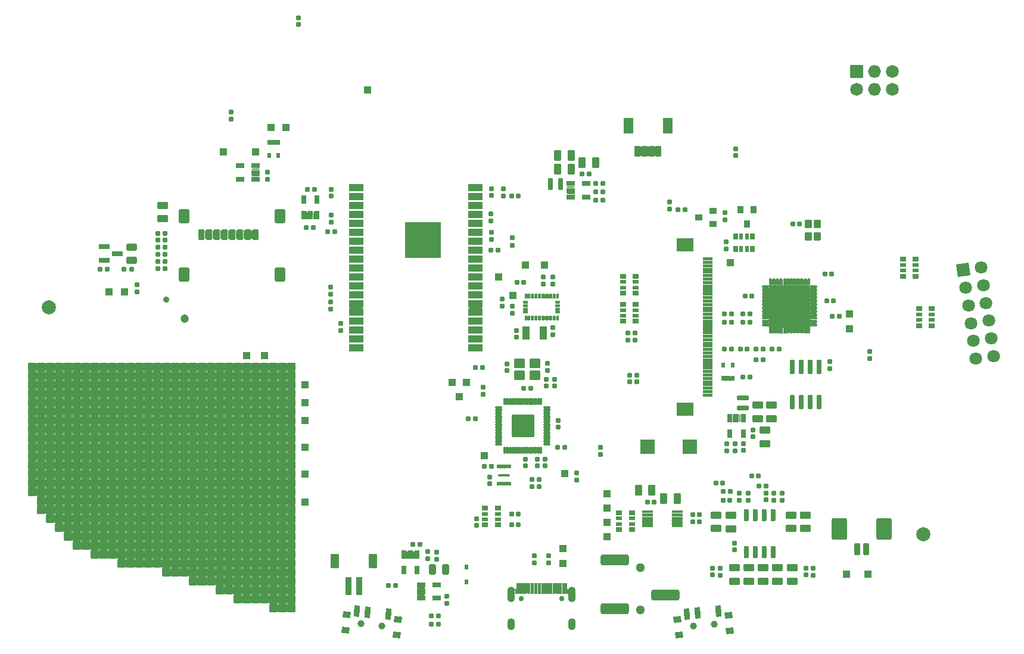
<source format=gbs>
G04 #@! TF.GenerationSoftware,KiCad,Pcbnew,(6.0.4)*
G04 #@! TF.CreationDate,2022-04-24T04:36:00+02:00*
G04 #@! TF.ProjectId,mch2022,6d636832-3032-4322-9e6b-696361645f70,3*
G04 #@! TF.SameCoordinates,Original*
G04 #@! TF.FileFunction,Soldermask,Bot*
G04 #@! TF.FilePolarity,Negative*
%FSLAX46Y46*%
G04 Gerber Fmt 4.6, Leading zero omitted, Abs format (unit mm)*
G04 Created by KiCad (PCBNEW (6.0.4)) date 2022-04-24 04:36:00*
%MOMM*%
%LPD*%
G01*
G04 APERTURE LIST*
G04 Aperture macros list*
%AMRoundRect*
0 Rectangle with rounded corners*
0 $1 Rounding radius*
0 $2 $3 $4 $5 $6 $7 $8 $9 X,Y pos of 4 corners*
0 Add a 4 corners polygon primitive as box body*
4,1,4,$2,$3,$4,$5,$6,$7,$8,$9,$2,$3,0*
0 Add four circle primitives for the rounded corners*
1,1,$1+$1,$2,$3*
1,1,$1+$1,$4,$5*
1,1,$1+$1,$6,$7*
1,1,$1+$1,$8,$9*
0 Add four rect primitives between the rounded corners*
20,1,$1+$1,$2,$3,$4,$5,0*
20,1,$1+$1,$4,$5,$6,$7,0*
20,1,$1+$1,$6,$7,$8,$9,0*
20,1,$1+$1,$8,$9,$2,$3,0*%
%AMHorizOval*
0 Thick line with rounded ends*
0 $1 width*
0 $2 $3 position (X,Y) of the first rounded end (center of the circle)*
0 $4 $5 position (X,Y) of the second rounded end (center of the circle)*
0 Add line between two ends*
20,1,$1,$2,$3,$4,$5,0*
0 Add two circle primitives to create the rounded ends*
1,1,$1,$2,$3*
1,1,$1,$4,$5*%
G04 Aperture macros list end*
%ADD10C,1.200000*%
%ADD11C,0.900000*%
%ADD12RoundRect,0.050000X-0.863600X0.863600X-0.863600X-0.863600X0.863600X-0.863600X0.863600X0.863600X0*%
%ADD13C,1.827200*%
%ADD14O,1.827200X1.827200*%
%ADD15RoundRect,0.185000X-0.135000X-0.185000X0.135000X-0.185000X0.135000X0.185000X-0.135000X0.185000X0*%
%ADD16RoundRect,0.190000X-0.140000X-0.170000X0.140000X-0.170000X0.140000X0.170000X-0.140000X0.170000X0*%
%ADD17RoundRect,0.185000X0.185000X-0.135000X0.185000X0.135000X-0.185000X0.135000X-0.185000X-0.135000X0*%
%ADD18RoundRect,0.190000X0.140000X0.170000X-0.140000X0.170000X-0.140000X-0.170000X0.140000X-0.170000X0*%
%ADD19RoundRect,0.050000X0.450000X0.400000X-0.450000X0.400000X-0.450000X-0.400000X0.450000X-0.400000X0*%
%ADD20RoundRect,0.050000X-0.400000X0.450000X-0.400000X-0.450000X0.400000X-0.450000X0.400000X0.450000X0*%
%ADD21RoundRect,0.050000X-0.400000X-0.250000X0.400000X-0.250000X0.400000X0.250000X-0.400000X0.250000X0*%
%ADD22RoundRect,0.050000X-0.400000X-0.200000X0.400000X-0.200000X0.400000X0.200000X-0.400000X0.200000X0*%
%ADD23C,1.300000*%
%ADD24RoundRect,0.425000X1.625000X0.375000X-1.625000X0.375000X-1.625000X-0.375000X1.625000X-0.375000X0*%
%ADD25RoundRect,0.050000X0.650000X-0.150000X0.650000X0.150000X-0.650000X0.150000X-0.650000X-0.150000X0*%
%ADD26RoundRect,0.050000X1.100000X-0.900000X1.100000X0.900000X-1.100000X0.900000X-1.100000X-0.900000X0*%
%ADD27RoundRect,0.050000X0.400000X0.250000X-0.400000X0.250000X-0.400000X-0.250000X0.400000X-0.250000X0*%
%ADD28RoundRect,0.050000X0.400000X0.200000X-0.400000X0.200000X-0.400000X-0.200000X0.400000X-0.200000X0*%
%ADD29RoundRect,0.050000X0.723431X0.960025X-0.960025X0.723431X-0.723431X-0.960025X0.960025X-0.723431X0*%
%ADD30HorizOval,1.800000X0.000000X0.000000X0.000000X0.000000X0*%
%ADD31RoundRect,0.185000X0.135000X0.185000X-0.135000X0.185000X-0.135000X-0.185000X0.135000X-0.185000X0*%
%ADD32RoundRect,0.050000X0.200000X-0.325000X0.200000X0.325000X-0.200000X0.325000X-0.200000X-0.325000X0*%
%ADD33RoundRect,0.112500X0.375000X0.062500X-0.375000X0.062500X-0.375000X-0.062500X0.375000X-0.062500X0*%
%ADD34RoundRect,0.112500X0.062500X0.375000X-0.062500X0.375000X-0.062500X-0.375000X0.062500X-0.375000X0*%
%ADD35RoundRect,0.050000X2.800000X2.800000X-2.800000X2.800000X-2.800000X-2.800000X2.800000X-2.800000X0*%
%ADD36RoundRect,0.190000X-0.170000X0.140000X-0.170000X-0.140000X0.170000X-0.140000X0.170000X0.140000X0*%
%ADD37RoundRect,0.190000X0.170000X-0.140000X0.170000X0.140000X-0.170000X0.140000X-0.170000X-0.140000X0*%
%ADD38RoundRect,0.050000X-0.225000X0.300000X-0.225000X-0.300000X0.225000X-0.300000X0.225000X0.300000X0*%
%ADD39RoundRect,0.185000X-0.185000X0.135000X-0.185000X-0.135000X0.185000X-0.135000X0.185000X0.135000X0*%
%ADD40RoundRect,0.050000X-0.500000X-0.500000X0.500000X-0.500000X0.500000X0.500000X-0.500000X0.500000X0*%
%ADD41RoundRect,0.050000X-0.200000X0.325000X-0.200000X-0.325000X0.200000X-0.325000X0.200000X0.325000X0*%
%ADD42RoundRect,0.293750X-0.243750X-0.456250X0.243750X-0.456250X0.243750X0.456250X-0.243750X0.456250X0*%
%ADD43RoundRect,0.050000X-0.500000X-0.900000X0.500000X-0.900000X0.500000X0.900000X-0.500000X0.900000X0*%
%ADD44RoundRect,0.050000X-0.150000X-0.250000X0.150000X-0.250000X0.150000X0.250000X-0.150000X0.250000X0*%
%ADD45RoundRect,0.050000X-0.250000X0.150000X-0.250000X-0.150000X0.250000X-0.150000X0.250000X0.150000X0*%
%ADD46RoundRect,0.050000X-0.530000X-0.325000X0.530000X-0.325000X0.530000X0.325000X-0.530000X0.325000X0*%
%ADD47C,1.000000*%
%ADD48RoundRect,0.050000X0.532960X0.354900X-0.463235X0.442056X-0.532960X-0.354900X0.463235X-0.442056X0*%
%ADD49RoundRect,0.050000X0.414035X0.716642X-0.283301X0.777651X-0.414035X-0.716642X0.283301X-0.777651X0*%
%ADD50RoundRect,0.050000X0.325000X-0.530000X0.325000X0.530000X-0.325000X0.530000X-0.325000X-0.530000X0*%
%ADD51RoundRect,0.300000X-0.475000X0.250000X-0.475000X-0.250000X0.475000X-0.250000X0.475000X0.250000X0*%
%ADD52RoundRect,0.050000X0.250000X-0.400000X0.250000X0.400000X-0.250000X0.400000X-0.250000X-0.400000X0*%
%ADD53RoundRect,0.050000X0.200000X-0.400000X0.200000X0.400000X-0.200000X0.400000X-0.200000X-0.400000X0*%
%ADD54RoundRect,0.200000X0.150000X-0.825000X0.150000X0.825000X-0.150000X0.825000X-0.150000X-0.825000X0*%
%ADD55RoundRect,0.050000X-0.700000X-0.600000X0.700000X-0.600000X0.700000X0.600000X-0.700000X0.600000X0*%
%ADD56RoundRect,0.300000X-0.250000X-0.475000X0.250000X-0.475000X0.250000X0.475000X-0.250000X0.475000X0*%
%ADD57RoundRect,0.071000X-0.729000X-0.129000X0.729000X-0.129000X0.729000X0.129000X-0.729000X0.129000X0*%
%ADD58RoundRect,0.050000X0.530000X0.325000X-0.530000X0.325000X-0.530000X-0.325000X0.530000X-0.325000X0*%
%ADD59RoundRect,0.187500X-0.137500X-0.662500X0.137500X-0.662500X0.137500X0.662500X-0.137500X0.662500X0*%
%ADD60RoundRect,0.300000X0.250000X0.475000X-0.250000X0.475000X-0.250000X-0.475000X0.250000X-0.475000X0*%
%ADD61RoundRect,0.050000X-0.325000X0.530000X-0.325000X-0.530000X0.325000X-0.530000X0.325000X0.530000X0*%
%ADD62RoundRect,0.187500X-0.662500X0.137500X-0.662500X-0.137500X0.662500X-0.137500X0.662500X0.137500X0*%
%ADD63RoundRect,0.300000X0.475000X-0.250000X0.475000X0.250000X-0.475000X0.250000X-0.475000X-0.250000X0*%
%ADD64RoundRect,0.050000X0.500000X0.500000X-0.500000X0.500000X-0.500000X-0.500000X0.500000X-0.500000X0*%
%ADD65RoundRect,0.250000X-0.200000X-0.550000X0.200000X-0.550000X0.200000X0.550000X-0.200000X0.550000X0*%
%ADD66RoundRect,0.425000X-0.375000X-0.625000X0.375000X-0.625000X0.375000X0.625000X-0.375000X0.625000X0*%
%ADD67RoundRect,0.050000X-0.500000X0.500000X-0.500000X-0.500000X0.500000X-0.500000X0.500000X0.500000X0*%
%ADD68RoundRect,0.056000X-0.414000X-0.094000X0.414000X-0.094000X0.414000X0.094000X-0.414000X0.094000X0*%
%ADD69RoundRect,0.070000X-0.080000X-0.400000X0.080000X-0.400000X0.080000X0.400000X-0.080000X0.400000X0*%
%ADD70RoundRect,0.050000X-1.550000X-1.550000X1.550000X-1.550000X1.550000X1.550000X-1.550000X1.550000X0*%
%ADD71RoundRect,0.050000X1.000000X0.450000X-1.000000X0.450000X-1.000000X-0.450000X1.000000X-0.450000X0*%
%ADD72RoundRect,0.050000X-1.000000X-0.450000X1.000000X-0.450000X1.000000X0.450000X-1.000000X0.450000X0*%
%ADD73RoundRect,0.050000X2.500000X2.500000X-2.500000X2.500000X-2.500000X-2.500000X2.500000X-2.500000X0*%
%ADD74RoundRect,0.050000X-0.175000X0.245000X-0.175000X-0.245000X0.175000X-0.245000X0.175000X0.245000X0*%
%ADD75RoundRect,0.050000X0.175000X-0.245000X0.175000X0.245000X-0.175000X0.245000X-0.175000X-0.245000X0*%
%ADD76RoundRect,0.050000X-0.800000X0.100000X-0.800000X-0.100000X0.800000X-0.100000X0.800000X0.100000X0*%
%ADD77RoundRect,0.050000X-0.450000X0.550000X-0.450000X-0.550000X0.450000X-0.550000X0.450000X0.550000X0*%
%ADD78RoundRect,0.101600X-0.299720X-0.674370X0.299720X-0.674370X0.299720X0.674370X-0.299720X0.674370X0*%
%ADD79RoundRect,0.101600X-0.599440X-0.999490X0.599440X-0.999490X0.599440X0.999490X-0.599440X0.999490X0*%
%ADD80RoundRect,0.050000X1.000000X1.000000X-1.000000X1.000000X-1.000000X-1.000000X1.000000X-1.000000X0*%
%ADD81RoundRect,0.050000X-1.000000X-1.000000X1.000000X-1.000000X1.000000X1.000000X-1.000000X1.000000X0*%
%ADD82RoundRect,0.050000X0.350000X1.250000X-0.350000X1.250000X-0.350000X-1.250000X0.350000X-1.250000X0*%
%ADD83RoundRect,0.050000X0.550000X0.950000X-0.550000X0.950000X-0.550000X-0.950000X0.550000X-0.950000X0*%
%ADD84RoundRect,0.200000X0.150000X-0.675000X0.150000X0.675000X-0.150000X0.675000X-0.150000X-0.675000X0*%
%ADD85C,2.000000*%
%ADD86RoundRect,0.250000X-0.200000X-0.600000X0.200000X-0.600000X0.200000X0.600000X-0.200000X0.600000X0*%
%ADD87RoundRect,0.300001X-0.799999X-1.249999X0.799999X-1.249999X0.799999X1.249999X-0.799999X1.249999X0*%
%ADD88RoundRect,0.050000X0.533400X0.533400X-0.533400X0.533400X-0.533400X-0.533400X0.533400X-0.533400X0*%
%ADD89RoundRect,0.200000X-0.587500X-0.150000X0.587500X-0.150000X0.587500X0.150000X-0.587500X0.150000X0*%
%ADD90RoundRect,0.293750X-0.456250X0.243750X-0.456250X-0.243750X0.456250X-0.243750X0.456250X0.243750X0*%
%ADD91RoundRect,0.050000X0.463235X0.442056X-0.532960X0.354900X-0.463235X-0.442056X0.532960X-0.354900X0*%
%ADD92RoundRect,0.050000X0.283301X0.777651X-0.414035X0.716642X-0.283301X-0.777651X0.414035X-0.716642X0*%
%ADD93C,0.750000*%
%ADD94RoundRect,0.050000X0.300000X0.725000X-0.300000X0.725000X-0.300000X-0.725000X0.300000X-0.725000X0*%
%ADD95RoundRect,0.050000X0.150000X0.725000X-0.150000X0.725000X-0.150000X-0.725000X0.150000X-0.725000X0*%
%ADD96O,1.100000X1.700000*%
%ADD97O,1.100000X2.200000*%
G04 APERTURE END LIST*
D10*
X-50690417Y-1639483D03*
D11*
X-53377423Y1047523D03*
D12*
X44764000Y33508000D03*
D13*
X44764000Y30968000D03*
D14*
X47304000Y33508000D03*
X47304000Y30968000D03*
D13*
X49844000Y33508000D03*
X49844000Y30968000D03*
D15*
X25990000Y-2140000D03*
X27010000Y-2140000D03*
D16*
X26020000Y-975000D03*
X26980000Y-975000D03*
D17*
X46680000Y-7285000D03*
X46680000Y-6265000D03*
D18*
X29230000Y-6000000D03*
X28270000Y-6000000D03*
D19*
X24336300Y13713500D03*
X24336300Y11813500D03*
X22336300Y12763500D03*
D18*
X29888120Y1600200D03*
X28928120Y1600200D03*
D20*
X28240900Y13849860D03*
X30140900Y13849860D03*
X29190900Y11849860D03*
D21*
X11558700Y1977540D03*
D22*
X11558700Y2777540D03*
X11558700Y3577540D03*
D21*
X11558700Y4377540D03*
X13358700Y4377540D03*
D22*
X13358700Y3577540D03*
X13358700Y2777540D03*
D21*
X13358700Y1977540D03*
D15*
X41285000Y-1290000D03*
X42305000Y-1290000D03*
D21*
X11558700Y-2016460D03*
D22*
X11558700Y-1216460D03*
X11558700Y-416460D03*
D21*
X11558700Y383540D03*
X13358700Y383540D03*
D22*
X13358700Y-416460D03*
X13358700Y-1216460D03*
D21*
X13358700Y-2016460D03*
D17*
X18230000Y13965000D03*
X18230000Y14985000D03*
D23*
X14000000Y-37000000D03*
X14000000Y-43000000D03*
D24*
X17600000Y-40900000D03*
X10400000Y-42900000D03*
X10400000Y-35900000D03*
D25*
X23621040Y-12574560D03*
X23621040Y-12074560D03*
X23621040Y-11574560D03*
X23621040Y-11074560D03*
X23621040Y-10574560D03*
X23621040Y-10074560D03*
X23621040Y-9574560D03*
X23621040Y-9074560D03*
X23621040Y-8574560D03*
X23621040Y-8074560D03*
X23621040Y-7574560D03*
X23621040Y-7074560D03*
X23621040Y-6574560D03*
X23621040Y-6074560D03*
X23621040Y-5574560D03*
X23621040Y-5074560D03*
X23621040Y-4574560D03*
X23621040Y-4074560D03*
X23621040Y-3574560D03*
X23621040Y-3074560D03*
X23621040Y-2574560D03*
X23621040Y-2074560D03*
X23621040Y-1574560D03*
X23621040Y-1074560D03*
X23621040Y-574560D03*
X23621040Y-74560D03*
X23621040Y425440D03*
X23621040Y925440D03*
X23621040Y1425440D03*
X23621040Y1925440D03*
X23621040Y2425440D03*
X23621040Y2925440D03*
X23621040Y3425440D03*
X23621040Y3925440D03*
X23621040Y4425440D03*
X23621040Y4925440D03*
X23621040Y5425440D03*
X23621040Y5925440D03*
X23621040Y6425440D03*
X23621040Y6925440D03*
D26*
X20371040Y8825440D03*
X20371040Y-14474560D03*
D27*
X53198660Y6790680D03*
D28*
X53198660Y5990680D03*
X53198660Y5190680D03*
D27*
X53198660Y4390680D03*
X51398660Y4390680D03*
D28*
X51398660Y5190680D03*
X51398660Y5990680D03*
D27*
X51398660Y6790680D03*
X55470000Y-230000D03*
D28*
X55470000Y-1030000D03*
X55470000Y-1830000D03*
D27*
X55470000Y-2630000D03*
X53670000Y-2630000D03*
D28*
X53670000Y-1830000D03*
X53670000Y-1030000D03*
D27*
X53670000Y-230000D03*
D29*
X59954760Y5262673D03*
D30*
X62470041Y5616173D03*
X60308260Y2747392D03*
X62823541Y3100892D03*
X60661759Y232111D03*
X63177040Y585611D03*
X61015259Y-2283170D03*
X63530540Y-1929670D03*
X61368759Y-4798451D03*
X63884040Y-4444951D03*
X61722258Y-7313731D03*
X64237539Y-6960232D03*
D15*
X30490000Y-7500000D03*
X31510000Y-7500000D03*
D31*
X13515000Y-10650000D03*
X12495000Y-10650000D03*
D15*
X30490000Y-6000000D03*
X31510000Y-6000000D03*
X19391040Y13827760D03*
X20411040Y13827760D03*
D31*
X-6221000Y8128000D03*
X-7241000Y8128000D03*
D17*
X26031520Y12417940D03*
X26031520Y13437940D03*
D15*
X25990000Y-6000000D03*
X27010000Y-6000000D03*
D32*
X27135800Y-10139720D03*
X26485800Y-10139720D03*
X25835800Y-10139720D03*
X25835800Y-8239720D03*
X27135800Y-8239720D03*
D16*
X40291400Y4704080D03*
X41251400Y4704080D03*
D33*
X38678540Y2903440D03*
X38678540Y2403440D03*
X38678540Y1903440D03*
X38678540Y1403440D03*
X38678540Y903440D03*
X38678540Y403440D03*
X38678540Y-96560D03*
X38678540Y-596560D03*
X38678540Y-1096560D03*
X38678540Y-1596560D03*
X38678540Y-2096560D03*
X38678540Y-2596560D03*
D34*
X37991040Y-3284060D03*
X37491040Y-3284060D03*
X36991040Y-3284060D03*
X36491040Y-3284060D03*
X35991040Y-3284060D03*
X35491040Y-3284060D03*
X34991040Y-3284060D03*
X34491040Y-3284060D03*
X33991040Y-3284060D03*
X33491040Y-3284060D03*
X32991040Y-3284060D03*
X32491040Y-3284060D03*
D33*
X31803540Y-2596560D03*
X31803540Y-2096560D03*
X31803540Y-1596560D03*
X31803540Y-1096560D03*
X31803540Y-596560D03*
X31803540Y-96560D03*
X31803540Y403440D03*
X31803540Y903440D03*
X31803540Y1403440D03*
X31803540Y1903440D03*
X31803540Y2403440D03*
X31803540Y2903440D03*
D34*
X32491040Y3590940D03*
X32991040Y3590940D03*
X33491040Y3590940D03*
X33991040Y3590940D03*
X34491040Y3590940D03*
X34991040Y3590940D03*
X35491040Y3590940D03*
X35991040Y3590940D03*
X36491040Y3590940D03*
X36991040Y3590940D03*
X37491040Y3590940D03*
X37991040Y3590940D03*
D35*
X35241040Y153440D03*
D18*
X29580000Y-975000D03*
X28620000Y-975000D03*
D36*
X-4168140Y117820D03*
X-4168140Y-842180D03*
D18*
X-2520000Y3500000D03*
X-3480000Y3500000D03*
D37*
X-3590000Y-4275000D03*
X-3590000Y-3315000D03*
X1597720Y-3893620D03*
X1597720Y-2933620D03*
D36*
X27620000Y22520000D03*
X27620000Y21560000D03*
D38*
X-10650000Y-36923000D03*
X-10650000Y-39023000D03*
D31*
X-32300000Y16740000D03*
X-33320000Y16740000D03*
D39*
X-16200000Y-34705000D03*
X-16200000Y-35725000D03*
X210000Y4315000D03*
X210000Y3295000D03*
D17*
X-5600000Y145000D03*
X-5600000Y1165000D03*
D39*
X1560000Y4320000D03*
X1560000Y3300000D03*
D40*
X-24765000Y30861000D03*
X-2286000Y5969000D03*
X26784300Y6283960D03*
X43800000Y-1000000D03*
D41*
X-38716980Y23429000D03*
X-38066980Y23429000D03*
X-37416980Y23429000D03*
X-37416980Y21529000D03*
X-38716980Y21529000D03*
D16*
X-4245000Y15840000D03*
X-3285000Y15840000D03*
D42*
X-15485000Y-37320000D03*
X-13610000Y-37320000D03*
D43*
X270000Y-3700640D03*
X-2230000Y-3700640D03*
D44*
X-2250000Y-1562500D03*
D45*
X-2262500Y-750000D03*
X-2262500Y-250000D03*
X-2262500Y250000D03*
X-2262500Y750000D03*
D44*
X-2250000Y1562500D03*
X-1750000Y1562500D03*
X-1250000Y1562500D03*
X-750000Y1562500D03*
X-250000Y1562500D03*
X250000Y1562500D03*
X750000Y1562500D03*
X1250000Y1562500D03*
X1750000Y1562500D03*
X2250000Y1562500D03*
D45*
X2262500Y750000D03*
X2262500Y250000D03*
X2262500Y-250000D03*
X2262500Y-750000D03*
D44*
X2250000Y-1562500D03*
X1750000Y-1562500D03*
X1250000Y-1562500D03*
X750000Y-1562500D03*
X250000Y-1562500D03*
X-250000Y-1562500D03*
X-750000Y-1562500D03*
X-1250000Y-1562500D03*
X-1750000Y-1562500D03*
D39*
X-5394720Y16842200D03*
X-5394720Y15822200D03*
X-4200000Y9835000D03*
X-4200000Y8815000D03*
D37*
X-7121920Y15877600D03*
X-7121920Y16837600D03*
D39*
X-7187960Y13235400D03*
X-7187960Y12215400D03*
D15*
X-30445000Y10755000D03*
X-29425000Y10755000D03*
D37*
X-29880320Y15776000D03*
X-29880320Y16736000D03*
D17*
X-30009720Y-248400D03*
X-30009720Y771600D03*
D39*
X-28510520Y-2291600D03*
X-28510520Y-3311600D03*
X-29880320Y13133800D03*
X-29880320Y12113800D03*
D46*
X-17150000Y-41370000D03*
X-17150000Y-40420000D03*
X-17150000Y-39470000D03*
X-14950000Y-39470000D03*
X-14950000Y-41370000D03*
D15*
X-15710000Y-43850000D03*
X-14690000Y-43850000D03*
D47*
X-25653053Y-45029011D03*
X-22664469Y-45290478D03*
D48*
X-27698129Y-43735850D03*
X-27890743Y-45937440D03*
X-20618522Y-46573677D03*
X-20425908Y-44372087D03*
D49*
X-21763929Y-43602542D03*
X-24752513Y-43341075D03*
X-26246805Y-43210341D03*
D36*
X-14880000Y-34865000D03*
X-14880000Y-35825000D03*
D50*
X-31896860Y13061800D03*
X-32846860Y13061800D03*
X-33796860Y13061800D03*
X-33796860Y15261800D03*
X-31896860Y15261800D03*
D31*
X-32413060Y11329700D03*
X-33433060Y11329700D03*
D51*
X-53868320Y14462800D03*
X-53868320Y12562800D03*
D15*
X12263520Y-3637280D03*
X13283520Y-3637280D03*
D17*
X-38950900Y18141220D03*
X-38950900Y19161220D03*
D39*
X1016000Y-35304000D03*
X1016000Y-36324000D03*
D37*
X-44150000Y26750000D03*
X-44150000Y27710000D03*
D39*
X-1016000Y-35304000D03*
X-1016000Y-36324000D03*
X26220420Y9267920D03*
X26220420Y8247920D03*
D18*
X33730000Y-6000000D03*
X32770000Y-6000000D03*
D52*
X29990900Y8271940D03*
D53*
X29190900Y8271940D03*
X28390900Y8271940D03*
D52*
X27590900Y8271940D03*
X27590900Y10071940D03*
D53*
X28390900Y10071940D03*
X29190900Y10071940D03*
D52*
X29990900Y10071940D03*
D18*
X29580000Y-2140000D03*
X28620000Y-2140000D03*
D54*
X39405000Y-13475000D03*
X38135000Y-13475000D03*
X36865000Y-13475000D03*
X35595000Y-13475000D03*
X35595000Y-8525000D03*
X36865000Y-8525000D03*
X38135000Y-8525000D03*
X39405000Y-8525000D03*
D39*
X41000000Y-7740000D03*
X41000000Y-8760000D03*
D17*
X8390000Y-20935000D03*
X8390000Y-19915000D03*
D37*
X31877200Y-27406000D03*
X31877200Y-26446000D03*
X850000Y-8985000D03*
X850000Y-8025000D03*
D55*
X-3120000Y-7980000D03*
X-920000Y-7980000D03*
X-920000Y-9680000D03*
X-3120000Y-9680000D03*
D40*
X3296920Y-23624540D03*
D36*
X-4900000Y-8060000D03*
X-4900000Y-9020000D03*
D37*
X-7366000Y-25118000D03*
X-7366000Y-24158000D03*
D18*
X-9426000Y-15875000D03*
X-10386000Y-15875000D03*
D17*
X4968240Y-24579040D03*
X4968240Y-23559040D03*
D56*
X13782000Y-26035000D03*
X15682000Y-26035000D03*
D16*
X15070000Y-27686000D03*
X16030000Y-27686000D03*
X21491000Y-30480000D03*
X22451000Y-30480000D03*
D57*
X15040000Y-31099000D03*
X15040000Y-30599000D03*
X15040000Y-30099000D03*
X15040000Y-29599000D03*
X15040000Y-29099000D03*
X19250000Y-29099000D03*
X19250000Y-29599000D03*
X19250000Y-30099000D03*
X19250000Y-30599000D03*
X19250000Y-31099000D03*
D16*
X21491000Y-29464000D03*
X22451000Y-29464000D03*
D17*
X27507200Y-20410000D03*
X27507200Y-19390000D03*
D37*
X28707200Y-20380000D03*
X28707200Y-19420000D03*
D39*
X26307200Y-19390000D03*
X26307200Y-20410000D03*
D58*
X-40631900Y20091560D03*
X-40631900Y19141560D03*
X-40631900Y18191560D03*
X-42831900Y18191560D03*
X-42831900Y20091560D03*
D31*
X8710000Y16390100D03*
X7690000Y16390100D03*
D59*
X1275000Y17455000D03*
X2725000Y17455000D03*
D18*
X8680000Y17590100D03*
X7720000Y17590100D03*
X6727980Y18930000D03*
X5767980Y18930000D03*
D56*
X2297980Y21590100D03*
X4197980Y21590100D03*
D60*
X7662500Y20574000D03*
X5762500Y20574000D03*
D56*
X2297980Y19590100D03*
X4197980Y19590100D03*
D15*
X7690000Y15190100D03*
X8710000Y15190100D03*
D46*
X4147980Y15640100D03*
X4147980Y16590100D03*
X4147980Y17540100D03*
X6347980Y17540100D03*
X6347980Y15640100D03*
D15*
X-9379620Y-8550000D03*
X-8359620Y-8550000D03*
D61*
X-19590000Y-35210000D03*
X-18640000Y-35210000D03*
X-17690000Y-35210000D03*
X-17690000Y-37410000D03*
X-19590000Y-37410000D03*
D15*
X-18315000Y-33710000D03*
X-17295000Y-33710000D03*
D31*
X-20741620Y-39542580D03*
X-21761620Y-39542580D03*
D39*
X-30000000Y2875000D03*
X-30000000Y1855000D03*
D36*
X-34544000Y41120000D03*
X-34544000Y40160000D03*
D16*
X40520000Y903440D03*
X41480000Y903440D03*
D60*
X19261500Y-27178000D03*
X17361500Y-27178000D03*
D51*
X30707200Y-13955360D03*
X30707200Y-15855360D03*
D61*
X26757200Y-15805360D03*
X27707200Y-15805360D03*
X28657200Y-15805360D03*
X28657200Y-18005360D03*
X26757200Y-18005360D03*
D62*
X28625000Y-12920000D03*
X28625000Y-14370000D03*
D63*
X31750000Y-19407500D03*
X31750000Y-17507500D03*
D51*
X32707200Y-13955360D03*
X32707200Y-15855360D03*
D37*
X30075000Y-18440000D03*
X30075000Y-17480000D03*
X-13462000Y-42090000D03*
X-13462000Y-41130000D03*
D64*
X-45237860Y22070060D03*
X-40640000Y22070060D03*
D40*
X-36325000Y25577680D03*
X-38412880Y25577680D03*
D65*
X-40636860Y10337140D03*
X-41736860Y10337140D03*
X-42836860Y10337140D03*
X-43936860Y10337140D03*
X-45036860Y10337140D03*
X-46136860Y10337140D03*
X-47236860Y10337140D03*
X-48336860Y10337140D03*
D66*
X-37186860Y12887140D03*
X-50786860Y4637140D03*
X-50786860Y12937140D03*
X-37186860Y4637140D03*
D15*
X-54510000Y10500000D03*
X-53490000Y10500000D03*
X-54510000Y9500000D03*
X-53490000Y9500000D03*
X-54510000Y8500000D03*
X-53490000Y8500000D03*
X-54510000Y7500000D03*
X-53490000Y7500000D03*
X-54510000Y6500000D03*
X-53490000Y6500000D03*
X-54510000Y5500000D03*
X-53490000Y5500000D03*
D17*
X-381000Y-25529000D03*
X-381000Y-24509000D03*
D39*
X-1397000Y-24509000D03*
X-1397000Y-25529000D03*
D67*
X-4069020Y1635900D03*
D36*
X-563820Y-21610240D03*
X-563820Y-22570240D03*
X-2286000Y-21620460D03*
X-2286000Y-22580460D03*
D16*
X2314060Y-19936320D03*
X3274060Y-19936320D03*
D36*
X2395280Y-16093360D03*
X2395280Y-17053360D03*
X528380Y-21622940D03*
X528380Y-22582940D03*
D37*
X678180Y-11224200D03*
X678180Y-10264200D03*
D31*
X-7110000Y-22606000D03*
X-8130000Y-22606000D03*
D68*
X-6091780Y-19485780D03*
X-6091780Y-19085780D03*
X-6091780Y-18685780D03*
X-6091780Y-18285780D03*
X-6091780Y-17885780D03*
X-6091780Y-17485780D03*
X-6091780Y-17085780D03*
X-6091780Y-16685780D03*
X-6091780Y-16285780D03*
X-6091780Y-15885780D03*
X-6091780Y-15485780D03*
X-6091780Y-15085780D03*
X-6091780Y-14685780D03*
X-6091780Y-14285780D03*
D69*
X-5256780Y-13450780D03*
X-4856780Y-13450780D03*
X-4456780Y-13450780D03*
X-4056780Y-13450780D03*
X-3656780Y-13450780D03*
X-3256780Y-13450780D03*
X-2856780Y-13450780D03*
X-2456780Y-13450780D03*
X-2056780Y-13450780D03*
X-1656780Y-13450780D03*
X-1256780Y-13450780D03*
X-856780Y-13450780D03*
X-456780Y-13450780D03*
X-56780Y-13450780D03*
D68*
X778220Y-14285780D03*
X778220Y-14685780D03*
X778220Y-15085780D03*
X778220Y-15485780D03*
X778220Y-15885780D03*
X778220Y-16285780D03*
X778220Y-16685780D03*
X778220Y-17085780D03*
X778220Y-17485780D03*
X778220Y-17885780D03*
X778220Y-18285780D03*
X778220Y-18685780D03*
X778220Y-19085780D03*
X778220Y-19485780D03*
D69*
X-56780Y-20320780D03*
X-456780Y-20320780D03*
X-856780Y-20320780D03*
X-1256780Y-20320780D03*
X-1656780Y-20320780D03*
X-2056780Y-20320780D03*
X-2456780Y-20320780D03*
X-2856780Y-20320780D03*
X-3256780Y-20320780D03*
X-3656780Y-20320780D03*
X-4056780Y-20320780D03*
X-4456780Y-20320780D03*
X-4856780Y-20320780D03*
X-5256780Y-20320780D03*
D70*
X-2656780Y-16885780D03*
D40*
X-12700000Y-10668000D03*
X-10668000Y-10668000D03*
D71*
X-9378920Y17020000D03*
X-9378920Y15750000D03*
X-9378920Y14480000D03*
X-9378920Y13210000D03*
X-9378920Y11940000D03*
X-9378920Y10670000D03*
X-9378920Y9400000D03*
X-9378920Y8130000D03*
X-9378920Y6860000D03*
X-9378920Y5590000D03*
X-9378920Y4320000D03*
X-9378920Y3050000D03*
X-9378920Y1780000D03*
X-9378920Y510000D03*
D72*
X-9378920Y-735000D03*
X-9378920Y-2005000D03*
X-9378920Y-3275000D03*
X-9378920Y-4545000D03*
X-9378920Y-5815000D03*
X-26378920Y-5815000D03*
X-26378920Y-4545000D03*
X-26378920Y-3275000D03*
X-26378920Y-2005000D03*
X-26378920Y-735000D03*
D71*
X-26378920Y510000D03*
X-26378920Y1780000D03*
X-26378920Y3050000D03*
X-26378920Y4320000D03*
X-26378920Y5590000D03*
X-26378920Y6860000D03*
X-26378920Y8130000D03*
X-26378920Y9400000D03*
X-26378920Y10670000D03*
X-26378920Y11940000D03*
X-26378920Y13210000D03*
X-26378920Y14480000D03*
X-26378920Y15750000D03*
X-26378920Y17020000D03*
D73*
X-16878920Y9520000D03*
D74*
X-6084000Y-22656000D03*
X-5584000Y-22656000D03*
X-5084000Y-22656000D03*
X-4584000Y-22656000D03*
D75*
X-4584000Y-25096000D03*
X-5084000Y-25096000D03*
X-5584000Y-25096000D03*
X-6084000Y-25096000D03*
D76*
X-5334000Y-23876000D03*
D37*
X-8277860Y-12374820D03*
X-8277860Y-11414820D03*
D18*
X36634360Y11785600D03*
X35674360Y11785600D03*
D77*
X39197040Y11784700D03*
X39197040Y10084700D03*
X37897040Y10084700D03*
X37897040Y11784700D03*
D37*
X1846580Y-11219120D03*
X1846580Y-10259120D03*
D31*
X-1499140Y-11536680D03*
X-2519140Y-11536680D03*
D40*
X-6096000Y4318000D03*
X-8128000Y-21082000D03*
X43800000Y-3100000D03*
D64*
X-41910000Y-6858000D03*
D31*
X-14690000Y-45100000D03*
X-15710000Y-45100000D03*
X-58303500Y5390000D03*
X-59323500Y5390000D03*
D63*
X27432000Y-38950000D03*
X27432000Y-37050000D03*
D64*
X-33655000Y-27686000D03*
X46355000Y-37973000D03*
X9271000Y-28575000D03*
D39*
X34163000Y-26414000D03*
X34163000Y-27434000D03*
D64*
X-33655000Y-19939000D03*
D78*
X13614400Y22150000D03*
X14615160Y22150000D03*
X15610840Y22150000D03*
X16611600Y22150000D03*
D79*
X12313920Y25822840D03*
X17912080Y25822840D03*
D64*
X-33655000Y-13589000D03*
D80*
X21034000Y-19812000D03*
D81*
X15034000Y-19812000D03*
D39*
X33020000Y-26414000D03*
X33020000Y-27434000D03*
D17*
X38608000Y-38102000D03*
X38608000Y-37082000D03*
D63*
X37490400Y-31480800D03*
X37490400Y-29580800D03*
D21*
X-8023000Y-30975000D03*
D22*
X-8023000Y-30175000D03*
X-8023000Y-29375000D03*
D21*
X-8023000Y-28575000D03*
X-6223000Y-28575000D03*
D22*
X-6223000Y-29375000D03*
X-6223000Y-30175000D03*
D21*
X-6223000Y-30975000D03*
D82*
X-27420000Y-39683500D03*
X-25920000Y-39683500D03*
D83*
X-23970000Y-36083500D03*
X-29370000Y-36083500D03*
D15*
X30859000Y-25400000D03*
X31879000Y-25400000D03*
X12263520Y-4699000D03*
X13283520Y-4699000D03*
D63*
X33528000Y-38950000D03*
X33528000Y-37050000D03*
D64*
X3048000Y-34290000D03*
D31*
X13515000Y-9652000D03*
X12495000Y-9652000D03*
D16*
X-4253000Y-30975000D03*
X-3293000Y-30975000D03*
X24793000Y-25019000D03*
X25753000Y-25019000D03*
D84*
X32893000Y-34832200D03*
X31623000Y-34832200D03*
X30353000Y-34832200D03*
X29083000Y-34832200D03*
X29083000Y-29582200D03*
X30353000Y-29582200D03*
X31623000Y-29582200D03*
X32893000Y-29582200D03*
D63*
X31496000Y-38950000D03*
X31496000Y-37050000D03*
D85*
X-70000000Y0D03*
D64*
X3048000Y-36449000D03*
D39*
X28067000Y-26414000D03*
X28067000Y-27434000D03*
D16*
X-4253000Y-29375000D03*
X-3293000Y-29375000D03*
D36*
X37550000Y-37112000D03*
X37550000Y-38072000D03*
D64*
X-61468000Y2159000D03*
D17*
X-57531000Y2155000D03*
X-57531000Y3175000D03*
D51*
X35600000Y-37050000D03*
X35600000Y-38950000D03*
D64*
X-11684000Y-12700000D03*
D27*
X12819890Y-29230000D03*
D28*
X12819890Y-30030000D03*
X12819890Y-30830000D03*
D27*
X12819890Y-31630000D03*
X11019890Y-31630000D03*
D28*
X11019890Y-30830000D03*
X11019890Y-30030000D03*
D27*
X11019890Y-29230000D03*
D39*
X29337000Y-26414000D03*
X29337000Y-27434000D03*
D37*
X-9271000Y-31055000D03*
X-9271000Y-30095000D03*
D16*
X25779000Y-27432000D03*
X26739000Y-27432000D03*
D86*
X44841000Y-34400000D03*
X46091000Y-34400000D03*
D87*
X42291000Y-31500000D03*
X48641000Y-31500000D03*
D88*
X-38100000Y-30099000D03*
X-43180000Y-30099000D03*
X-48260000Y-14859000D03*
X-35560000Y-30099000D03*
X-39370000Y-30099000D03*
X-36830000Y-30099000D03*
X-49530000Y-14859000D03*
X-44450000Y-30099000D03*
X-40640000Y-30099000D03*
X-50800000Y-14859000D03*
X-45720000Y-30099000D03*
X-52070000Y-14859000D03*
X-46990000Y-30099000D03*
X-41910000Y-30099000D03*
X-43180000Y-31369000D03*
X-35560000Y-31369000D03*
X-53340000Y-14859000D03*
X-38100000Y-31369000D03*
X-54610000Y-14859000D03*
X-36830000Y-31369000D03*
X-39370000Y-31369000D03*
X-44450000Y-31369000D03*
X-35560000Y-14859000D03*
X-40640000Y-31369000D03*
X-55880000Y-14859000D03*
X-45720000Y-31369000D03*
X-46990000Y-31369000D03*
X-41910000Y-31369000D03*
X-36830000Y-14859000D03*
X-57150000Y-14859000D03*
X-38100000Y-14859000D03*
X-43180000Y-32639000D03*
X-38100000Y-32639000D03*
X-58420000Y-14859000D03*
X-35560000Y-32639000D03*
X-39370000Y-14859000D03*
X-39370000Y-32639000D03*
X-44450000Y-32639000D03*
X-36830000Y-32639000D03*
X-59690000Y-14859000D03*
X-45720000Y-32639000D03*
X-60960000Y-14859000D03*
X-40640000Y-32639000D03*
X-40640000Y-14859000D03*
X-41910000Y-14859000D03*
X-46990000Y-32639000D03*
X-41910000Y-32639000D03*
X-62230000Y-14859000D03*
X-43180000Y-33909000D03*
X-35560000Y-33909000D03*
X-38100000Y-33909000D03*
X-63500000Y-14859000D03*
X-43180000Y-14859000D03*
X-36830000Y-33909000D03*
X-64770000Y-14859000D03*
X-44450000Y-14859000D03*
X-39370000Y-33909000D03*
X-44450000Y-33909000D03*
X-40640000Y-33909000D03*
X-66040000Y-14859000D03*
X-45720000Y-33909000D03*
X-45720000Y-14859000D03*
X-46990000Y-33909000D03*
X-41910000Y-33909000D03*
X-67310000Y-14859000D03*
X-46990000Y-14859000D03*
X-38100000Y-35179000D03*
X-43180000Y-35179000D03*
X-35560000Y-35179000D03*
X-39370000Y-35179000D03*
X-36830000Y-35179000D03*
X-44450000Y-35179000D03*
X-40640000Y-35179000D03*
X-45720000Y-35179000D03*
X-46990000Y-35179000D03*
X-41910000Y-35179000D03*
X-35560000Y-36449000D03*
X-43180000Y-36449000D03*
X-38100000Y-36449000D03*
X-48260000Y-16129000D03*
X-36830000Y-36449000D03*
X-39370000Y-36449000D03*
X-44450000Y-36449000D03*
X-49530000Y-16129000D03*
X-40640000Y-36449000D03*
X-50800000Y-16129000D03*
X-45720000Y-36449000D03*
X-35560000Y-16129000D03*
X-52070000Y-16129000D03*
X-41910000Y-36449000D03*
X-46990000Y-36449000D03*
X-36830000Y-16129000D03*
X-43180000Y-27559000D03*
X-43180000Y-25019000D03*
X-38100000Y-26289000D03*
X-38100000Y-16129000D03*
X-43180000Y-37719000D03*
X-53340000Y-16129000D03*
X-38100000Y-25019000D03*
X-38100000Y-37719000D03*
X-43180000Y-28829000D03*
X-35560000Y-37719000D03*
X-43180000Y-26289000D03*
X-44450000Y-25019000D03*
X-36830000Y-37719000D03*
X-39370000Y-16129000D03*
X-39370000Y-37719000D03*
X-44450000Y-28829000D03*
X-44450000Y-26289000D03*
X-44450000Y-37719000D03*
X-39370000Y-26289000D03*
X-54610000Y-16129000D03*
X-39370000Y-25019000D03*
X-44450000Y-27559000D03*
X-40640000Y-37719000D03*
X-45720000Y-28829000D03*
X-40640000Y-25019000D03*
X-45720000Y-26289000D03*
X-45720000Y-37719000D03*
X-45720000Y-25019000D03*
X-40640000Y-16129000D03*
X-40640000Y-26289000D03*
X-35560000Y-25019000D03*
X-45720000Y-27559000D03*
X-55880000Y-16129000D03*
X-41910000Y-26289000D03*
X-41910000Y-16129000D03*
X-41910000Y-37719000D03*
X-41910000Y-25019000D03*
X-46990000Y-26289000D03*
X-46990000Y-25019000D03*
X-36830000Y-25019000D03*
X-57150000Y-16129000D03*
X-46990000Y-27559000D03*
X-46990000Y-28829000D03*
X-46990000Y-37719000D03*
X-58420000Y-16129000D03*
X-43180000Y-16129000D03*
X-44450000Y-16129000D03*
X-59690000Y-16129000D03*
X-60960000Y-16129000D03*
X-45720000Y-16129000D03*
X-62230000Y-16129000D03*
X-46990000Y-16129000D03*
X-63500000Y-16129000D03*
X-64770000Y-16129000D03*
X-66040000Y-16129000D03*
X-67310000Y-16129000D03*
X-35560000Y-17399000D03*
X-36830000Y-17399000D03*
X-48260000Y-17399000D03*
X-38100000Y-17399000D03*
X-39370000Y-17399000D03*
X-49530000Y-17399000D03*
X-40640000Y-17399000D03*
X-50800000Y-17399000D03*
X-41910000Y-17399000D03*
X-52070000Y-17399000D03*
X-53340000Y-17399000D03*
X-43180000Y-17399000D03*
X-54610000Y-17399000D03*
X-44450000Y-17399000D03*
X-55880000Y-17399000D03*
X-45720000Y-17399000D03*
X-57150000Y-17399000D03*
X-46990000Y-17399000D03*
X-58420000Y-17399000D03*
X-59690000Y-17399000D03*
X-60960000Y-17399000D03*
X-62230000Y-17399000D03*
X-63500000Y-17399000D03*
X-64770000Y-17399000D03*
X-35560000Y-18669000D03*
X-66040000Y-17399000D03*
X-36830000Y-18669000D03*
X-67310000Y-17399000D03*
X-38100000Y-18669000D03*
X-39370000Y-18669000D03*
X-40640000Y-18669000D03*
X-41910000Y-18669000D03*
X-43180000Y-18669000D03*
X-48260000Y-18669000D03*
X-49530000Y-18669000D03*
X-44450000Y-18669000D03*
X-45720000Y-18669000D03*
X-50800000Y-18669000D03*
X-52070000Y-18669000D03*
X-46990000Y-18669000D03*
X-53340000Y-18669000D03*
X-54610000Y-18669000D03*
X-55880000Y-18669000D03*
X-57150000Y-18669000D03*
X-58420000Y-18669000D03*
X-59690000Y-18669000D03*
X-60960000Y-18669000D03*
X-35560000Y-19939000D03*
X-36830000Y-19939000D03*
X-62230000Y-18669000D03*
X-38100000Y-19939000D03*
X-63500000Y-18669000D03*
X-64770000Y-18669000D03*
X-39370000Y-19939000D03*
X-40640000Y-19939000D03*
X-66040000Y-18669000D03*
X-41910000Y-19939000D03*
X-67310000Y-18669000D03*
X-43180000Y-19939000D03*
X-44450000Y-19939000D03*
X-45720000Y-19939000D03*
X-46990000Y-19939000D03*
X-48260000Y-19939000D03*
X-49530000Y-19939000D03*
X-50800000Y-19939000D03*
X-52070000Y-19939000D03*
X-53340000Y-19939000D03*
X-54610000Y-19939000D03*
X-35560000Y-21209000D03*
X-55880000Y-19939000D03*
X-57150000Y-19939000D03*
X-36830000Y-21209000D03*
X-38100000Y-21209000D03*
X-58420000Y-19939000D03*
X-39370000Y-21209000D03*
X-59690000Y-19939000D03*
X-60960000Y-19939000D03*
X-40640000Y-21209000D03*
X-62230000Y-19939000D03*
X-41910000Y-21209000D03*
X-43180000Y-21209000D03*
X-63500000Y-19939000D03*
X-64770000Y-19939000D03*
X-44450000Y-21209000D03*
X-45720000Y-21209000D03*
X-66040000Y-19939000D03*
X-46990000Y-21209000D03*
X-67310000Y-19939000D03*
X-48260000Y-21209000D03*
X-49530000Y-21209000D03*
X-50800000Y-21209000D03*
X-35560000Y-22479000D03*
X-36830000Y-22479000D03*
X-52070000Y-21209000D03*
X-38100000Y-22479000D03*
X-53340000Y-21209000D03*
X-54610000Y-21209000D03*
X-39370000Y-22479000D03*
X-55880000Y-21209000D03*
X-40640000Y-22479000D03*
X-57150000Y-21209000D03*
X-41910000Y-22479000D03*
X-58420000Y-21209000D03*
X-43180000Y-22479000D03*
X-59690000Y-21209000D03*
X-44450000Y-22479000D03*
X-60960000Y-21209000D03*
X-45720000Y-22479000D03*
X-62230000Y-21209000D03*
X-46990000Y-22479000D03*
X-63500000Y-21209000D03*
X-64770000Y-21209000D03*
X-66040000Y-21209000D03*
X-67310000Y-21209000D03*
X-35560000Y-13589000D03*
X-35560000Y-23749000D03*
X-36830000Y-23749000D03*
X-38100000Y-23749000D03*
X-48260000Y-22479000D03*
X-39370000Y-23749000D03*
X-49530000Y-22479000D03*
X-50800000Y-22479000D03*
X-40640000Y-23749000D03*
X-41910000Y-23749000D03*
X-52070000Y-22479000D03*
X-53340000Y-22479000D03*
X-43180000Y-23749000D03*
X-44450000Y-23749000D03*
X-54610000Y-22479000D03*
X-45720000Y-23749000D03*
X-55880000Y-22479000D03*
X-57150000Y-22479000D03*
X-46990000Y-23749000D03*
X-58420000Y-22479000D03*
X-59690000Y-22479000D03*
X-60960000Y-22479000D03*
X-62230000Y-22479000D03*
X-63500000Y-22479000D03*
X-64770000Y-22479000D03*
X-66040000Y-22479000D03*
X-67310000Y-22479000D03*
X-68580000Y-31369000D03*
X-68580000Y-30099000D03*
X-69850000Y-30099000D03*
X-68580000Y-28829000D03*
X-48260000Y-23749000D03*
X-49530000Y-23749000D03*
X-50800000Y-23749000D03*
X-52070000Y-23749000D03*
X-53340000Y-23749000D03*
X-54610000Y-23749000D03*
X-55880000Y-23749000D03*
X-57150000Y-23749000D03*
X-58420000Y-23749000D03*
X-59690000Y-23749000D03*
X-60960000Y-23749000D03*
X-62230000Y-23749000D03*
X-63500000Y-23749000D03*
X-64770000Y-23749000D03*
X-66040000Y-23749000D03*
X-67310000Y-23749000D03*
X-69850000Y-28829000D03*
X-71120000Y-28829000D03*
X-68580000Y-27559000D03*
X-69850000Y-27559000D03*
X-48260000Y-25019000D03*
X-49530000Y-25019000D03*
X-50800000Y-25019000D03*
X-52070000Y-25019000D03*
X-53340000Y-25019000D03*
X-54610000Y-25019000D03*
X-55880000Y-25019000D03*
X-57150000Y-25019000D03*
X-58420000Y-25019000D03*
X-59690000Y-25019000D03*
X-60960000Y-25019000D03*
X-62230000Y-25019000D03*
X-63500000Y-25019000D03*
X-64770000Y-25019000D03*
X-66040000Y-25019000D03*
X-67310000Y-25019000D03*
X-71120000Y-27559000D03*
X-68580000Y-26289000D03*
X-69850000Y-26289000D03*
X-71120000Y-26289000D03*
X-48260000Y-26289000D03*
X-49530000Y-26289000D03*
X-50800000Y-26289000D03*
X-52070000Y-26289000D03*
X-53340000Y-26289000D03*
X-54610000Y-26289000D03*
X-55880000Y-26289000D03*
X-57150000Y-26289000D03*
X-58420000Y-26289000D03*
X-59690000Y-26289000D03*
X-60960000Y-26289000D03*
X-62230000Y-26289000D03*
X-63500000Y-26289000D03*
X-64770000Y-26289000D03*
X-66040000Y-26289000D03*
X-67310000Y-26289000D03*
X-68580000Y-25019000D03*
X-69850000Y-25019000D03*
X-71120000Y-25019000D03*
X-68580000Y-23749000D03*
X-48260000Y-27559000D03*
X-49530000Y-27559000D03*
X-50800000Y-27559000D03*
X-52070000Y-27559000D03*
X-53340000Y-27559000D03*
X-54610000Y-27559000D03*
X-55880000Y-27559000D03*
X-57150000Y-27559000D03*
X-58420000Y-27559000D03*
X-59690000Y-27559000D03*
X-60960000Y-27559000D03*
X-62230000Y-27559000D03*
X-63500000Y-27559000D03*
X-64770000Y-27559000D03*
X-66040000Y-27559000D03*
X-67310000Y-27559000D03*
X-69850000Y-23749000D03*
X-71120000Y-23749000D03*
X-72390000Y-26289000D03*
X-68580000Y-22479000D03*
X-68580000Y-21209000D03*
X-48260000Y-28829000D03*
X-49530000Y-28829000D03*
X-50800000Y-28829000D03*
X-52070000Y-28829000D03*
X-53340000Y-28829000D03*
X-54610000Y-28829000D03*
X-55880000Y-28829000D03*
X-57150000Y-28829000D03*
X-58420000Y-28829000D03*
X-59690000Y-28829000D03*
X-60960000Y-28829000D03*
X-62230000Y-28829000D03*
X-63500000Y-28829000D03*
X-64770000Y-28829000D03*
X-66040000Y-28829000D03*
X-67310000Y-28829000D03*
X-69850000Y-22479000D03*
X-69850000Y-21209000D03*
X-71120000Y-22479000D03*
X-71120000Y-21209000D03*
X-48260000Y-30099000D03*
X-49530000Y-30099000D03*
X-50800000Y-30099000D03*
X-52070000Y-30099000D03*
X-53340000Y-30099000D03*
X-54610000Y-30099000D03*
X-55880000Y-30099000D03*
X-57150000Y-30099000D03*
X-58420000Y-30099000D03*
X-59690000Y-30099000D03*
X-60960000Y-30099000D03*
X-62230000Y-30099000D03*
X-63500000Y-30099000D03*
X-64770000Y-30099000D03*
X-66040000Y-30099000D03*
X-67310000Y-30099000D03*
X-71120000Y-19939000D03*
X-69850000Y-19939000D03*
X-68580000Y-19939000D03*
X-68580000Y-18669000D03*
X-48260000Y-31369000D03*
X-49530000Y-31369000D03*
X-50800000Y-31369000D03*
X-52070000Y-31369000D03*
X-53340000Y-31369000D03*
X-54610000Y-31369000D03*
X-55880000Y-31369000D03*
X-57150000Y-31369000D03*
X-58420000Y-31369000D03*
X-59690000Y-31369000D03*
X-60960000Y-31369000D03*
X-62230000Y-31369000D03*
X-63500000Y-31369000D03*
X-64770000Y-31369000D03*
X-66040000Y-31369000D03*
X-67310000Y-31369000D03*
X-69850000Y-18669000D03*
X-71120000Y-18669000D03*
X-71120000Y-17399000D03*
X-69850000Y-17399000D03*
X-48260000Y-32639000D03*
X-49530000Y-32639000D03*
X-50800000Y-32639000D03*
X-52070000Y-32639000D03*
X-53340000Y-32639000D03*
X-54610000Y-32639000D03*
X-55880000Y-32639000D03*
X-57150000Y-32639000D03*
X-58420000Y-32639000D03*
X-59690000Y-32639000D03*
X-60960000Y-32639000D03*
X-62230000Y-32639000D03*
X-63500000Y-32639000D03*
X-64770000Y-32639000D03*
X-66040000Y-32639000D03*
X-67310000Y-32639000D03*
X-68580000Y-17399000D03*
X-68580000Y-16129000D03*
X-69850000Y-16129000D03*
X-71120000Y-16129000D03*
X-48260000Y-33909000D03*
X-49530000Y-33909000D03*
X-50800000Y-33909000D03*
X-52070000Y-33909000D03*
X-53340000Y-33909000D03*
X-54610000Y-33909000D03*
X-35560000Y-27559000D03*
X-35560000Y-28829000D03*
X-55880000Y-33909000D03*
X-36830000Y-28829000D03*
X-36830000Y-27559000D03*
X-57150000Y-33909000D03*
X-58420000Y-33909000D03*
X-38100000Y-27559000D03*
X-38100000Y-28829000D03*
X-39370000Y-27559000D03*
X-59690000Y-33909000D03*
X-39370000Y-28829000D03*
X-40640000Y-28829000D03*
X-40640000Y-27559000D03*
X-60960000Y-33909000D03*
X-41910000Y-27559000D03*
X-41910000Y-28829000D03*
X-62230000Y-33909000D03*
X-71120000Y-14859000D03*
X-69850000Y-14859000D03*
X-68580000Y-14859000D03*
X-72390000Y-25019000D03*
X-72390000Y-23749000D03*
X-72390000Y-22479000D03*
X-72390000Y-21209000D03*
X-72390000Y-19939000D03*
X-48260000Y-35179000D03*
X-49530000Y-35179000D03*
X-50800000Y-35179000D03*
X-52070000Y-35179000D03*
X-53340000Y-35179000D03*
X-54610000Y-35179000D03*
X-35560000Y-26289000D03*
X-55880000Y-35179000D03*
X-36830000Y-26289000D03*
X-57150000Y-35179000D03*
X-72390000Y-18669000D03*
X-72390000Y-17399000D03*
X-72390000Y-16129000D03*
X-72390000Y-14859000D03*
X-66040000Y-33909000D03*
X-48260000Y-37719000D03*
X-53340000Y-36449000D03*
X-58420000Y-35179000D03*
X-45720000Y-38989000D03*
X-44450000Y-38989000D03*
X-43180000Y-38989000D03*
X-41910000Y-38989000D03*
X-48260000Y-36449000D03*
X-49530000Y-36449000D03*
X-50800000Y-36449000D03*
X-52070000Y-36449000D03*
X-40640000Y-38989000D03*
X-39370000Y-38989000D03*
X-38100000Y-38989000D03*
X-36830000Y-38989000D03*
X-35560000Y-38989000D03*
X-35560000Y-40259000D03*
X-36830000Y-40259000D03*
X-38100000Y-40259000D03*
X-39370000Y-40259000D03*
X-41910000Y-40259000D03*
X-43180000Y-40259000D03*
X-44450000Y-40259000D03*
X-40640000Y-40259000D03*
X-43180000Y-41529000D03*
X-41910000Y-41529000D03*
X-40640000Y-41529000D03*
X-39370000Y-41529000D03*
X-38100000Y-41529000D03*
X-36830000Y-41529000D03*
X-35560000Y-41529000D03*
X-35560000Y-42799000D03*
X-36830000Y-42799000D03*
X-38100000Y-42799000D03*
X-62230000Y-35179000D03*
X-63500000Y-35179000D03*
X-59690000Y-36449000D03*
X-36830000Y-13589000D03*
X-38100000Y-13589000D03*
X-45720000Y-40259000D03*
X-46990000Y-38989000D03*
X-57150000Y-13589000D03*
X-58420000Y-13589000D03*
X-59690000Y-13589000D03*
X-60960000Y-13589000D03*
X-62230000Y-13589000D03*
X-63500000Y-13589000D03*
X-39370000Y-13589000D03*
X-40640000Y-13589000D03*
X-41910000Y-13589000D03*
X-43180000Y-13589000D03*
X-68580000Y-13589000D03*
X-69850000Y-13589000D03*
X-71120000Y-13589000D03*
X-72390000Y-13589000D03*
X-67310000Y-13589000D03*
X-66040000Y-13589000D03*
X-64770000Y-13589000D03*
X-57150000Y-12319000D03*
X-58420000Y-12319000D03*
X-59690000Y-12319000D03*
X-60960000Y-12319000D03*
X-62230000Y-12319000D03*
X-63500000Y-12319000D03*
X-64770000Y-12319000D03*
X-66040000Y-12319000D03*
X-67310000Y-12319000D03*
X-68580000Y-12319000D03*
X-69850000Y-12319000D03*
X-71120000Y-12319000D03*
X-72390000Y-12319000D03*
X-72390000Y-11049000D03*
X-71120000Y-11049000D03*
X-69850000Y-11049000D03*
X-67310000Y-11049000D03*
X-68580000Y-11049000D03*
X-66040000Y-11049000D03*
X-64770000Y-11049000D03*
X-63500000Y-11049000D03*
X-62230000Y-11049000D03*
X-60960000Y-11049000D03*
X-59690000Y-11049000D03*
X-58420000Y-11049000D03*
X-44450000Y-13589000D03*
X-57150000Y-11049000D03*
X-57150000Y-9779000D03*
X-58420000Y-9779000D03*
X-59690000Y-9779000D03*
X-60960000Y-9779000D03*
X-62230000Y-9779000D03*
X-63500000Y-9779000D03*
X-64770000Y-9779000D03*
X-66040000Y-9779000D03*
X-67310000Y-9779000D03*
X-68580000Y-9779000D03*
X-69850000Y-9779000D03*
X-71120000Y-9779000D03*
X-72390000Y-9779000D03*
X-72390000Y-8509000D03*
X-71120000Y-8509000D03*
X-69850000Y-8509000D03*
X-68580000Y-8509000D03*
X-67310000Y-8509000D03*
X-66040000Y-8509000D03*
X-64770000Y-8509000D03*
X-63500000Y-8509000D03*
X-62230000Y-8509000D03*
X-45720000Y-13589000D03*
X-46990000Y-13589000D03*
X-48260000Y-13589000D03*
X-58420000Y-8509000D03*
X-57150000Y-8509000D03*
X-59690000Y-8509000D03*
X-60960000Y-8509000D03*
X-49530000Y-37719000D03*
X-50800000Y-37719000D03*
X-54610000Y-36449000D03*
X-55880000Y-36449000D03*
X-63500000Y-33909000D03*
X-64770000Y-33909000D03*
X-59690000Y-35179000D03*
X-60960000Y-35179000D03*
X-57150000Y-36449000D03*
X-58420000Y-36449000D03*
X-52070000Y-37719000D03*
X-53340000Y-37719000D03*
X-48260000Y-38989000D03*
X-49530000Y-38989000D03*
X-49530000Y-13589000D03*
X-50800000Y-13589000D03*
X-52070000Y-13589000D03*
X-53340000Y-13589000D03*
X-54610000Y-13589000D03*
X-55880000Y-13589000D03*
X-55880000Y-12319000D03*
X-55880000Y-11049000D03*
X-55880000Y-9779000D03*
X-55880000Y-8509000D03*
X-54610000Y-8509000D03*
X-54610000Y-9779000D03*
X-54610000Y-11049000D03*
X-54610000Y-12319000D03*
X-53340000Y-12319000D03*
X-53340000Y-11049000D03*
X-53340000Y-9779000D03*
X-53340000Y-8509000D03*
X-52070000Y-8509000D03*
X-50800000Y-8509000D03*
X-50800000Y-9779000D03*
X-52070000Y-9779000D03*
X-52070000Y-11049000D03*
X-50800000Y-11049000D03*
X-52070000Y-12319000D03*
X-50800000Y-12319000D03*
X-49530000Y-12319000D03*
X-49530000Y-11049000D03*
X-49530000Y-9779000D03*
X-49530000Y-8509000D03*
X-48260000Y-8509000D03*
X-46990000Y-8509000D03*
X-46990000Y-9779000D03*
X-46990000Y-11049000D03*
X-45720000Y-11049000D03*
X-44450000Y-11049000D03*
X-44450000Y-9779000D03*
X-44450000Y-8509000D03*
X-43180000Y-8509000D03*
X-41910000Y-8509000D03*
X-41910000Y-9779000D03*
X-41910000Y-11049000D03*
X-39370000Y-11049000D03*
X-40640000Y-11049000D03*
X-39370000Y-9779000D03*
X-39370000Y-8509000D03*
X-36830000Y-8509000D03*
X-38100000Y-8509000D03*
X-36830000Y-9779000D03*
X-36830000Y-11049000D03*
X-35560000Y-11049000D03*
X-35560000Y-8509000D03*
X-40640000Y-8509000D03*
X-45720000Y-8509000D03*
X-44450000Y-12319000D03*
X-39370000Y-12319000D03*
X-36830000Y-12319000D03*
X-41910000Y-12319000D03*
X-46990000Y-12319000D03*
X-48260000Y-11049000D03*
X-43180000Y-11049000D03*
X-38100000Y-11049000D03*
X-48260000Y-9779000D03*
X-48260000Y-12319000D03*
X-45720000Y-9779000D03*
X-45720000Y-12319000D03*
X-43180000Y-9779000D03*
X-43180000Y-12319000D03*
X-40640000Y-9779000D03*
X-40640000Y-12319000D03*
X-38100000Y-9779000D03*
X-38100000Y-12319000D03*
X-35560000Y-12319000D03*
X-35560000Y-9779000D03*
D67*
X9271000Y-32639000D03*
D64*
X-33655000Y-11049000D03*
D89*
X-62200000Y6670000D03*
X-62200000Y8570000D03*
X-60325000Y7620000D03*
D64*
X-59307000Y2159000D03*
X9271000Y-26543000D03*
D67*
X9271000Y-30607000D03*
D64*
X381000Y5969000D03*
D37*
X27432000Y-34516000D03*
X27432000Y-33556000D03*
D17*
X25400000Y-38102000D03*
X25400000Y-37082000D03*
D31*
X29593000Y-9906000D03*
X28573000Y-9906000D03*
D85*
X54229000Y-32258000D03*
D90*
X-58262500Y8557500D03*
X-58262500Y6682500D03*
D15*
X25779000Y-26162000D03*
X26799000Y-26162000D03*
D31*
X-61732500Y5390000D03*
X-62752500Y5390000D03*
D51*
X29464000Y-37050000D03*
X29464000Y-38950000D03*
D63*
X35458400Y-31480800D03*
X35458400Y-29580800D03*
D64*
X43307000Y-37973000D03*
X-33655000Y-23749000D03*
X-33655000Y-16129000D03*
D36*
X24300000Y-37112000D03*
X24300000Y-38072000D03*
D18*
X30805000Y-24003000D03*
X29845000Y-24003000D03*
D17*
X-7112000Y9650000D03*
X-7112000Y10670000D03*
D91*
X19505911Y-46601324D03*
X26778132Y-45965087D03*
X26585518Y-43763497D03*
X19313297Y-44399734D03*
D47*
X21551858Y-45318125D03*
X24540442Y-45056658D03*
D92*
X25134194Y-43237988D03*
X22145610Y-43499455D03*
X20651318Y-43630189D03*
D63*
X24765000Y-31480800D03*
X24765000Y-29580800D03*
D93*
X2890000Y-41400000D03*
X-2890000Y-41400000D03*
D94*
X3250000Y-39955000D03*
X2450000Y-39955000D03*
D95*
X1250000Y-39955000D03*
X250000Y-39955000D03*
X-250000Y-39955000D03*
X-1250000Y-39955000D03*
D94*
X-2450000Y-39955000D03*
X-3250000Y-39955000D03*
X-3250000Y-39955000D03*
X-2450000Y-39955000D03*
D95*
X-1750000Y-39955000D03*
X-750000Y-39955000D03*
X750000Y-39955000D03*
X1750000Y-39955000D03*
D94*
X2450000Y-39955000D03*
X3250000Y-39955000D03*
D96*
X4320000Y-45050000D03*
X-4320000Y-45050000D03*
D97*
X-4320000Y-40870000D03*
X4320000Y-40870000D03*
D63*
X26924000Y-31496000D03*
X26924000Y-29596000D03*
D64*
X-39370000Y-6858000D03*
G36*
X-36128779Y-7940899D02*
G01*
X-36128215Y-7942818D01*
X-36128496Y-7943457D01*
X-36137709Y-7957245D01*
X-36141400Y-7975799D01*
X-36141400Y-9042201D01*
X-36137709Y-9060755D01*
X-36127313Y-9076313D01*
X-36111755Y-9086709D01*
X-36093201Y-9090400D01*
X-35026799Y-9090400D01*
X-35008245Y-9086709D01*
X-34994571Y-9077572D01*
X-34992575Y-9077441D01*
X-34991464Y-9079104D01*
X-34991551Y-9079833D01*
X-35010951Y-9141788D01*
X-34991427Y-9208278D01*
X-34991899Y-9210221D01*
X-34993818Y-9210785D01*
X-34994457Y-9210504D01*
X-35008245Y-9201291D01*
X-35026799Y-9197600D01*
X-36093201Y-9197600D01*
X-36111755Y-9201291D01*
X-36127313Y-9211687D01*
X-36137709Y-9227245D01*
X-36141400Y-9245799D01*
X-36141400Y-10312201D01*
X-36137709Y-10330755D01*
X-36127313Y-10346313D01*
X-36111755Y-10356709D01*
X-36093201Y-10360400D01*
X-35026799Y-10360400D01*
X-35008245Y-10356709D01*
X-34994571Y-10347572D01*
X-34992575Y-10347441D01*
X-34991464Y-10349104D01*
X-34991551Y-10349833D01*
X-35010951Y-10411788D01*
X-34991427Y-10478278D01*
X-34991899Y-10480221D01*
X-34993818Y-10480785D01*
X-34994457Y-10480504D01*
X-35008245Y-10471291D01*
X-35026799Y-10467600D01*
X-36093201Y-10467600D01*
X-36111755Y-10471291D01*
X-36127313Y-10481687D01*
X-36137709Y-10497245D01*
X-36141400Y-10515799D01*
X-36141400Y-11582201D01*
X-36137709Y-11600755D01*
X-36127313Y-11616313D01*
X-36111755Y-11626709D01*
X-36093201Y-11630400D01*
X-35026799Y-11630400D01*
X-35008245Y-11626709D01*
X-34994571Y-11617572D01*
X-34992575Y-11617441D01*
X-34991464Y-11619104D01*
X-34991551Y-11619833D01*
X-35010951Y-11681788D01*
X-34991427Y-11748278D01*
X-34991899Y-11750221D01*
X-34993818Y-11750785D01*
X-34994457Y-11750504D01*
X-35008245Y-11741291D01*
X-35026799Y-11737600D01*
X-36093201Y-11737600D01*
X-36111755Y-11741291D01*
X-36127313Y-11751687D01*
X-36137709Y-11767245D01*
X-36141400Y-11785799D01*
X-36141400Y-12852201D01*
X-36137709Y-12870755D01*
X-36127313Y-12886313D01*
X-36111755Y-12896709D01*
X-36093201Y-12900400D01*
X-35026799Y-12900400D01*
X-35008245Y-12896709D01*
X-34994571Y-12887572D01*
X-34992575Y-12887441D01*
X-34991464Y-12889104D01*
X-34991551Y-12889833D01*
X-35010951Y-12951788D01*
X-34991427Y-13018278D01*
X-34991899Y-13020221D01*
X-34993818Y-13020785D01*
X-34994457Y-13020504D01*
X-35008245Y-13011291D01*
X-35026799Y-13007600D01*
X-36093201Y-13007600D01*
X-36111755Y-13011291D01*
X-36127313Y-13021687D01*
X-36137709Y-13037245D01*
X-36141400Y-13055799D01*
X-36141400Y-14122201D01*
X-36137709Y-14140755D01*
X-36127313Y-14156313D01*
X-36111755Y-14166709D01*
X-36093201Y-14170400D01*
X-35026799Y-14170400D01*
X-35008245Y-14166709D01*
X-34994571Y-14157572D01*
X-34992575Y-14157441D01*
X-34991464Y-14159104D01*
X-34991551Y-14159833D01*
X-35010951Y-14221788D01*
X-34991427Y-14288278D01*
X-34991899Y-14290221D01*
X-34993818Y-14290785D01*
X-34994457Y-14290504D01*
X-35008245Y-14281291D01*
X-35026799Y-14277600D01*
X-36093201Y-14277600D01*
X-36111755Y-14281291D01*
X-36127313Y-14291687D01*
X-36137709Y-14307245D01*
X-36141400Y-14325799D01*
X-36141400Y-15392201D01*
X-36137709Y-15410755D01*
X-36127313Y-15426313D01*
X-36111755Y-15436709D01*
X-36093201Y-15440400D01*
X-35026799Y-15440400D01*
X-35008245Y-15436709D01*
X-34994571Y-15427572D01*
X-34992575Y-15427441D01*
X-34991464Y-15429104D01*
X-34991551Y-15429833D01*
X-35010951Y-15491788D01*
X-34991427Y-15558278D01*
X-34991899Y-15560221D01*
X-34993818Y-15560785D01*
X-34994457Y-15560504D01*
X-35008245Y-15551291D01*
X-35026799Y-15547600D01*
X-36093201Y-15547600D01*
X-36111755Y-15551291D01*
X-36127313Y-15561687D01*
X-36137709Y-15577245D01*
X-36141400Y-15595799D01*
X-36141400Y-16662201D01*
X-36137709Y-16680755D01*
X-36127313Y-16696313D01*
X-36111755Y-16706709D01*
X-36093201Y-16710400D01*
X-35026799Y-16710400D01*
X-35008245Y-16706709D01*
X-34994571Y-16697572D01*
X-34992575Y-16697441D01*
X-34991464Y-16699104D01*
X-34991551Y-16699833D01*
X-35010951Y-16761788D01*
X-34991427Y-16828278D01*
X-34991899Y-16830221D01*
X-34993818Y-16830785D01*
X-34994457Y-16830504D01*
X-35008245Y-16821291D01*
X-35026799Y-16817600D01*
X-36093201Y-16817600D01*
X-36111755Y-16821291D01*
X-36127313Y-16831687D01*
X-36137709Y-16847245D01*
X-36141400Y-16865799D01*
X-36141400Y-17932201D01*
X-36137709Y-17950755D01*
X-36127313Y-17966313D01*
X-36111755Y-17976709D01*
X-36093201Y-17980400D01*
X-35026799Y-17980400D01*
X-35008245Y-17976709D01*
X-34994571Y-17967572D01*
X-34992575Y-17967441D01*
X-34991464Y-17969104D01*
X-34991551Y-17969833D01*
X-35010951Y-18031788D01*
X-34991427Y-18098278D01*
X-34991899Y-18100221D01*
X-34993818Y-18100785D01*
X-34994457Y-18100504D01*
X-35008245Y-18091291D01*
X-35026799Y-18087600D01*
X-36093201Y-18087600D01*
X-36111755Y-18091291D01*
X-36127313Y-18101687D01*
X-36137709Y-18117245D01*
X-36141400Y-18135799D01*
X-36141400Y-19202201D01*
X-36137709Y-19220755D01*
X-36127313Y-19236313D01*
X-36111755Y-19246709D01*
X-36093201Y-19250400D01*
X-35026799Y-19250400D01*
X-35008245Y-19246709D01*
X-34994571Y-19237572D01*
X-34992575Y-19237441D01*
X-34991464Y-19239104D01*
X-34991551Y-19239833D01*
X-35010951Y-19301788D01*
X-34991427Y-19368278D01*
X-34991899Y-19370221D01*
X-34993818Y-19370785D01*
X-34994457Y-19370504D01*
X-35008245Y-19361291D01*
X-35026799Y-19357600D01*
X-36093201Y-19357600D01*
X-36111755Y-19361291D01*
X-36127313Y-19371687D01*
X-36137709Y-19387245D01*
X-36141400Y-19405799D01*
X-36141400Y-20472201D01*
X-36137709Y-20490755D01*
X-36127313Y-20506313D01*
X-36111755Y-20516709D01*
X-36093201Y-20520400D01*
X-35026799Y-20520400D01*
X-35008245Y-20516709D01*
X-34994571Y-20507572D01*
X-34992575Y-20507441D01*
X-34991464Y-20509104D01*
X-34991551Y-20509833D01*
X-35010951Y-20571788D01*
X-34991427Y-20638278D01*
X-34991899Y-20640221D01*
X-34993818Y-20640785D01*
X-34994457Y-20640504D01*
X-35008245Y-20631291D01*
X-35026799Y-20627600D01*
X-36093201Y-20627600D01*
X-36111755Y-20631291D01*
X-36127313Y-20641687D01*
X-36137709Y-20657245D01*
X-36141400Y-20675799D01*
X-36141400Y-21742201D01*
X-36137709Y-21760755D01*
X-36127313Y-21776313D01*
X-36111755Y-21786709D01*
X-36093201Y-21790400D01*
X-35026799Y-21790400D01*
X-35008245Y-21786709D01*
X-34994571Y-21777572D01*
X-34992575Y-21777441D01*
X-34991464Y-21779104D01*
X-34991551Y-21779833D01*
X-35010951Y-21841788D01*
X-34991427Y-21908278D01*
X-34991899Y-21910221D01*
X-34993818Y-21910785D01*
X-34994457Y-21910504D01*
X-35008245Y-21901291D01*
X-35026799Y-21897600D01*
X-36093201Y-21897600D01*
X-36111755Y-21901291D01*
X-36127313Y-21911687D01*
X-36137709Y-21927245D01*
X-36141400Y-21945799D01*
X-36141400Y-23012201D01*
X-36137709Y-23030755D01*
X-36127313Y-23046313D01*
X-36111755Y-23056709D01*
X-36093201Y-23060400D01*
X-35026799Y-23060400D01*
X-35008245Y-23056709D01*
X-34994571Y-23047572D01*
X-34992575Y-23047441D01*
X-34991464Y-23049104D01*
X-34991551Y-23049833D01*
X-35010951Y-23111788D01*
X-34991427Y-23178278D01*
X-34991899Y-23180221D01*
X-34993818Y-23180785D01*
X-34994457Y-23180504D01*
X-35008245Y-23171291D01*
X-35026799Y-23167600D01*
X-36093201Y-23167600D01*
X-36111755Y-23171291D01*
X-36127313Y-23181687D01*
X-36137709Y-23197245D01*
X-36141400Y-23215799D01*
X-36141400Y-24282201D01*
X-36137709Y-24300755D01*
X-36127313Y-24316313D01*
X-36111755Y-24326709D01*
X-36093201Y-24330400D01*
X-35026799Y-24330400D01*
X-35008245Y-24326709D01*
X-34994571Y-24317572D01*
X-34992575Y-24317441D01*
X-34991464Y-24319104D01*
X-34991551Y-24319833D01*
X-35010951Y-24381788D01*
X-34991427Y-24448278D01*
X-34991899Y-24450221D01*
X-34993818Y-24450785D01*
X-34994457Y-24450504D01*
X-35008245Y-24441291D01*
X-35026799Y-24437600D01*
X-36093201Y-24437600D01*
X-36111755Y-24441291D01*
X-36127313Y-24451687D01*
X-36137709Y-24467245D01*
X-36141400Y-24485799D01*
X-36141400Y-25552201D01*
X-36137709Y-25570755D01*
X-36127313Y-25586313D01*
X-36111755Y-25596709D01*
X-36093201Y-25600400D01*
X-35026799Y-25600400D01*
X-35008245Y-25596709D01*
X-34994571Y-25587572D01*
X-34992575Y-25587441D01*
X-34991464Y-25589104D01*
X-34991551Y-25589833D01*
X-35010951Y-25651788D01*
X-34991427Y-25718278D01*
X-34991899Y-25720221D01*
X-34993818Y-25720785D01*
X-34994457Y-25720504D01*
X-35008245Y-25711291D01*
X-35026799Y-25707600D01*
X-36093201Y-25707600D01*
X-36111755Y-25711291D01*
X-36127313Y-25721687D01*
X-36137709Y-25737245D01*
X-36141400Y-25755799D01*
X-36141400Y-26822201D01*
X-36137709Y-26840755D01*
X-36127313Y-26856313D01*
X-36111755Y-26866709D01*
X-36093201Y-26870400D01*
X-35026799Y-26870400D01*
X-35008245Y-26866709D01*
X-34994571Y-26857572D01*
X-34992575Y-26857441D01*
X-34991464Y-26859104D01*
X-34991551Y-26859833D01*
X-35010951Y-26921788D01*
X-34991427Y-26988278D01*
X-34991899Y-26990221D01*
X-34993818Y-26990785D01*
X-34994457Y-26990504D01*
X-35008245Y-26981291D01*
X-35026799Y-26977600D01*
X-36093201Y-26977600D01*
X-36111755Y-26981291D01*
X-36127313Y-26991687D01*
X-36137709Y-27007245D01*
X-36141400Y-27025799D01*
X-36141400Y-28092201D01*
X-36137709Y-28110755D01*
X-36127313Y-28126313D01*
X-36111755Y-28136709D01*
X-36093201Y-28140400D01*
X-35026799Y-28140400D01*
X-35008245Y-28136709D01*
X-34994571Y-28127572D01*
X-34992575Y-28127441D01*
X-34991464Y-28129104D01*
X-34991551Y-28129833D01*
X-35010951Y-28191788D01*
X-34991427Y-28258278D01*
X-34991899Y-28260221D01*
X-34993818Y-28260785D01*
X-34994457Y-28260504D01*
X-35008245Y-28251291D01*
X-35026799Y-28247600D01*
X-36093201Y-28247600D01*
X-36111755Y-28251291D01*
X-36127313Y-28261687D01*
X-36137709Y-28277245D01*
X-36141400Y-28295799D01*
X-36141400Y-29362201D01*
X-36137709Y-29380755D01*
X-36127313Y-29396313D01*
X-36111755Y-29406709D01*
X-36093201Y-29410400D01*
X-35026799Y-29410400D01*
X-35008245Y-29406709D01*
X-34994571Y-29397572D01*
X-34992575Y-29397441D01*
X-34991464Y-29399104D01*
X-34991551Y-29399833D01*
X-35010951Y-29461788D01*
X-34991427Y-29528278D01*
X-34991899Y-29530221D01*
X-34993818Y-29530785D01*
X-34994457Y-29530504D01*
X-35008245Y-29521291D01*
X-35026799Y-29517600D01*
X-36093201Y-29517600D01*
X-36111755Y-29521291D01*
X-36127313Y-29531687D01*
X-36137709Y-29547245D01*
X-36141400Y-29565799D01*
X-36141400Y-30632201D01*
X-36137709Y-30650755D01*
X-36127313Y-30666313D01*
X-36111755Y-30676709D01*
X-36093201Y-30680400D01*
X-35026799Y-30680400D01*
X-35008245Y-30676709D01*
X-34994571Y-30667572D01*
X-34992575Y-30667441D01*
X-34991464Y-30669104D01*
X-34991551Y-30669833D01*
X-35010951Y-30731788D01*
X-34991427Y-30798278D01*
X-34991899Y-30800221D01*
X-34993818Y-30800785D01*
X-34994457Y-30800504D01*
X-35008245Y-30791291D01*
X-35026799Y-30787600D01*
X-36093201Y-30787600D01*
X-36111755Y-30791291D01*
X-36127313Y-30801687D01*
X-36137709Y-30817245D01*
X-36141400Y-30835799D01*
X-36141400Y-31902201D01*
X-36137709Y-31920755D01*
X-36127313Y-31936313D01*
X-36111755Y-31946709D01*
X-36093201Y-31950400D01*
X-35026799Y-31950400D01*
X-35008245Y-31946709D01*
X-34994571Y-31937572D01*
X-34992575Y-31937441D01*
X-34991464Y-31939104D01*
X-34991551Y-31939833D01*
X-35010951Y-32001788D01*
X-34991427Y-32068278D01*
X-34991899Y-32070221D01*
X-34993818Y-32070785D01*
X-34994457Y-32070504D01*
X-35008245Y-32061291D01*
X-35026799Y-32057600D01*
X-36093201Y-32057600D01*
X-36111755Y-32061291D01*
X-36127313Y-32071687D01*
X-36137709Y-32087245D01*
X-36141400Y-32105799D01*
X-36141400Y-33172201D01*
X-36137709Y-33190755D01*
X-36127313Y-33206313D01*
X-36111755Y-33216709D01*
X-36093201Y-33220400D01*
X-35026799Y-33220400D01*
X-35008245Y-33216709D01*
X-34994571Y-33207572D01*
X-34992575Y-33207441D01*
X-34991464Y-33209104D01*
X-34991551Y-33209833D01*
X-35010951Y-33271788D01*
X-34991427Y-33338278D01*
X-34991899Y-33340221D01*
X-34993818Y-33340785D01*
X-34994457Y-33340504D01*
X-35008245Y-33331291D01*
X-35026799Y-33327600D01*
X-36093201Y-33327600D01*
X-36111755Y-33331291D01*
X-36127313Y-33341687D01*
X-36137709Y-33357245D01*
X-36141400Y-33375799D01*
X-36141400Y-34442201D01*
X-36137709Y-34460755D01*
X-36127313Y-34476313D01*
X-36111755Y-34486709D01*
X-36093201Y-34490400D01*
X-35026799Y-34490400D01*
X-35008245Y-34486709D01*
X-34994571Y-34477572D01*
X-34992575Y-34477441D01*
X-34991464Y-34479104D01*
X-34991551Y-34479833D01*
X-35010951Y-34541788D01*
X-34991427Y-34608278D01*
X-34991899Y-34610221D01*
X-34993818Y-34610785D01*
X-34994457Y-34610504D01*
X-35008245Y-34601291D01*
X-35026799Y-34597600D01*
X-36093201Y-34597600D01*
X-36111755Y-34601291D01*
X-36127313Y-34611687D01*
X-36137709Y-34627245D01*
X-36141400Y-34645799D01*
X-36141400Y-35712201D01*
X-36137709Y-35730755D01*
X-36127313Y-35746313D01*
X-36111755Y-35756709D01*
X-36093201Y-35760400D01*
X-35026799Y-35760400D01*
X-35008245Y-35756709D01*
X-34994571Y-35747572D01*
X-34992575Y-35747441D01*
X-34991464Y-35749104D01*
X-34991551Y-35749833D01*
X-35010951Y-35811788D01*
X-34991427Y-35878278D01*
X-34991899Y-35880221D01*
X-34993818Y-35880785D01*
X-34994457Y-35880504D01*
X-35008245Y-35871291D01*
X-35026799Y-35867600D01*
X-36093201Y-35867600D01*
X-36111755Y-35871291D01*
X-36127313Y-35881687D01*
X-36137709Y-35897245D01*
X-36141400Y-35915799D01*
X-36141400Y-36982201D01*
X-36137709Y-37000755D01*
X-36127313Y-37016313D01*
X-36111755Y-37026709D01*
X-36093201Y-37030400D01*
X-35026799Y-37030400D01*
X-35008245Y-37026709D01*
X-34994571Y-37017572D01*
X-34992575Y-37017441D01*
X-34991464Y-37019104D01*
X-34991551Y-37019833D01*
X-35010951Y-37081788D01*
X-34991427Y-37148278D01*
X-34991899Y-37150221D01*
X-34993818Y-37150785D01*
X-34994457Y-37150504D01*
X-35008245Y-37141291D01*
X-35026799Y-37137600D01*
X-36093201Y-37137600D01*
X-36111755Y-37141291D01*
X-36127313Y-37151687D01*
X-36137709Y-37167245D01*
X-36141400Y-37185799D01*
X-36141400Y-38252201D01*
X-36137709Y-38270755D01*
X-36127313Y-38286313D01*
X-36111755Y-38296709D01*
X-36093201Y-38300400D01*
X-35026799Y-38300400D01*
X-35008245Y-38296709D01*
X-34994571Y-38287572D01*
X-34992575Y-38287441D01*
X-34991464Y-38289104D01*
X-34991551Y-38289833D01*
X-35010951Y-38351788D01*
X-34991427Y-38418278D01*
X-34991899Y-38420221D01*
X-34993818Y-38420785D01*
X-34994457Y-38420504D01*
X-35008245Y-38411291D01*
X-35026799Y-38407600D01*
X-36093201Y-38407600D01*
X-36111755Y-38411291D01*
X-36127313Y-38421687D01*
X-36137709Y-38437245D01*
X-36141400Y-38455799D01*
X-36141400Y-39522201D01*
X-36137709Y-39540755D01*
X-36127313Y-39556313D01*
X-36111755Y-39566709D01*
X-36093201Y-39570400D01*
X-35026799Y-39570400D01*
X-35008245Y-39566709D01*
X-34994571Y-39557572D01*
X-34992575Y-39557441D01*
X-34991464Y-39559104D01*
X-34991551Y-39559833D01*
X-35010951Y-39621788D01*
X-34991427Y-39688278D01*
X-34991899Y-39690221D01*
X-34993818Y-39690785D01*
X-34994457Y-39690504D01*
X-35008245Y-39681291D01*
X-35026799Y-39677600D01*
X-36093201Y-39677600D01*
X-36111755Y-39681291D01*
X-36127313Y-39691687D01*
X-36137709Y-39707245D01*
X-36141400Y-39725799D01*
X-36141400Y-40792201D01*
X-36137709Y-40810755D01*
X-36127313Y-40826313D01*
X-36111755Y-40836709D01*
X-36093201Y-40840400D01*
X-35026799Y-40840400D01*
X-35008245Y-40836709D01*
X-34994571Y-40827572D01*
X-34992575Y-40827441D01*
X-34991464Y-40829104D01*
X-34991551Y-40829833D01*
X-35010951Y-40891788D01*
X-34991427Y-40958278D01*
X-34991899Y-40960221D01*
X-34993818Y-40960785D01*
X-34994457Y-40960504D01*
X-35008245Y-40951291D01*
X-35026799Y-40947600D01*
X-36093201Y-40947600D01*
X-36111755Y-40951291D01*
X-36127313Y-40961687D01*
X-36137709Y-40977245D01*
X-36141400Y-40995799D01*
X-36141400Y-42062201D01*
X-36137709Y-42080755D01*
X-36127313Y-42096313D01*
X-36111755Y-42106709D01*
X-36093201Y-42110400D01*
X-35026799Y-42110400D01*
X-35008245Y-42106709D01*
X-34994571Y-42097572D01*
X-34992575Y-42097441D01*
X-34991464Y-42099104D01*
X-34991551Y-42099833D01*
X-35010951Y-42161788D01*
X-34991427Y-42228278D01*
X-34991899Y-42230221D01*
X-34993818Y-42230785D01*
X-34994457Y-42230504D01*
X-35008245Y-42221291D01*
X-35026799Y-42217600D01*
X-36093201Y-42217600D01*
X-36111755Y-42221291D01*
X-36127313Y-42231687D01*
X-36137709Y-42247245D01*
X-36141400Y-42265799D01*
X-36141400Y-43332201D01*
X-36137709Y-43350755D01*
X-36128572Y-43364429D01*
X-36128441Y-43366425D01*
X-36130104Y-43367536D01*
X-36130833Y-43367449D01*
X-36192788Y-43348049D01*
X-36259278Y-43367573D01*
X-36261221Y-43367101D01*
X-36261785Y-43365182D01*
X-36261504Y-43364543D01*
X-36252291Y-43350755D01*
X-36248600Y-43332201D01*
X-36248600Y-42265799D01*
X-36252291Y-42247245D01*
X-36262687Y-42231687D01*
X-36278245Y-42221291D01*
X-36296799Y-42217600D01*
X-37363201Y-42217600D01*
X-37381755Y-42221291D01*
X-37397313Y-42231687D01*
X-37407709Y-42247245D01*
X-37411400Y-42265799D01*
X-37411400Y-43332201D01*
X-37407709Y-43350755D01*
X-37398572Y-43364429D01*
X-37398441Y-43366425D01*
X-37400104Y-43367536D01*
X-37400833Y-43367449D01*
X-37462788Y-43348049D01*
X-37529278Y-43367573D01*
X-37531221Y-43367101D01*
X-37531785Y-43365182D01*
X-37531504Y-43364543D01*
X-37522291Y-43350755D01*
X-37518600Y-43332201D01*
X-37518600Y-42265799D01*
X-37522291Y-42247245D01*
X-37532687Y-42231687D01*
X-37548245Y-42221291D01*
X-37566799Y-42217600D01*
X-38633201Y-42217600D01*
X-38651755Y-42221291D01*
X-38667313Y-42231687D01*
X-38677886Y-42247510D01*
X-38679680Y-42248395D01*
X-38681343Y-42247284D01*
X-38681541Y-42246577D01*
X-38687016Y-42185394D01*
X-38729503Y-42130700D01*
X-38794976Y-42107601D01*
X-38814993Y-42109032D01*
X-38816792Y-42108158D01*
X-38816935Y-42106163D01*
X-38816247Y-42105374D01*
X-38802687Y-42096313D01*
X-38792291Y-42080755D01*
X-38788600Y-42062201D01*
X-38681400Y-42062201D01*
X-38677709Y-42080755D01*
X-38667313Y-42096313D01*
X-38651755Y-42106709D01*
X-38633201Y-42110400D01*
X-37566799Y-42110400D01*
X-37548245Y-42106709D01*
X-37532687Y-42096313D01*
X-37522291Y-42080755D01*
X-37518600Y-42062201D01*
X-37411400Y-42062201D01*
X-37407709Y-42080755D01*
X-37397313Y-42096313D01*
X-37381755Y-42106709D01*
X-37363201Y-42110400D01*
X-36296799Y-42110400D01*
X-36278245Y-42106709D01*
X-36262687Y-42096313D01*
X-36252291Y-42080755D01*
X-36248600Y-42062201D01*
X-36248600Y-40995799D01*
X-36252291Y-40977245D01*
X-36262687Y-40961687D01*
X-36278245Y-40951291D01*
X-36296799Y-40947600D01*
X-37363201Y-40947600D01*
X-37381755Y-40951291D01*
X-37397313Y-40961687D01*
X-37407709Y-40977245D01*
X-37411400Y-40995799D01*
X-37411400Y-42062201D01*
X-37518600Y-42062201D01*
X-37518600Y-40995799D01*
X-37522291Y-40977245D01*
X-37532687Y-40961687D01*
X-37548245Y-40951291D01*
X-37566799Y-40947600D01*
X-38633201Y-40947600D01*
X-38651755Y-40951291D01*
X-38667313Y-40961687D01*
X-38677709Y-40977245D01*
X-38681400Y-40995799D01*
X-38681400Y-42062201D01*
X-38788600Y-42062201D01*
X-38788600Y-40995799D01*
X-38792291Y-40977245D01*
X-38802687Y-40961687D01*
X-38818245Y-40951291D01*
X-38836799Y-40947600D01*
X-39903201Y-40947600D01*
X-39921755Y-40951291D01*
X-39937313Y-40961687D01*
X-39947709Y-40977245D01*
X-39951400Y-40995799D01*
X-39951400Y-42062201D01*
X-39947709Y-42080755D01*
X-39938572Y-42094429D01*
X-39938441Y-42096425D01*
X-39940104Y-42097536D01*
X-39940833Y-42097449D01*
X-40002788Y-42078049D01*
X-40069278Y-42097573D01*
X-40071221Y-42097101D01*
X-40071785Y-42095182D01*
X-40071504Y-42094543D01*
X-40062291Y-42080755D01*
X-40058600Y-42062201D01*
X-40058600Y-40995799D01*
X-40062291Y-40977245D01*
X-40072687Y-40961687D01*
X-40088245Y-40951291D01*
X-40106799Y-40947600D01*
X-41173201Y-40947600D01*
X-41191755Y-40951291D01*
X-41207313Y-40961687D01*
X-41217709Y-40977245D01*
X-41221400Y-40995799D01*
X-41221400Y-42062201D01*
X-41217709Y-42080755D01*
X-41208572Y-42094429D01*
X-41208441Y-42096425D01*
X-41210104Y-42097536D01*
X-41210833Y-42097449D01*
X-41272788Y-42078049D01*
X-41339278Y-42097573D01*
X-41341221Y-42097101D01*
X-41341785Y-42095182D01*
X-41341504Y-42094543D01*
X-41332291Y-42080755D01*
X-41328600Y-42062201D01*
X-41328600Y-40995799D01*
X-41332291Y-40977245D01*
X-41342687Y-40961687D01*
X-41358245Y-40951291D01*
X-41376799Y-40947600D01*
X-42443201Y-40947600D01*
X-42461755Y-40951291D01*
X-42477313Y-40961687D01*
X-42487709Y-40977245D01*
X-42491400Y-40995799D01*
X-42491400Y-42062201D01*
X-42487709Y-42080755D01*
X-42478572Y-42094429D01*
X-42478441Y-42096425D01*
X-42480104Y-42097536D01*
X-42480833Y-42097449D01*
X-42542788Y-42078049D01*
X-42609278Y-42097573D01*
X-42611221Y-42097101D01*
X-42611785Y-42095182D01*
X-42611504Y-42094543D01*
X-42602291Y-42080755D01*
X-42598600Y-42062201D01*
X-42598600Y-40995799D01*
X-42602291Y-40977245D01*
X-42612687Y-40961687D01*
X-42628245Y-40951291D01*
X-42646799Y-40947600D01*
X-43713201Y-40947600D01*
X-43731755Y-40951291D01*
X-43747313Y-40961687D01*
X-43757886Y-40977510D01*
X-43759680Y-40978395D01*
X-43761343Y-40977284D01*
X-43761541Y-40976577D01*
X-43767016Y-40915394D01*
X-43809503Y-40860700D01*
X-43874976Y-40837601D01*
X-43894993Y-40839032D01*
X-43896792Y-40838158D01*
X-43896935Y-40836163D01*
X-43896247Y-40835374D01*
X-43882687Y-40826313D01*
X-43872291Y-40810755D01*
X-43868600Y-40792201D01*
X-43761400Y-40792201D01*
X-43757709Y-40810755D01*
X-43747313Y-40826313D01*
X-43731755Y-40836709D01*
X-43713201Y-40840400D01*
X-42646799Y-40840400D01*
X-42628245Y-40836709D01*
X-42612687Y-40826313D01*
X-42602291Y-40810755D01*
X-42598600Y-40792201D01*
X-42491400Y-40792201D01*
X-42487709Y-40810755D01*
X-42477313Y-40826313D01*
X-42461755Y-40836709D01*
X-42443201Y-40840400D01*
X-41376799Y-40840400D01*
X-41358245Y-40836709D01*
X-41342687Y-40826313D01*
X-41332291Y-40810755D01*
X-41328600Y-40792201D01*
X-41221400Y-40792201D01*
X-41217709Y-40810755D01*
X-41207313Y-40826313D01*
X-41191755Y-40836709D01*
X-41173201Y-40840400D01*
X-40106799Y-40840400D01*
X-40088245Y-40836709D01*
X-40072687Y-40826313D01*
X-40062291Y-40810755D01*
X-40058600Y-40792201D01*
X-39951400Y-40792201D01*
X-39947709Y-40810755D01*
X-39937313Y-40826313D01*
X-39921755Y-40836709D01*
X-39903201Y-40840400D01*
X-38836799Y-40840400D01*
X-38818245Y-40836709D01*
X-38802687Y-40826313D01*
X-38792291Y-40810755D01*
X-38788600Y-40792201D01*
X-38681400Y-40792201D01*
X-38677709Y-40810755D01*
X-38667313Y-40826313D01*
X-38651755Y-40836709D01*
X-38633201Y-40840400D01*
X-37566799Y-40840400D01*
X-37548245Y-40836709D01*
X-37532687Y-40826313D01*
X-37522291Y-40810755D01*
X-37518600Y-40792201D01*
X-37411400Y-40792201D01*
X-37407709Y-40810755D01*
X-37397313Y-40826313D01*
X-37381755Y-40836709D01*
X-37363201Y-40840400D01*
X-36296799Y-40840400D01*
X-36278245Y-40836709D01*
X-36262687Y-40826313D01*
X-36252291Y-40810755D01*
X-36248600Y-40792201D01*
X-36248600Y-39725799D01*
X-36252291Y-39707245D01*
X-36262687Y-39691687D01*
X-36278245Y-39681291D01*
X-36296799Y-39677600D01*
X-37363201Y-39677600D01*
X-37381755Y-39681291D01*
X-37397313Y-39691687D01*
X-37407709Y-39707245D01*
X-37411400Y-39725799D01*
X-37411400Y-40792201D01*
X-37518600Y-40792201D01*
X-37518600Y-39725799D01*
X-37522291Y-39707245D01*
X-37532687Y-39691687D01*
X-37548245Y-39681291D01*
X-37566799Y-39677600D01*
X-38633201Y-39677600D01*
X-38651755Y-39681291D01*
X-38667313Y-39691687D01*
X-38677709Y-39707245D01*
X-38681400Y-39725799D01*
X-38681400Y-40792201D01*
X-38788600Y-40792201D01*
X-38788600Y-39725799D01*
X-38792291Y-39707245D01*
X-38802687Y-39691687D01*
X-38818245Y-39681291D01*
X-38836799Y-39677600D01*
X-39903201Y-39677600D01*
X-39921755Y-39681291D01*
X-39937313Y-39691687D01*
X-39947709Y-39707245D01*
X-39951400Y-39725799D01*
X-39951400Y-40792201D01*
X-40058600Y-40792201D01*
X-40058600Y-39725799D01*
X-40062291Y-39707245D01*
X-40072687Y-39691687D01*
X-40088245Y-39681291D01*
X-40106799Y-39677600D01*
X-41173201Y-39677600D01*
X-41191755Y-39681291D01*
X-41207313Y-39691687D01*
X-41217709Y-39707245D01*
X-41221400Y-39725799D01*
X-41221400Y-40792201D01*
X-41328600Y-40792201D01*
X-41328600Y-39725799D01*
X-41332291Y-39707245D01*
X-41342687Y-39691687D01*
X-41358245Y-39681291D01*
X-41376799Y-39677600D01*
X-42443201Y-39677600D01*
X-42461755Y-39681291D01*
X-42477313Y-39691687D01*
X-42487709Y-39707245D01*
X-42491400Y-39725799D01*
X-42491400Y-40792201D01*
X-42598600Y-40792201D01*
X-42598600Y-39725799D01*
X-42602291Y-39707245D01*
X-42612687Y-39691687D01*
X-42628245Y-39681291D01*
X-42646799Y-39677600D01*
X-43713201Y-39677600D01*
X-43731755Y-39681291D01*
X-43747313Y-39691687D01*
X-43757709Y-39707245D01*
X-43761400Y-39725799D01*
X-43761400Y-40792201D01*
X-43868600Y-40792201D01*
X-43868600Y-39725799D01*
X-43872291Y-39707245D01*
X-43882687Y-39691687D01*
X-43898245Y-39681291D01*
X-43916799Y-39677600D01*
X-44983201Y-39677600D01*
X-45001755Y-39681291D01*
X-45017313Y-39691687D01*
X-45027709Y-39707245D01*
X-45031400Y-39725799D01*
X-45031400Y-40792201D01*
X-45027709Y-40810755D01*
X-45018572Y-40824429D01*
X-45018441Y-40826425D01*
X-45020104Y-40827536D01*
X-45020833Y-40827449D01*
X-45082788Y-40808049D01*
X-45149278Y-40827573D01*
X-45151221Y-40827101D01*
X-45151785Y-40825182D01*
X-45151504Y-40824543D01*
X-45142291Y-40810755D01*
X-45138600Y-40792201D01*
X-45138600Y-39725799D01*
X-45142291Y-39707245D01*
X-45152687Y-39691687D01*
X-45168245Y-39681291D01*
X-45186799Y-39677600D01*
X-46253201Y-39677600D01*
X-46271755Y-39681291D01*
X-46287313Y-39691687D01*
X-46297886Y-39707510D01*
X-46299680Y-39708395D01*
X-46301343Y-39707284D01*
X-46301541Y-39706577D01*
X-46307016Y-39645394D01*
X-46349503Y-39590700D01*
X-46414976Y-39567601D01*
X-46434993Y-39569032D01*
X-46436792Y-39568158D01*
X-46436935Y-39566163D01*
X-46436247Y-39565374D01*
X-46422687Y-39556313D01*
X-46412291Y-39540755D01*
X-46408600Y-39522201D01*
X-46301400Y-39522201D01*
X-46297709Y-39540755D01*
X-46287313Y-39556313D01*
X-46271755Y-39566709D01*
X-46253201Y-39570400D01*
X-45186799Y-39570400D01*
X-45168245Y-39566709D01*
X-45152687Y-39556313D01*
X-45142291Y-39540755D01*
X-45138600Y-39522201D01*
X-45031400Y-39522201D01*
X-45027709Y-39540755D01*
X-45017313Y-39556313D01*
X-45001755Y-39566709D01*
X-44983201Y-39570400D01*
X-43916799Y-39570400D01*
X-43898245Y-39566709D01*
X-43882687Y-39556313D01*
X-43872291Y-39540755D01*
X-43868600Y-39522201D01*
X-43761400Y-39522201D01*
X-43757709Y-39540755D01*
X-43747313Y-39556313D01*
X-43731755Y-39566709D01*
X-43713201Y-39570400D01*
X-42646799Y-39570400D01*
X-42628245Y-39566709D01*
X-42612687Y-39556313D01*
X-42602291Y-39540755D01*
X-42598600Y-39522201D01*
X-42491400Y-39522201D01*
X-42487709Y-39540755D01*
X-42477313Y-39556313D01*
X-42461755Y-39566709D01*
X-42443201Y-39570400D01*
X-41376799Y-39570400D01*
X-41358245Y-39566709D01*
X-41342687Y-39556313D01*
X-41332291Y-39540755D01*
X-41328600Y-39522201D01*
X-41221400Y-39522201D01*
X-41217709Y-39540755D01*
X-41207313Y-39556313D01*
X-41191755Y-39566709D01*
X-41173201Y-39570400D01*
X-40106799Y-39570400D01*
X-40088245Y-39566709D01*
X-40072687Y-39556313D01*
X-40062291Y-39540755D01*
X-40058600Y-39522201D01*
X-39951400Y-39522201D01*
X-39947709Y-39540755D01*
X-39937313Y-39556313D01*
X-39921755Y-39566709D01*
X-39903201Y-39570400D01*
X-38836799Y-39570400D01*
X-38818245Y-39566709D01*
X-38802687Y-39556313D01*
X-38792291Y-39540755D01*
X-38788600Y-39522201D01*
X-38681400Y-39522201D01*
X-38677709Y-39540755D01*
X-38667313Y-39556313D01*
X-38651755Y-39566709D01*
X-38633201Y-39570400D01*
X-37566799Y-39570400D01*
X-37548245Y-39566709D01*
X-37532687Y-39556313D01*
X-37522291Y-39540755D01*
X-37518600Y-39522201D01*
X-37411400Y-39522201D01*
X-37407709Y-39540755D01*
X-37397313Y-39556313D01*
X-37381755Y-39566709D01*
X-37363201Y-39570400D01*
X-36296799Y-39570400D01*
X-36278245Y-39566709D01*
X-36262687Y-39556313D01*
X-36252291Y-39540755D01*
X-36248600Y-39522201D01*
X-36248600Y-38455799D01*
X-36252291Y-38437245D01*
X-36262687Y-38421687D01*
X-36278245Y-38411291D01*
X-36296799Y-38407600D01*
X-37363201Y-38407600D01*
X-37381755Y-38411291D01*
X-37397313Y-38421687D01*
X-37407709Y-38437245D01*
X-37411400Y-38455799D01*
X-37411400Y-39522201D01*
X-37518600Y-39522201D01*
X-37518600Y-38455799D01*
X-37522291Y-38437245D01*
X-37532687Y-38421687D01*
X-37548245Y-38411291D01*
X-37566799Y-38407600D01*
X-38633201Y-38407600D01*
X-38651755Y-38411291D01*
X-38667313Y-38421687D01*
X-38677709Y-38437245D01*
X-38681400Y-38455799D01*
X-38681400Y-39522201D01*
X-38788600Y-39522201D01*
X-38788600Y-38455799D01*
X-38792291Y-38437245D01*
X-38802687Y-38421687D01*
X-38818245Y-38411291D01*
X-38836799Y-38407600D01*
X-39903201Y-38407600D01*
X-39921755Y-38411291D01*
X-39937313Y-38421687D01*
X-39947709Y-38437245D01*
X-39951400Y-38455799D01*
X-39951400Y-39522201D01*
X-40058600Y-39522201D01*
X-40058600Y-38455799D01*
X-40062291Y-38437245D01*
X-40072687Y-38421687D01*
X-40088245Y-38411291D01*
X-40106799Y-38407600D01*
X-41173201Y-38407600D01*
X-41191755Y-38411291D01*
X-41207313Y-38421687D01*
X-41217709Y-38437245D01*
X-41221400Y-38455799D01*
X-41221400Y-39522201D01*
X-41328600Y-39522201D01*
X-41328600Y-38455799D01*
X-41332291Y-38437245D01*
X-41342687Y-38421687D01*
X-41358245Y-38411291D01*
X-41376799Y-38407600D01*
X-42443201Y-38407600D01*
X-42461755Y-38411291D01*
X-42477313Y-38421687D01*
X-42487709Y-38437245D01*
X-42491400Y-38455799D01*
X-42491400Y-39522201D01*
X-42598600Y-39522201D01*
X-42598600Y-38455799D01*
X-42602291Y-38437245D01*
X-42612687Y-38421687D01*
X-42628245Y-38411291D01*
X-42646799Y-38407600D01*
X-43713201Y-38407600D01*
X-43731755Y-38411291D01*
X-43747313Y-38421687D01*
X-43757709Y-38437245D01*
X-43761400Y-38455799D01*
X-43761400Y-39522201D01*
X-43868600Y-39522201D01*
X-43868600Y-38455799D01*
X-43872291Y-38437245D01*
X-43882687Y-38421687D01*
X-43898245Y-38411291D01*
X-43916799Y-38407600D01*
X-44983201Y-38407600D01*
X-45001755Y-38411291D01*
X-45017313Y-38421687D01*
X-45027709Y-38437245D01*
X-45031400Y-38455799D01*
X-45031400Y-39522201D01*
X-45138600Y-39522201D01*
X-45138600Y-38455799D01*
X-45142291Y-38437245D01*
X-45152687Y-38421687D01*
X-45168245Y-38411291D01*
X-45186799Y-38407600D01*
X-46253201Y-38407600D01*
X-46271755Y-38411291D01*
X-46287313Y-38421687D01*
X-46297709Y-38437245D01*
X-46301400Y-38455799D01*
X-46301400Y-39522201D01*
X-46408600Y-39522201D01*
X-46408600Y-38455799D01*
X-46412291Y-38437245D01*
X-46422687Y-38421687D01*
X-46438245Y-38411291D01*
X-46456799Y-38407600D01*
X-47523201Y-38407600D01*
X-47541755Y-38411291D01*
X-47557313Y-38421687D01*
X-47567709Y-38437245D01*
X-47571400Y-38455799D01*
X-47571400Y-39522201D01*
X-47567709Y-39540755D01*
X-47558572Y-39554429D01*
X-47558441Y-39556425D01*
X-47560104Y-39557536D01*
X-47560833Y-39557449D01*
X-47622788Y-39538049D01*
X-47689278Y-39557573D01*
X-47691221Y-39557101D01*
X-47691785Y-39555182D01*
X-47691504Y-39554543D01*
X-47682291Y-39540755D01*
X-47678600Y-39522201D01*
X-47678600Y-38455799D01*
X-47682291Y-38437245D01*
X-47692687Y-38421687D01*
X-47708245Y-38411291D01*
X-47726799Y-38407600D01*
X-48793201Y-38407600D01*
X-48811755Y-38411291D01*
X-48827313Y-38421687D01*
X-48837709Y-38437245D01*
X-48841400Y-38455799D01*
X-48841400Y-39522201D01*
X-48837709Y-39540755D01*
X-48828572Y-39554429D01*
X-48828441Y-39556425D01*
X-48830104Y-39557536D01*
X-48830833Y-39557449D01*
X-48892788Y-39538049D01*
X-48959278Y-39557573D01*
X-48961221Y-39557101D01*
X-48961785Y-39555182D01*
X-48961504Y-39554543D01*
X-48952291Y-39540755D01*
X-48948600Y-39522201D01*
X-48948600Y-38455799D01*
X-48952291Y-38437245D01*
X-48962687Y-38421687D01*
X-48978245Y-38411291D01*
X-48996799Y-38407600D01*
X-50063201Y-38407600D01*
X-50081755Y-38411291D01*
X-50097313Y-38421687D01*
X-50107886Y-38437510D01*
X-50109680Y-38438395D01*
X-50111343Y-38437284D01*
X-50111541Y-38436577D01*
X-50117016Y-38375394D01*
X-50159503Y-38320700D01*
X-50224976Y-38297601D01*
X-50244993Y-38299032D01*
X-50246792Y-38298158D01*
X-50246935Y-38296163D01*
X-50246247Y-38295374D01*
X-50232687Y-38286313D01*
X-50222291Y-38270755D01*
X-50218600Y-38252201D01*
X-50111400Y-38252201D01*
X-50107709Y-38270755D01*
X-50097313Y-38286313D01*
X-50081755Y-38296709D01*
X-50063201Y-38300400D01*
X-48996799Y-38300400D01*
X-48978245Y-38296709D01*
X-48962687Y-38286313D01*
X-48952291Y-38270755D01*
X-48948600Y-38252201D01*
X-48841400Y-38252201D01*
X-48837709Y-38270755D01*
X-48827313Y-38286313D01*
X-48811755Y-38296709D01*
X-48793201Y-38300400D01*
X-47726799Y-38300400D01*
X-47708245Y-38296709D01*
X-47692687Y-38286313D01*
X-47682291Y-38270755D01*
X-47678600Y-38252201D01*
X-47571400Y-38252201D01*
X-47567709Y-38270755D01*
X-47557313Y-38286313D01*
X-47541755Y-38296709D01*
X-47523201Y-38300400D01*
X-46456799Y-38300400D01*
X-46438245Y-38296709D01*
X-46422687Y-38286313D01*
X-46412291Y-38270755D01*
X-46408600Y-38252201D01*
X-46301400Y-38252201D01*
X-46297709Y-38270755D01*
X-46287313Y-38286313D01*
X-46271755Y-38296709D01*
X-46253201Y-38300400D01*
X-45186799Y-38300400D01*
X-45168245Y-38296709D01*
X-45152687Y-38286313D01*
X-45142291Y-38270755D01*
X-45138600Y-38252201D01*
X-45031400Y-38252201D01*
X-45027709Y-38270755D01*
X-45017313Y-38286313D01*
X-45001755Y-38296709D01*
X-44983201Y-38300400D01*
X-43916799Y-38300400D01*
X-43898245Y-38296709D01*
X-43882687Y-38286313D01*
X-43872291Y-38270755D01*
X-43868600Y-38252201D01*
X-43761400Y-38252201D01*
X-43757709Y-38270755D01*
X-43747313Y-38286313D01*
X-43731755Y-38296709D01*
X-43713201Y-38300400D01*
X-42646799Y-38300400D01*
X-42628245Y-38296709D01*
X-42612687Y-38286313D01*
X-42602291Y-38270755D01*
X-42598600Y-38252201D01*
X-42491400Y-38252201D01*
X-42487709Y-38270755D01*
X-42477313Y-38286313D01*
X-42461755Y-38296709D01*
X-42443201Y-38300400D01*
X-41376799Y-38300400D01*
X-41358245Y-38296709D01*
X-41342687Y-38286313D01*
X-41332291Y-38270755D01*
X-41328600Y-38252201D01*
X-41221400Y-38252201D01*
X-41217709Y-38270755D01*
X-41207313Y-38286313D01*
X-41191755Y-38296709D01*
X-41173201Y-38300400D01*
X-40106799Y-38300400D01*
X-40088245Y-38296709D01*
X-40072687Y-38286313D01*
X-40062291Y-38270755D01*
X-40058600Y-38252201D01*
X-39951400Y-38252201D01*
X-39947709Y-38270755D01*
X-39937313Y-38286313D01*
X-39921755Y-38296709D01*
X-39903201Y-38300400D01*
X-38836799Y-38300400D01*
X-38818245Y-38296709D01*
X-38802687Y-38286313D01*
X-38792291Y-38270755D01*
X-38788600Y-38252201D01*
X-38681400Y-38252201D01*
X-38677709Y-38270755D01*
X-38667313Y-38286313D01*
X-38651755Y-38296709D01*
X-38633201Y-38300400D01*
X-37566799Y-38300400D01*
X-37548245Y-38296709D01*
X-37532687Y-38286313D01*
X-37522291Y-38270755D01*
X-37518600Y-38252201D01*
X-37411400Y-38252201D01*
X-37407709Y-38270755D01*
X-37397313Y-38286313D01*
X-37381755Y-38296709D01*
X-37363201Y-38300400D01*
X-36296799Y-38300400D01*
X-36278245Y-38296709D01*
X-36262687Y-38286313D01*
X-36252291Y-38270755D01*
X-36248600Y-38252201D01*
X-36248600Y-37185799D01*
X-36252291Y-37167245D01*
X-36262687Y-37151687D01*
X-36278245Y-37141291D01*
X-36296799Y-37137600D01*
X-37363201Y-37137600D01*
X-37381755Y-37141291D01*
X-37397313Y-37151687D01*
X-37407709Y-37167245D01*
X-37411400Y-37185799D01*
X-37411400Y-38252201D01*
X-37518600Y-38252201D01*
X-37518600Y-37185799D01*
X-37522291Y-37167245D01*
X-37532687Y-37151687D01*
X-37548245Y-37141291D01*
X-37566799Y-37137600D01*
X-38633201Y-37137600D01*
X-38651755Y-37141291D01*
X-38667313Y-37151687D01*
X-38677709Y-37167245D01*
X-38681400Y-37185799D01*
X-38681400Y-38252201D01*
X-38788600Y-38252201D01*
X-38788600Y-37185799D01*
X-38792291Y-37167245D01*
X-38802687Y-37151687D01*
X-38818245Y-37141291D01*
X-38836799Y-37137600D01*
X-39903201Y-37137600D01*
X-39921755Y-37141291D01*
X-39937313Y-37151687D01*
X-39947709Y-37167245D01*
X-39951400Y-37185799D01*
X-39951400Y-38252201D01*
X-40058600Y-38252201D01*
X-40058600Y-37185799D01*
X-40062291Y-37167245D01*
X-40072687Y-37151687D01*
X-40088245Y-37141291D01*
X-40106799Y-37137600D01*
X-41173201Y-37137600D01*
X-41191755Y-37141291D01*
X-41207313Y-37151687D01*
X-41217709Y-37167245D01*
X-41221400Y-37185799D01*
X-41221400Y-38252201D01*
X-41328600Y-38252201D01*
X-41328600Y-37185799D01*
X-41332291Y-37167245D01*
X-41342687Y-37151687D01*
X-41358245Y-37141291D01*
X-41376799Y-37137600D01*
X-42443201Y-37137600D01*
X-42461755Y-37141291D01*
X-42477313Y-37151687D01*
X-42487709Y-37167245D01*
X-42491400Y-37185799D01*
X-42491400Y-38252201D01*
X-42598600Y-38252201D01*
X-42598600Y-37185799D01*
X-42602291Y-37167245D01*
X-42612687Y-37151687D01*
X-42628245Y-37141291D01*
X-42646799Y-37137600D01*
X-43713201Y-37137600D01*
X-43731755Y-37141291D01*
X-43747313Y-37151687D01*
X-43757709Y-37167245D01*
X-43761400Y-37185799D01*
X-43761400Y-38252201D01*
X-43868600Y-38252201D01*
X-43868600Y-37185799D01*
X-43872291Y-37167245D01*
X-43882687Y-37151687D01*
X-43898245Y-37141291D01*
X-43916799Y-37137600D01*
X-44983201Y-37137600D01*
X-45001755Y-37141291D01*
X-45017313Y-37151687D01*
X-45027709Y-37167245D01*
X-45031400Y-37185799D01*
X-45031400Y-38252201D01*
X-45138600Y-38252201D01*
X-45138600Y-37185799D01*
X-45142291Y-37167245D01*
X-45152687Y-37151687D01*
X-45168245Y-37141291D01*
X-45186799Y-37137600D01*
X-46253201Y-37137600D01*
X-46271755Y-37141291D01*
X-46287313Y-37151687D01*
X-46297709Y-37167245D01*
X-46301400Y-37185799D01*
X-46301400Y-38252201D01*
X-46408600Y-38252201D01*
X-46408600Y-37185799D01*
X-46412291Y-37167245D01*
X-46422687Y-37151687D01*
X-46438245Y-37141291D01*
X-46456799Y-37137600D01*
X-47523201Y-37137600D01*
X-47541755Y-37141291D01*
X-47557313Y-37151687D01*
X-47567709Y-37167245D01*
X-47571400Y-37185799D01*
X-47571400Y-38252201D01*
X-47678600Y-38252201D01*
X-47678600Y-37185799D01*
X-47682291Y-37167245D01*
X-47692687Y-37151687D01*
X-47708245Y-37141291D01*
X-47726799Y-37137600D01*
X-48793201Y-37137600D01*
X-48811755Y-37141291D01*
X-48827313Y-37151687D01*
X-48837709Y-37167245D01*
X-48841400Y-37185799D01*
X-48841400Y-38252201D01*
X-48948600Y-38252201D01*
X-48948600Y-37185799D01*
X-48952291Y-37167245D01*
X-48962687Y-37151687D01*
X-48978245Y-37141291D01*
X-48996799Y-37137600D01*
X-50063201Y-37137600D01*
X-50081755Y-37141291D01*
X-50097313Y-37151687D01*
X-50107709Y-37167245D01*
X-50111400Y-37185799D01*
X-50111400Y-38252201D01*
X-50218600Y-38252201D01*
X-50218600Y-37185799D01*
X-50222291Y-37167245D01*
X-50232687Y-37151687D01*
X-50248245Y-37141291D01*
X-50266799Y-37137600D01*
X-51333201Y-37137600D01*
X-51351755Y-37141291D01*
X-51367313Y-37151687D01*
X-51377709Y-37167245D01*
X-51381400Y-37185799D01*
X-51381400Y-38252201D01*
X-51377709Y-38270755D01*
X-51368572Y-38284429D01*
X-51368441Y-38286425D01*
X-51370104Y-38287536D01*
X-51370833Y-38287449D01*
X-51432788Y-38268049D01*
X-51499278Y-38287573D01*
X-51501221Y-38287101D01*
X-51501785Y-38285182D01*
X-51501504Y-38284543D01*
X-51492291Y-38270755D01*
X-51488600Y-38252201D01*
X-51488600Y-37185799D01*
X-51492291Y-37167245D01*
X-51502687Y-37151687D01*
X-51518245Y-37141291D01*
X-51536799Y-37137600D01*
X-52603201Y-37137600D01*
X-52621755Y-37141291D01*
X-52637313Y-37151687D01*
X-52647709Y-37167245D01*
X-52651400Y-37185799D01*
X-52651400Y-38252201D01*
X-52647709Y-38270755D01*
X-52638572Y-38284429D01*
X-52638441Y-38286425D01*
X-52640104Y-38287536D01*
X-52640833Y-38287449D01*
X-52702788Y-38268049D01*
X-52769278Y-38287573D01*
X-52771221Y-38287101D01*
X-52771785Y-38285182D01*
X-52771504Y-38284543D01*
X-52762291Y-38270755D01*
X-52758600Y-38252201D01*
X-52758600Y-37185799D01*
X-52762291Y-37167245D01*
X-52772687Y-37151687D01*
X-52788245Y-37141291D01*
X-52806799Y-37137600D01*
X-53873201Y-37137600D01*
X-53891755Y-37141291D01*
X-53907313Y-37151687D01*
X-53917886Y-37167510D01*
X-53919680Y-37168395D01*
X-53921343Y-37167284D01*
X-53921541Y-37166577D01*
X-53927016Y-37105394D01*
X-53969503Y-37050700D01*
X-54034976Y-37027601D01*
X-54054993Y-37029032D01*
X-54056792Y-37028158D01*
X-54056935Y-37026163D01*
X-54056247Y-37025374D01*
X-54042687Y-37016313D01*
X-54032291Y-37000755D01*
X-54028600Y-36982201D01*
X-53921400Y-36982201D01*
X-53917709Y-37000755D01*
X-53907313Y-37016313D01*
X-53891755Y-37026709D01*
X-53873201Y-37030400D01*
X-52806799Y-37030400D01*
X-52788245Y-37026709D01*
X-52772687Y-37016313D01*
X-52762291Y-37000755D01*
X-52758600Y-36982201D01*
X-52651400Y-36982201D01*
X-52647709Y-37000755D01*
X-52637313Y-37016313D01*
X-52621755Y-37026709D01*
X-52603201Y-37030400D01*
X-51536799Y-37030400D01*
X-51518245Y-37026709D01*
X-51502687Y-37016313D01*
X-51492291Y-37000755D01*
X-51488600Y-36982201D01*
X-51381400Y-36982201D01*
X-51377709Y-37000755D01*
X-51367313Y-37016313D01*
X-51351755Y-37026709D01*
X-51333201Y-37030400D01*
X-50266799Y-37030400D01*
X-50248245Y-37026709D01*
X-50232687Y-37016313D01*
X-50222291Y-37000755D01*
X-50218600Y-36982201D01*
X-50111400Y-36982201D01*
X-50107709Y-37000755D01*
X-50097313Y-37016313D01*
X-50081755Y-37026709D01*
X-50063201Y-37030400D01*
X-48996799Y-37030400D01*
X-48978245Y-37026709D01*
X-48962687Y-37016313D01*
X-48952291Y-37000755D01*
X-48948600Y-36982201D01*
X-48841400Y-36982201D01*
X-48837709Y-37000755D01*
X-48827313Y-37016313D01*
X-48811755Y-37026709D01*
X-48793201Y-37030400D01*
X-47726799Y-37030400D01*
X-47708245Y-37026709D01*
X-47692687Y-37016313D01*
X-47682291Y-37000755D01*
X-47678600Y-36982201D01*
X-47571400Y-36982201D01*
X-47567709Y-37000755D01*
X-47557313Y-37016313D01*
X-47541755Y-37026709D01*
X-47523201Y-37030400D01*
X-46456799Y-37030400D01*
X-46438245Y-37026709D01*
X-46422687Y-37016313D01*
X-46412291Y-37000755D01*
X-46408600Y-36982201D01*
X-46301400Y-36982201D01*
X-46297709Y-37000755D01*
X-46287313Y-37016313D01*
X-46271755Y-37026709D01*
X-46253201Y-37030400D01*
X-45186799Y-37030400D01*
X-45168245Y-37026709D01*
X-45152687Y-37016313D01*
X-45142291Y-37000755D01*
X-45138600Y-36982201D01*
X-45031400Y-36982201D01*
X-45027709Y-37000755D01*
X-45017313Y-37016313D01*
X-45001755Y-37026709D01*
X-44983201Y-37030400D01*
X-43916799Y-37030400D01*
X-43898245Y-37026709D01*
X-43882687Y-37016313D01*
X-43872291Y-37000755D01*
X-43868600Y-36982201D01*
X-43761400Y-36982201D01*
X-43757709Y-37000755D01*
X-43747313Y-37016313D01*
X-43731755Y-37026709D01*
X-43713201Y-37030400D01*
X-42646799Y-37030400D01*
X-42628245Y-37026709D01*
X-42612687Y-37016313D01*
X-42602291Y-37000755D01*
X-42598600Y-36982201D01*
X-42491400Y-36982201D01*
X-42487709Y-37000755D01*
X-42477313Y-37016313D01*
X-42461755Y-37026709D01*
X-42443201Y-37030400D01*
X-41376799Y-37030400D01*
X-41358245Y-37026709D01*
X-41342687Y-37016313D01*
X-41332291Y-37000755D01*
X-41328600Y-36982201D01*
X-41221400Y-36982201D01*
X-41217709Y-37000755D01*
X-41207313Y-37016313D01*
X-41191755Y-37026709D01*
X-41173201Y-37030400D01*
X-40106799Y-37030400D01*
X-40088245Y-37026709D01*
X-40072687Y-37016313D01*
X-40062291Y-37000755D01*
X-40058600Y-36982201D01*
X-39951400Y-36982201D01*
X-39947709Y-37000755D01*
X-39937313Y-37016313D01*
X-39921755Y-37026709D01*
X-39903201Y-37030400D01*
X-38836799Y-37030400D01*
X-38818245Y-37026709D01*
X-38802687Y-37016313D01*
X-38792291Y-37000755D01*
X-38788600Y-36982201D01*
X-38681400Y-36982201D01*
X-38677709Y-37000755D01*
X-38667313Y-37016313D01*
X-38651755Y-37026709D01*
X-38633201Y-37030400D01*
X-37566799Y-37030400D01*
X-37548245Y-37026709D01*
X-37532687Y-37016313D01*
X-37522291Y-37000755D01*
X-37518600Y-36982201D01*
X-37411400Y-36982201D01*
X-37407709Y-37000755D01*
X-37397313Y-37016313D01*
X-37381755Y-37026709D01*
X-37363201Y-37030400D01*
X-36296799Y-37030400D01*
X-36278245Y-37026709D01*
X-36262687Y-37016313D01*
X-36252291Y-37000755D01*
X-36248600Y-36982201D01*
X-36248600Y-35915799D01*
X-36252291Y-35897245D01*
X-36262687Y-35881687D01*
X-36278245Y-35871291D01*
X-36296799Y-35867600D01*
X-37363201Y-35867600D01*
X-37381755Y-35871291D01*
X-37397313Y-35881687D01*
X-37407709Y-35897245D01*
X-37411400Y-35915799D01*
X-37411400Y-36982201D01*
X-37518600Y-36982201D01*
X-37518600Y-35915799D01*
X-37522291Y-35897245D01*
X-37532687Y-35881687D01*
X-37548245Y-35871291D01*
X-37566799Y-35867600D01*
X-38633201Y-35867600D01*
X-38651755Y-35871291D01*
X-38667313Y-35881687D01*
X-38677709Y-35897245D01*
X-38681400Y-35915799D01*
X-38681400Y-36982201D01*
X-38788600Y-36982201D01*
X-38788600Y-35915799D01*
X-38792291Y-35897245D01*
X-38802687Y-35881687D01*
X-38818245Y-35871291D01*
X-38836799Y-35867600D01*
X-39903201Y-35867600D01*
X-39921755Y-35871291D01*
X-39937313Y-35881687D01*
X-39947709Y-35897245D01*
X-39951400Y-35915799D01*
X-39951400Y-36982201D01*
X-40058600Y-36982201D01*
X-40058600Y-35915799D01*
X-40062291Y-35897245D01*
X-40072687Y-35881687D01*
X-40088245Y-35871291D01*
X-40106799Y-35867600D01*
X-41173201Y-35867600D01*
X-41191755Y-35871291D01*
X-41207313Y-35881687D01*
X-41217709Y-35897245D01*
X-41221400Y-35915799D01*
X-41221400Y-36982201D01*
X-41328600Y-36982201D01*
X-41328600Y-35915799D01*
X-41332291Y-35897245D01*
X-41342687Y-35881687D01*
X-41358245Y-35871291D01*
X-41376799Y-35867600D01*
X-42443201Y-35867600D01*
X-42461755Y-35871291D01*
X-42477313Y-35881687D01*
X-42487709Y-35897245D01*
X-42491400Y-35915799D01*
X-42491400Y-36982201D01*
X-42598600Y-36982201D01*
X-42598600Y-35915799D01*
X-42602291Y-35897245D01*
X-42612687Y-35881687D01*
X-42628245Y-35871291D01*
X-42646799Y-35867600D01*
X-43713201Y-35867600D01*
X-43731755Y-35871291D01*
X-43747313Y-35881687D01*
X-43757709Y-35897245D01*
X-43761400Y-35915799D01*
X-43761400Y-36982201D01*
X-43868600Y-36982201D01*
X-43868600Y-35915799D01*
X-43872291Y-35897245D01*
X-43882687Y-35881687D01*
X-43898245Y-35871291D01*
X-43916799Y-35867600D01*
X-44983201Y-35867600D01*
X-45001755Y-35871291D01*
X-45017313Y-35881687D01*
X-45027709Y-35897245D01*
X-45031400Y-35915799D01*
X-45031400Y-36982201D01*
X-45138600Y-36982201D01*
X-45138600Y-35915799D01*
X-45142291Y-35897245D01*
X-45152687Y-35881687D01*
X-45168245Y-35871291D01*
X-45186799Y-35867600D01*
X-46253201Y-35867600D01*
X-46271755Y-35871291D01*
X-46287313Y-35881687D01*
X-46297709Y-35897245D01*
X-46301400Y-35915799D01*
X-46301400Y-36982201D01*
X-46408600Y-36982201D01*
X-46408600Y-35915799D01*
X-46412291Y-35897245D01*
X-46422687Y-35881687D01*
X-46438245Y-35871291D01*
X-46456799Y-35867600D01*
X-47523201Y-35867600D01*
X-47541755Y-35871291D01*
X-47557313Y-35881687D01*
X-47567709Y-35897245D01*
X-47571400Y-35915799D01*
X-47571400Y-36982201D01*
X-47678600Y-36982201D01*
X-47678600Y-35915799D01*
X-47682291Y-35897245D01*
X-47692687Y-35881687D01*
X-47708245Y-35871291D01*
X-47726799Y-35867600D01*
X-48793201Y-35867600D01*
X-48811755Y-35871291D01*
X-48827313Y-35881687D01*
X-48837709Y-35897245D01*
X-48841400Y-35915799D01*
X-48841400Y-36982201D01*
X-48948600Y-36982201D01*
X-48948600Y-35915799D01*
X-48952291Y-35897245D01*
X-48962687Y-35881687D01*
X-48978245Y-35871291D01*
X-48996799Y-35867600D01*
X-50063201Y-35867600D01*
X-50081755Y-35871291D01*
X-50097313Y-35881687D01*
X-50107709Y-35897245D01*
X-50111400Y-35915799D01*
X-50111400Y-36982201D01*
X-50218600Y-36982201D01*
X-50218600Y-35915799D01*
X-50222291Y-35897245D01*
X-50232687Y-35881687D01*
X-50248245Y-35871291D01*
X-50266799Y-35867600D01*
X-51333201Y-35867600D01*
X-51351755Y-35871291D01*
X-51367313Y-35881687D01*
X-51377709Y-35897245D01*
X-51381400Y-35915799D01*
X-51381400Y-36982201D01*
X-51488600Y-36982201D01*
X-51488600Y-35915799D01*
X-51492291Y-35897245D01*
X-51502687Y-35881687D01*
X-51518245Y-35871291D01*
X-51536799Y-35867600D01*
X-52603201Y-35867600D01*
X-52621755Y-35871291D01*
X-52637313Y-35881687D01*
X-52647709Y-35897245D01*
X-52651400Y-35915799D01*
X-52651400Y-36982201D01*
X-52758600Y-36982201D01*
X-52758600Y-35915799D01*
X-52762291Y-35897245D01*
X-52772687Y-35881687D01*
X-52788245Y-35871291D01*
X-52806799Y-35867600D01*
X-53873201Y-35867600D01*
X-53891755Y-35871291D01*
X-53907313Y-35881687D01*
X-53917709Y-35897245D01*
X-53921400Y-35915799D01*
X-53921400Y-36982201D01*
X-54028600Y-36982201D01*
X-54028600Y-35915799D01*
X-54032291Y-35897245D01*
X-54042687Y-35881687D01*
X-54058245Y-35871291D01*
X-54076799Y-35867600D01*
X-55143201Y-35867600D01*
X-55161755Y-35871291D01*
X-55177313Y-35881687D01*
X-55187709Y-35897245D01*
X-55191400Y-35915799D01*
X-55191400Y-36982201D01*
X-55187709Y-37000755D01*
X-55178572Y-37014429D01*
X-55178441Y-37016425D01*
X-55180104Y-37017536D01*
X-55180833Y-37017449D01*
X-55242788Y-36998049D01*
X-55309278Y-37017573D01*
X-55311221Y-37017101D01*
X-55311785Y-37015182D01*
X-55311504Y-37014543D01*
X-55302291Y-37000755D01*
X-55298600Y-36982201D01*
X-55298600Y-35915799D01*
X-55302291Y-35897245D01*
X-55312687Y-35881687D01*
X-55328245Y-35871291D01*
X-55346799Y-35867600D01*
X-56413201Y-35867600D01*
X-56431755Y-35871291D01*
X-56447313Y-35881687D01*
X-56457709Y-35897245D01*
X-56461400Y-35915799D01*
X-56461400Y-36982201D01*
X-56457709Y-37000755D01*
X-56448572Y-37014429D01*
X-56448441Y-37016425D01*
X-56450104Y-37017536D01*
X-56450833Y-37017449D01*
X-56512788Y-36998049D01*
X-56579278Y-37017573D01*
X-56581221Y-37017101D01*
X-56581785Y-37015182D01*
X-56581504Y-37014543D01*
X-56572291Y-37000755D01*
X-56568600Y-36982201D01*
X-56568600Y-35915799D01*
X-56572291Y-35897245D01*
X-56582687Y-35881687D01*
X-56598245Y-35871291D01*
X-56616799Y-35867600D01*
X-57683201Y-35867600D01*
X-57701755Y-35871291D01*
X-57717313Y-35881687D01*
X-57727709Y-35897245D01*
X-57731400Y-35915799D01*
X-57731400Y-36982201D01*
X-57727709Y-37000755D01*
X-57718572Y-37014429D01*
X-57718441Y-37016425D01*
X-57720104Y-37017536D01*
X-57720833Y-37017449D01*
X-57782788Y-36998049D01*
X-57849278Y-37017573D01*
X-57851221Y-37017101D01*
X-57851785Y-37015182D01*
X-57851504Y-37014543D01*
X-57842291Y-37000755D01*
X-57838600Y-36982201D01*
X-57838600Y-35915799D01*
X-57842291Y-35897245D01*
X-57852687Y-35881687D01*
X-57868245Y-35871291D01*
X-57886799Y-35867600D01*
X-58953201Y-35867600D01*
X-58971755Y-35871291D01*
X-58987313Y-35881687D01*
X-58997709Y-35897245D01*
X-59001400Y-35915799D01*
X-59001400Y-36982201D01*
X-58997709Y-37000755D01*
X-58988572Y-37014429D01*
X-58988441Y-37016425D01*
X-58990104Y-37017536D01*
X-58990833Y-37017449D01*
X-59052788Y-36998049D01*
X-59119278Y-37017573D01*
X-59121221Y-37017101D01*
X-59121785Y-37015182D01*
X-59121504Y-37014543D01*
X-59112291Y-37000755D01*
X-59108600Y-36982201D01*
X-59108600Y-35915799D01*
X-59112291Y-35897245D01*
X-59122687Y-35881687D01*
X-59138245Y-35871291D01*
X-59156799Y-35867600D01*
X-60223201Y-35867600D01*
X-60241755Y-35871291D01*
X-60257313Y-35881687D01*
X-60267886Y-35897510D01*
X-60269680Y-35898395D01*
X-60271343Y-35897284D01*
X-60271541Y-35896577D01*
X-60277016Y-35835394D01*
X-60319503Y-35780700D01*
X-60384976Y-35757601D01*
X-60404993Y-35759032D01*
X-60406792Y-35758158D01*
X-60406935Y-35756163D01*
X-60406247Y-35755374D01*
X-60392687Y-35746313D01*
X-60382291Y-35730755D01*
X-60378600Y-35712201D01*
X-60271400Y-35712201D01*
X-60267709Y-35730755D01*
X-60257313Y-35746313D01*
X-60241755Y-35756709D01*
X-60223201Y-35760400D01*
X-59156799Y-35760400D01*
X-59138245Y-35756709D01*
X-59122687Y-35746313D01*
X-59112291Y-35730755D01*
X-59108600Y-35712201D01*
X-59001400Y-35712201D01*
X-58997709Y-35730755D01*
X-58987313Y-35746313D01*
X-58971755Y-35756709D01*
X-58953201Y-35760400D01*
X-57886799Y-35760400D01*
X-57868245Y-35756709D01*
X-57852687Y-35746313D01*
X-57842291Y-35730755D01*
X-57838600Y-35712201D01*
X-57731400Y-35712201D01*
X-57727709Y-35730755D01*
X-57717313Y-35746313D01*
X-57701755Y-35756709D01*
X-57683201Y-35760400D01*
X-56616799Y-35760400D01*
X-56598245Y-35756709D01*
X-56582687Y-35746313D01*
X-56572291Y-35730755D01*
X-56568600Y-35712201D01*
X-56461400Y-35712201D01*
X-56457709Y-35730755D01*
X-56447313Y-35746313D01*
X-56431755Y-35756709D01*
X-56413201Y-35760400D01*
X-55346799Y-35760400D01*
X-55328245Y-35756709D01*
X-55312687Y-35746313D01*
X-55302291Y-35730755D01*
X-55298600Y-35712201D01*
X-55191400Y-35712201D01*
X-55187709Y-35730755D01*
X-55177313Y-35746313D01*
X-55161755Y-35756709D01*
X-55143201Y-35760400D01*
X-54076799Y-35760400D01*
X-54058245Y-35756709D01*
X-54042687Y-35746313D01*
X-54032291Y-35730755D01*
X-54028600Y-35712201D01*
X-53921400Y-35712201D01*
X-53917709Y-35730755D01*
X-53907313Y-35746313D01*
X-53891755Y-35756709D01*
X-53873201Y-35760400D01*
X-52806799Y-35760400D01*
X-52788245Y-35756709D01*
X-52772687Y-35746313D01*
X-52762291Y-35730755D01*
X-52758600Y-35712201D01*
X-52651400Y-35712201D01*
X-52647709Y-35730755D01*
X-52637313Y-35746313D01*
X-52621755Y-35756709D01*
X-52603201Y-35760400D01*
X-51536799Y-35760400D01*
X-51518245Y-35756709D01*
X-51502687Y-35746313D01*
X-51492291Y-35730755D01*
X-51488600Y-35712201D01*
X-51381400Y-35712201D01*
X-51377709Y-35730755D01*
X-51367313Y-35746313D01*
X-51351755Y-35756709D01*
X-51333201Y-35760400D01*
X-50266799Y-35760400D01*
X-50248245Y-35756709D01*
X-50232687Y-35746313D01*
X-50222291Y-35730755D01*
X-50218600Y-35712201D01*
X-50111400Y-35712201D01*
X-50107709Y-35730755D01*
X-50097313Y-35746313D01*
X-50081755Y-35756709D01*
X-50063201Y-35760400D01*
X-48996799Y-35760400D01*
X-48978245Y-35756709D01*
X-48962687Y-35746313D01*
X-48952291Y-35730755D01*
X-48948600Y-35712201D01*
X-48841400Y-35712201D01*
X-48837709Y-35730755D01*
X-48827313Y-35746313D01*
X-48811755Y-35756709D01*
X-48793201Y-35760400D01*
X-47726799Y-35760400D01*
X-47708245Y-35756709D01*
X-47692687Y-35746313D01*
X-47682291Y-35730755D01*
X-47678600Y-35712201D01*
X-47571400Y-35712201D01*
X-47567709Y-35730755D01*
X-47557313Y-35746313D01*
X-47541755Y-35756709D01*
X-47523201Y-35760400D01*
X-46456799Y-35760400D01*
X-46438245Y-35756709D01*
X-46422687Y-35746313D01*
X-46412291Y-35730755D01*
X-46408600Y-35712201D01*
X-46301400Y-35712201D01*
X-46297709Y-35730755D01*
X-46287313Y-35746313D01*
X-46271755Y-35756709D01*
X-46253201Y-35760400D01*
X-45186799Y-35760400D01*
X-45168245Y-35756709D01*
X-45152687Y-35746313D01*
X-45142291Y-35730755D01*
X-45138600Y-35712201D01*
X-45031400Y-35712201D01*
X-45027709Y-35730755D01*
X-45017313Y-35746313D01*
X-45001755Y-35756709D01*
X-44983201Y-35760400D01*
X-43916799Y-35760400D01*
X-43898245Y-35756709D01*
X-43882687Y-35746313D01*
X-43872291Y-35730755D01*
X-43868600Y-35712201D01*
X-43761400Y-35712201D01*
X-43757709Y-35730755D01*
X-43747313Y-35746313D01*
X-43731755Y-35756709D01*
X-43713201Y-35760400D01*
X-42646799Y-35760400D01*
X-42628245Y-35756709D01*
X-42612687Y-35746313D01*
X-42602291Y-35730755D01*
X-42598600Y-35712201D01*
X-42491400Y-35712201D01*
X-42487709Y-35730755D01*
X-42477313Y-35746313D01*
X-42461755Y-35756709D01*
X-42443201Y-35760400D01*
X-41376799Y-35760400D01*
X-41358245Y-35756709D01*
X-41342687Y-35746313D01*
X-41332291Y-35730755D01*
X-41328600Y-35712201D01*
X-41221400Y-35712201D01*
X-41217709Y-35730755D01*
X-41207313Y-35746313D01*
X-41191755Y-35756709D01*
X-41173201Y-35760400D01*
X-40106799Y-35760400D01*
X-40088245Y-35756709D01*
X-40072687Y-35746313D01*
X-40062291Y-35730755D01*
X-40058600Y-35712201D01*
X-39951400Y-35712201D01*
X-39947709Y-35730755D01*
X-39937313Y-35746313D01*
X-39921755Y-35756709D01*
X-39903201Y-35760400D01*
X-38836799Y-35760400D01*
X-38818245Y-35756709D01*
X-38802687Y-35746313D01*
X-38792291Y-35730755D01*
X-38788600Y-35712201D01*
X-38681400Y-35712201D01*
X-38677709Y-35730755D01*
X-38667313Y-35746313D01*
X-38651755Y-35756709D01*
X-38633201Y-35760400D01*
X-37566799Y-35760400D01*
X-37548245Y-35756709D01*
X-37532687Y-35746313D01*
X-37522291Y-35730755D01*
X-37518600Y-35712201D01*
X-37411400Y-35712201D01*
X-37407709Y-35730755D01*
X-37397313Y-35746313D01*
X-37381755Y-35756709D01*
X-37363201Y-35760400D01*
X-36296799Y-35760400D01*
X-36278245Y-35756709D01*
X-36262687Y-35746313D01*
X-36252291Y-35730755D01*
X-36248600Y-35712201D01*
X-36248600Y-34645799D01*
X-36252291Y-34627245D01*
X-36262687Y-34611687D01*
X-36278245Y-34601291D01*
X-36296799Y-34597600D01*
X-37363201Y-34597600D01*
X-37381755Y-34601291D01*
X-37397313Y-34611687D01*
X-37407709Y-34627245D01*
X-37411400Y-34645799D01*
X-37411400Y-35712201D01*
X-37518600Y-35712201D01*
X-37518600Y-34645799D01*
X-37522291Y-34627245D01*
X-37532687Y-34611687D01*
X-37548245Y-34601291D01*
X-37566799Y-34597600D01*
X-38633201Y-34597600D01*
X-38651755Y-34601291D01*
X-38667313Y-34611687D01*
X-38677709Y-34627245D01*
X-38681400Y-34645799D01*
X-38681400Y-35712201D01*
X-38788600Y-35712201D01*
X-38788600Y-34645799D01*
X-38792291Y-34627245D01*
X-38802687Y-34611687D01*
X-38818245Y-34601291D01*
X-38836799Y-34597600D01*
X-39903201Y-34597600D01*
X-39921755Y-34601291D01*
X-39937313Y-34611687D01*
X-39947709Y-34627245D01*
X-39951400Y-34645799D01*
X-39951400Y-35712201D01*
X-40058600Y-35712201D01*
X-40058600Y-34645799D01*
X-40062291Y-34627245D01*
X-40072687Y-34611687D01*
X-40088245Y-34601291D01*
X-40106799Y-34597600D01*
X-41173201Y-34597600D01*
X-41191755Y-34601291D01*
X-41207313Y-34611687D01*
X-41217709Y-34627245D01*
X-41221400Y-34645799D01*
X-41221400Y-35712201D01*
X-41328600Y-35712201D01*
X-41328600Y-34645799D01*
X-41332291Y-34627245D01*
X-41342687Y-34611687D01*
X-41358245Y-34601291D01*
X-41376799Y-34597600D01*
X-42443201Y-34597600D01*
X-42461755Y-34601291D01*
X-42477313Y-34611687D01*
X-42487709Y-34627245D01*
X-42491400Y-34645799D01*
X-42491400Y-35712201D01*
X-42598600Y-35712201D01*
X-42598600Y-34645799D01*
X-42602291Y-34627245D01*
X-42612687Y-34611687D01*
X-42628245Y-34601291D01*
X-42646799Y-34597600D01*
X-43713201Y-34597600D01*
X-43731755Y-34601291D01*
X-43747313Y-34611687D01*
X-43757709Y-34627245D01*
X-43761400Y-34645799D01*
X-43761400Y-35712201D01*
X-43868600Y-35712201D01*
X-43868600Y-34645799D01*
X-43872291Y-34627245D01*
X-43882687Y-34611687D01*
X-43898245Y-34601291D01*
X-43916799Y-34597600D01*
X-44983201Y-34597600D01*
X-45001755Y-34601291D01*
X-45017313Y-34611687D01*
X-45027709Y-34627245D01*
X-45031400Y-34645799D01*
X-45031400Y-35712201D01*
X-45138600Y-35712201D01*
X-45138600Y-34645799D01*
X-45142291Y-34627245D01*
X-45152687Y-34611687D01*
X-45168245Y-34601291D01*
X-45186799Y-34597600D01*
X-46253201Y-34597600D01*
X-46271755Y-34601291D01*
X-46287313Y-34611687D01*
X-46297709Y-34627245D01*
X-46301400Y-34645799D01*
X-46301400Y-35712201D01*
X-46408600Y-35712201D01*
X-46408600Y-34645799D01*
X-46412291Y-34627245D01*
X-46422687Y-34611687D01*
X-46438245Y-34601291D01*
X-46456799Y-34597600D01*
X-47523201Y-34597600D01*
X-47541755Y-34601291D01*
X-47557313Y-34611687D01*
X-47567709Y-34627245D01*
X-47571400Y-34645799D01*
X-47571400Y-35712201D01*
X-47678600Y-35712201D01*
X-47678600Y-34645799D01*
X-47682291Y-34627245D01*
X-47692687Y-34611687D01*
X-47708245Y-34601291D01*
X-47726799Y-34597600D01*
X-48793201Y-34597600D01*
X-48811755Y-34601291D01*
X-48827313Y-34611687D01*
X-48837709Y-34627245D01*
X-48841400Y-34645799D01*
X-48841400Y-35712201D01*
X-48948600Y-35712201D01*
X-48948600Y-34645799D01*
X-48952291Y-34627245D01*
X-48962687Y-34611687D01*
X-48978245Y-34601291D01*
X-48996799Y-34597600D01*
X-50063201Y-34597600D01*
X-50081755Y-34601291D01*
X-50097313Y-34611687D01*
X-50107709Y-34627245D01*
X-50111400Y-34645799D01*
X-50111400Y-35712201D01*
X-50218600Y-35712201D01*
X-50218600Y-34645799D01*
X-50222291Y-34627245D01*
X-50232687Y-34611687D01*
X-50248245Y-34601291D01*
X-50266799Y-34597600D01*
X-51333201Y-34597600D01*
X-51351755Y-34601291D01*
X-51367313Y-34611687D01*
X-51377709Y-34627245D01*
X-51381400Y-34645799D01*
X-51381400Y-35712201D01*
X-51488600Y-35712201D01*
X-51488600Y-34645799D01*
X-51492291Y-34627245D01*
X-51502687Y-34611687D01*
X-51518245Y-34601291D01*
X-51536799Y-34597600D01*
X-52603201Y-34597600D01*
X-52621755Y-34601291D01*
X-52637313Y-34611687D01*
X-52647709Y-34627245D01*
X-52651400Y-34645799D01*
X-52651400Y-35712201D01*
X-52758600Y-35712201D01*
X-52758600Y-34645799D01*
X-52762291Y-34627245D01*
X-52772687Y-34611687D01*
X-52788245Y-34601291D01*
X-52806799Y-34597600D01*
X-53873201Y-34597600D01*
X-53891755Y-34601291D01*
X-53907313Y-34611687D01*
X-53917709Y-34627245D01*
X-53921400Y-34645799D01*
X-53921400Y-35712201D01*
X-54028600Y-35712201D01*
X-54028600Y-34645799D01*
X-54032291Y-34627245D01*
X-54042687Y-34611687D01*
X-54058245Y-34601291D01*
X-54076799Y-34597600D01*
X-55143201Y-34597600D01*
X-55161755Y-34601291D01*
X-55177313Y-34611687D01*
X-55187709Y-34627245D01*
X-55191400Y-34645799D01*
X-55191400Y-35712201D01*
X-55298600Y-35712201D01*
X-55298600Y-34645799D01*
X-55302291Y-34627245D01*
X-55312687Y-34611687D01*
X-55328245Y-34601291D01*
X-55346799Y-34597600D01*
X-56413201Y-34597600D01*
X-56431755Y-34601291D01*
X-56447313Y-34611687D01*
X-56457709Y-34627245D01*
X-56461400Y-34645799D01*
X-56461400Y-35712201D01*
X-56568600Y-35712201D01*
X-56568600Y-34645799D01*
X-56572291Y-34627245D01*
X-56582687Y-34611687D01*
X-56598245Y-34601291D01*
X-56616799Y-34597600D01*
X-57683201Y-34597600D01*
X-57701755Y-34601291D01*
X-57717313Y-34611687D01*
X-57727709Y-34627245D01*
X-57731400Y-34645799D01*
X-57731400Y-35712201D01*
X-57838600Y-35712201D01*
X-57838600Y-34645799D01*
X-57842291Y-34627245D01*
X-57852687Y-34611687D01*
X-57868245Y-34601291D01*
X-57886799Y-34597600D01*
X-58953201Y-34597600D01*
X-58971755Y-34601291D01*
X-58987313Y-34611687D01*
X-58997709Y-34627245D01*
X-59001400Y-34645799D01*
X-59001400Y-35712201D01*
X-59108600Y-35712201D01*
X-59108600Y-34645799D01*
X-59112291Y-34627245D01*
X-59122687Y-34611687D01*
X-59138245Y-34601291D01*
X-59156799Y-34597600D01*
X-60223201Y-34597600D01*
X-60241755Y-34601291D01*
X-60257313Y-34611687D01*
X-60267709Y-34627245D01*
X-60271400Y-34645799D01*
X-60271400Y-35712201D01*
X-60378600Y-35712201D01*
X-60378600Y-34645799D01*
X-60382291Y-34627245D01*
X-60392687Y-34611687D01*
X-60408245Y-34601291D01*
X-60426799Y-34597600D01*
X-61493201Y-34597600D01*
X-61511755Y-34601291D01*
X-61527313Y-34611687D01*
X-61537709Y-34627245D01*
X-61541400Y-34645799D01*
X-61541400Y-35712201D01*
X-61537709Y-35730755D01*
X-61528572Y-35744429D01*
X-61528441Y-35746425D01*
X-61530104Y-35747536D01*
X-61530833Y-35747449D01*
X-61592788Y-35728049D01*
X-61659278Y-35747573D01*
X-61661221Y-35747101D01*
X-61661785Y-35745182D01*
X-61661504Y-35744543D01*
X-61652291Y-35730755D01*
X-61648600Y-35712201D01*
X-61648600Y-34645799D01*
X-61652291Y-34627245D01*
X-61662687Y-34611687D01*
X-61678245Y-34601291D01*
X-61696799Y-34597600D01*
X-62763201Y-34597600D01*
X-62781755Y-34601291D01*
X-62797313Y-34611687D01*
X-62807709Y-34627245D01*
X-62811400Y-34645799D01*
X-62811400Y-35712201D01*
X-62807709Y-35730755D01*
X-62798572Y-35744429D01*
X-62798441Y-35746425D01*
X-62800104Y-35747536D01*
X-62800833Y-35747449D01*
X-62862788Y-35728049D01*
X-62929278Y-35747573D01*
X-62931221Y-35747101D01*
X-62931785Y-35745182D01*
X-62931504Y-35744543D01*
X-62922291Y-35730755D01*
X-62918600Y-35712201D01*
X-62918600Y-34645799D01*
X-62922291Y-34627245D01*
X-62932687Y-34611687D01*
X-62948245Y-34601291D01*
X-62966799Y-34597600D01*
X-64033201Y-34597600D01*
X-64051755Y-34601291D01*
X-64067313Y-34611687D01*
X-64077886Y-34627510D01*
X-64079680Y-34628395D01*
X-64081343Y-34627284D01*
X-64081541Y-34626577D01*
X-64087016Y-34565394D01*
X-64129503Y-34510700D01*
X-64194976Y-34487601D01*
X-64214993Y-34489032D01*
X-64216792Y-34488158D01*
X-64216935Y-34486163D01*
X-64216247Y-34485374D01*
X-64202687Y-34476313D01*
X-64192291Y-34460755D01*
X-64188600Y-34442201D01*
X-64081400Y-34442201D01*
X-64077709Y-34460755D01*
X-64067313Y-34476313D01*
X-64051755Y-34486709D01*
X-64033201Y-34490400D01*
X-62966799Y-34490400D01*
X-62948245Y-34486709D01*
X-62932687Y-34476313D01*
X-62922291Y-34460755D01*
X-62918600Y-34442201D01*
X-62811400Y-34442201D01*
X-62807709Y-34460755D01*
X-62797313Y-34476313D01*
X-62781755Y-34486709D01*
X-62763201Y-34490400D01*
X-61696799Y-34490400D01*
X-61678245Y-34486709D01*
X-61662687Y-34476313D01*
X-61652291Y-34460755D01*
X-61648600Y-34442201D01*
X-61541400Y-34442201D01*
X-61537709Y-34460755D01*
X-61527313Y-34476313D01*
X-61511755Y-34486709D01*
X-61493201Y-34490400D01*
X-60426799Y-34490400D01*
X-60408245Y-34486709D01*
X-60392687Y-34476313D01*
X-60382291Y-34460755D01*
X-60378600Y-34442201D01*
X-60271400Y-34442201D01*
X-60267709Y-34460755D01*
X-60257313Y-34476313D01*
X-60241755Y-34486709D01*
X-60223201Y-34490400D01*
X-59156799Y-34490400D01*
X-59138245Y-34486709D01*
X-59122687Y-34476313D01*
X-59112291Y-34460755D01*
X-59108600Y-34442201D01*
X-59001400Y-34442201D01*
X-58997709Y-34460755D01*
X-58987313Y-34476313D01*
X-58971755Y-34486709D01*
X-58953201Y-34490400D01*
X-57886799Y-34490400D01*
X-57868245Y-34486709D01*
X-57852687Y-34476313D01*
X-57842291Y-34460755D01*
X-57838600Y-34442201D01*
X-57731400Y-34442201D01*
X-57727709Y-34460755D01*
X-57717313Y-34476313D01*
X-57701755Y-34486709D01*
X-57683201Y-34490400D01*
X-56616799Y-34490400D01*
X-56598245Y-34486709D01*
X-56582687Y-34476313D01*
X-56572291Y-34460755D01*
X-56568600Y-34442201D01*
X-56461400Y-34442201D01*
X-56457709Y-34460755D01*
X-56447313Y-34476313D01*
X-56431755Y-34486709D01*
X-56413201Y-34490400D01*
X-55346799Y-34490400D01*
X-55328245Y-34486709D01*
X-55312687Y-34476313D01*
X-55302291Y-34460755D01*
X-55298600Y-34442201D01*
X-55191400Y-34442201D01*
X-55187709Y-34460755D01*
X-55177313Y-34476313D01*
X-55161755Y-34486709D01*
X-55143201Y-34490400D01*
X-54076799Y-34490400D01*
X-54058245Y-34486709D01*
X-54042687Y-34476313D01*
X-54032291Y-34460755D01*
X-54028600Y-34442201D01*
X-53921400Y-34442201D01*
X-53917709Y-34460755D01*
X-53907313Y-34476313D01*
X-53891755Y-34486709D01*
X-53873201Y-34490400D01*
X-52806799Y-34490400D01*
X-52788245Y-34486709D01*
X-52772687Y-34476313D01*
X-52762291Y-34460755D01*
X-52758600Y-34442201D01*
X-52651400Y-34442201D01*
X-52647709Y-34460755D01*
X-52637313Y-34476313D01*
X-52621755Y-34486709D01*
X-52603201Y-34490400D01*
X-51536799Y-34490400D01*
X-51518245Y-34486709D01*
X-51502687Y-34476313D01*
X-51492291Y-34460755D01*
X-51488600Y-34442201D01*
X-51381400Y-34442201D01*
X-51377709Y-34460755D01*
X-51367313Y-34476313D01*
X-51351755Y-34486709D01*
X-51333201Y-34490400D01*
X-50266799Y-34490400D01*
X-50248245Y-34486709D01*
X-50232687Y-34476313D01*
X-50222291Y-34460755D01*
X-50218600Y-34442201D01*
X-50111400Y-34442201D01*
X-50107709Y-34460755D01*
X-50097313Y-34476313D01*
X-50081755Y-34486709D01*
X-50063201Y-34490400D01*
X-48996799Y-34490400D01*
X-48978245Y-34486709D01*
X-48962687Y-34476313D01*
X-48952291Y-34460755D01*
X-48948600Y-34442201D01*
X-48841400Y-34442201D01*
X-48837709Y-34460755D01*
X-48827313Y-34476313D01*
X-48811755Y-34486709D01*
X-48793201Y-34490400D01*
X-47726799Y-34490400D01*
X-47708245Y-34486709D01*
X-47692687Y-34476313D01*
X-47682291Y-34460755D01*
X-47678600Y-34442201D01*
X-47571400Y-34442201D01*
X-47567709Y-34460755D01*
X-47557313Y-34476313D01*
X-47541755Y-34486709D01*
X-47523201Y-34490400D01*
X-46456799Y-34490400D01*
X-46438245Y-34486709D01*
X-46422687Y-34476313D01*
X-46412291Y-34460755D01*
X-46408600Y-34442201D01*
X-46301400Y-34442201D01*
X-46297709Y-34460755D01*
X-46287313Y-34476313D01*
X-46271755Y-34486709D01*
X-46253201Y-34490400D01*
X-45186799Y-34490400D01*
X-45168245Y-34486709D01*
X-45152687Y-34476313D01*
X-45142291Y-34460755D01*
X-45138600Y-34442201D01*
X-45031400Y-34442201D01*
X-45027709Y-34460755D01*
X-45017313Y-34476313D01*
X-45001755Y-34486709D01*
X-44983201Y-34490400D01*
X-43916799Y-34490400D01*
X-43898245Y-34486709D01*
X-43882687Y-34476313D01*
X-43872291Y-34460755D01*
X-43868600Y-34442201D01*
X-43761400Y-34442201D01*
X-43757709Y-34460755D01*
X-43747313Y-34476313D01*
X-43731755Y-34486709D01*
X-43713201Y-34490400D01*
X-42646799Y-34490400D01*
X-42628245Y-34486709D01*
X-42612687Y-34476313D01*
X-42602291Y-34460755D01*
X-42598600Y-34442201D01*
X-42491400Y-34442201D01*
X-42487709Y-34460755D01*
X-42477313Y-34476313D01*
X-42461755Y-34486709D01*
X-42443201Y-34490400D01*
X-41376799Y-34490400D01*
X-41358245Y-34486709D01*
X-41342687Y-34476313D01*
X-41332291Y-34460755D01*
X-41328600Y-34442201D01*
X-41221400Y-34442201D01*
X-41217709Y-34460755D01*
X-41207313Y-34476313D01*
X-41191755Y-34486709D01*
X-41173201Y-34490400D01*
X-40106799Y-34490400D01*
X-40088245Y-34486709D01*
X-40072687Y-34476313D01*
X-40062291Y-34460755D01*
X-40058600Y-34442201D01*
X-39951400Y-34442201D01*
X-39947709Y-34460755D01*
X-39937313Y-34476313D01*
X-39921755Y-34486709D01*
X-39903201Y-34490400D01*
X-38836799Y-34490400D01*
X-38818245Y-34486709D01*
X-38802687Y-34476313D01*
X-38792291Y-34460755D01*
X-38788600Y-34442201D01*
X-38681400Y-34442201D01*
X-38677709Y-34460755D01*
X-38667313Y-34476313D01*
X-38651755Y-34486709D01*
X-38633201Y-34490400D01*
X-37566799Y-34490400D01*
X-37548245Y-34486709D01*
X-37532687Y-34476313D01*
X-37522291Y-34460755D01*
X-37518600Y-34442201D01*
X-37411400Y-34442201D01*
X-37407709Y-34460755D01*
X-37397313Y-34476313D01*
X-37381755Y-34486709D01*
X-37363201Y-34490400D01*
X-36296799Y-34490400D01*
X-36278245Y-34486709D01*
X-36262687Y-34476313D01*
X-36252291Y-34460755D01*
X-36248600Y-34442201D01*
X-36248600Y-33375799D01*
X-36252291Y-33357245D01*
X-36262687Y-33341687D01*
X-36278245Y-33331291D01*
X-36296799Y-33327600D01*
X-37363201Y-33327600D01*
X-37381755Y-33331291D01*
X-37397313Y-33341687D01*
X-37407709Y-33357245D01*
X-37411400Y-33375799D01*
X-37411400Y-34442201D01*
X-37518600Y-34442201D01*
X-37518600Y-33375799D01*
X-37522291Y-33357245D01*
X-37532687Y-33341687D01*
X-37548245Y-33331291D01*
X-37566799Y-33327600D01*
X-38633201Y-33327600D01*
X-38651755Y-33331291D01*
X-38667313Y-33341687D01*
X-38677709Y-33357245D01*
X-38681400Y-33375799D01*
X-38681400Y-34442201D01*
X-38788600Y-34442201D01*
X-38788600Y-33375799D01*
X-38792291Y-33357245D01*
X-38802687Y-33341687D01*
X-38818245Y-33331291D01*
X-38836799Y-33327600D01*
X-39903201Y-33327600D01*
X-39921755Y-33331291D01*
X-39937313Y-33341687D01*
X-39947709Y-33357245D01*
X-39951400Y-33375799D01*
X-39951400Y-34442201D01*
X-40058600Y-34442201D01*
X-40058600Y-33375799D01*
X-40062291Y-33357245D01*
X-40072687Y-33341687D01*
X-40088245Y-33331291D01*
X-40106799Y-33327600D01*
X-41173201Y-33327600D01*
X-41191755Y-33331291D01*
X-41207313Y-33341687D01*
X-41217709Y-33357245D01*
X-41221400Y-33375799D01*
X-41221400Y-34442201D01*
X-41328600Y-34442201D01*
X-41328600Y-33375799D01*
X-41332291Y-33357245D01*
X-41342687Y-33341687D01*
X-41358245Y-33331291D01*
X-41376799Y-33327600D01*
X-42443201Y-33327600D01*
X-42461755Y-33331291D01*
X-42477313Y-33341687D01*
X-42487709Y-33357245D01*
X-42491400Y-33375799D01*
X-42491400Y-34442201D01*
X-42598600Y-34442201D01*
X-42598600Y-33375799D01*
X-42602291Y-33357245D01*
X-42612687Y-33341687D01*
X-42628245Y-33331291D01*
X-42646799Y-33327600D01*
X-43713201Y-33327600D01*
X-43731755Y-33331291D01*
X-43747313Y-33341687D01*
X-43757709Y-33357245D01*
X-43761400Y-33375799D01*
X-43761400Y-34442201D01*
X-43868600Y-34442201D01*
X-43868600Y-33375799D01*
X-43872291Y-33357245D01*
X-43882687Y-33341687D01*
X-43898245Y-33331291D01*
X-43916799Y-33327600D01*
X-44983201Y-33327600D01*
X-45001755Y-33331291D01*
X-45017313Y-33341687D01*
X-45027709Y-33357245D01*
X-45031400Y-33375799D01*
X-45031400Y-34442201D01*
X-45138600Y-34442201D01*
X-45138600Y-33375799D01*
X-45142291Y-33357245D01*
X-45152687Y-33341687D01*
X-45168245Y-33331291D01*
X-45186799Y-33327600D01*
X-46253201Y-33327600D01*
X-46271755Y-33331291D01*
X-46287313Y-33341687D01*
X-46297709Y-33357245D01*
X-46301400Y-33375799D01*
X-46301400Y-34442201D01*
X-46408600Y-34442201D01*
X-46408600Y-33375799D01*
X-46412291Y-33357245D01*
X-46422687Y-33341687D01*
X-46438245Y-33331291D01*
X-46456799Y-33327600D01*
X-47523201Y-33327600D01*
X-47541755Y-33331291D01*
X-47557313Y-33341687D01*
X-47567709Y-33357245D01*
X-47571400Y-33375799D01*
X-47571400Y-34442201D01*
X-47678600Y-34442201D01*
X-47678600Y-33375799D01*
X-47682291Y-33357245D01*
X-47692687Y-33341687D01*
X-47708245Y-33331291D01*
X-47726799Y-33327600D01*
X-48793201Y-33327600D01*
X-48811755Y-33331291D01*
X-48827313Y-33341687D01*
X-48837709Y-33357245D01*
X-48841400Y-33375799D01*
X-48841400Y-34442201D01*
X-48948600Y-34442201D01*
X-48948600Y-33375799D01*
X-48952291Y-33357245D01*
X-48962687Y-33341687D01*
X-48978245Y-33331291D01*
X-48996799Y-33327600D01*
X-50063201Y-33327600D01*
X-50081755Y-33331291D01*
X-50097313Y-33341687D01*
X-50107709Y-33357245D01*
X-50111400Y-33375799D01*
X-50111400Y-34442201D01*
X-50218600Y-34442201D01*
X-50218600Y-33375799D01*
X-50222291Y-33357245D01*
X-50232687Y-33341687D01*
X-50248245Y-33331291D01*
X-50266799Y-33327600D01*
X-51333201Y-33327600D01*
X-51351755Y-33331291D01*
X-51367313Y-33341687D01*
X-51377709Y-33357245D01*
X-51381400Y-33375799D01*
X-51381400Y-34442201D01*
X-51488600Y-34442201D01*
X-51488600Y-33375799D01*
X-51492291Y-33357245D01*
X-51502687Y-33341687D01*
X-51518245Y-33331291D01*
X-51536799Y-33327600D01*
X-52603201Y-33327600D01*
X-52621755Y-33331291D01*
X-52637313Y-33341687D01*
X-52647709Y-33357245D01*
X-52651400Y-33375799D01*
X-52651400Y-34442201D01*
X-52758600Y-34442201D01*
X-52758600Y-33375799D01*
X-52762291Y-33357245D01*
X-52772687Y-33341687D01*
X-52788245Y-33331291D01*
X-52806799Y-33327600D01*
X-53873201Y-33327600D01*
X-53891755Y-33331291D01*
X-53907313Y-33341687D01*
X-53917709Y-33357245D01*
X-53921400Y-33375799D01*
X-53921400Y-34442201D01*
X-54028600Y-34442201D01*
X-54028600Y-33375799D01*
X-54032291Y-33357245D01*
X-54042687Y-33341687D01*
X-54058245Y-33331291D01*
X-54076799Y-33327600D01*
X-55143201Y-33327600D01*
X-55161755Y-33331291D01*
X-55177313Y-33341687D01*
X-55187709Y-33357245D01*
X-55191400Y-33375799D01*
X-55191400Y-34442201D01*
X-55298600Y-34442201D01*
X-55298600Y-33375799D01*
X-55302291Y-33357245D01*
X-55312687Y-33341687D01*
X-55328245Y-33331291D01*
X-55346799Y-33327600D01*
X-56413201Y-33327600D01*
X-56431755Y-33331291D01*
X-56447313Y-33341687D01*
X-56457709Y-33357245D01*
X-56461400Y-33375799D01*
X-56461400Y-34442201D01*
X-56568600Y-34442201D01*
X-56568600Y-33375799D01*
X-56572291Y-33357245D01*
X-56582687Y-33341687D01*
X-56598245Y-33331291D01*
X-56616799Y-33327600D01*
X-57683201Y-33327600D01*
X-57701755Y-33331291D01*
X-57717313Y-33341687D01*
X-57727709Y-33357245D01*
X-57731400Y-33375799D01*
X-57731400Y-34442201D01*
X-57838600Y-34442201D01*
X-57838600Y-33375799D01*
X-57842291Y-33357245D01*
X-57852687Y-33341687D01*
X-57868245Y-33331291D01*
X-57886799Y-33327600D01*
X-58953201Y-33327600D01*
X-58971755Y-33331291D01*
X-58987313Y-33341687D01*
X-58997709Y-33357245D01*
X-59001400Y-33375799D01*
X-59001400Y-34442201D01*
X-59108600Y-34442201D01*
X-59108600Y-33375799D01*
X-59112291Y-33357245D01*
X-59122687Y-33341687D01*
X-59138245Y-33331291D01*
X-59156799Y-33327600D01*
X-60223201Y-33327600D01*
X-60241755Y-33331291D01*
X-60257313Y-33341687D01*
X-60267709Y-33357245D01*
X-60271400Y-33375799D01*
X-60271400Y-34442201D01*
X-60378600Y-34442201D01*
X-60378600Y-33375799D01*
X-60382291Y-33357245D01*
X-60392687Y-33341687D01*
X-60408245Y-33331291D01*
X-60426799Y-33327600D01*
X-61493201Y-33327600D01*
X-61511755Y-33331291D01*
X-61527313Y-33341687D01*
X-61537709Y-33357245D01*
X-61541400Y-33375799D01*
X-61541400Y-34442201D01*
X-61648600Y-34442201D01*
X-61648600Y-33375799D01*
X-61652291Y-33357245D01*
X-61662687Y-33341687D01*
X-61678245Y-33331291D01*
X-61696799Y-33327600D01*
X-62763201Y-33327600D01*
X-62781755Y-33331291D01*
X-62797313Y-33341687D01*
X-62807709Y-33357245D01*
X-62811400Y-33375799D01*
X-62811400Y-34442201D01*
X-62918600Y-34442201D01*
X-62918600Y-33375799D01*
X-62922291Y-33357245D01*
X-62932687Y-33341687D01*
X-62948245Y-33331291D01*
X-62966799Y-33327600D01*
X-64033201Y-33327600D01*
X-64051755Y-33331291D01*
X-64067313Y-33341687D01*
X-64077709Y-33357245D01*
X-64081400Y-33375799D01*
X-64081400Y-34442201D01*
X-64188600Y-34442201D01*
X-64188600Y-33375799D01*
X-64192291Y-33357245D01*
X-64202687Y-33341687D01*
X-64218245Y-33331291D01*
X-64236799Y-33327600D01*
X-65303201Y-33327600D01*
X-65321755Y-33331291D01*
X-65337313Y-33341687D01*
X-65347709Y-33357245D01*
X-65351400Y-33375799D01*
X-65351400Y-34442201D01*
X-65347709Y-34460755D01*
X-65338572Y-34474429D01*
X-65338441Y-34476425D01*
X-65340104Y-34477536D01*
X-65340833Y-34477449D01*
X-65402788Y-34458049D01*
X-65469278Y-34477573D01*
X-65471221Y-34477101D01*
X-65471785Y-34475182D01*
X-65471504Y-34474543D01*
X-65462291Y-34460755D01*
X-65458600Y-34442201D01*
X-65458600Y-33375799D01*
X-65462291Y-33357245D01*
X-65472687Y-33341687D01*
X-65488245Y-33331291D01*
X-65506799Y-33327600D01*
X-66573201Y-33327600D01*
X-66591755Y-33331291D01*
X-66607313Y-33341687D01*
X-66617886Y-33357510D01*
X-66619680Y-33358395D01*
X-66621343Y-33357284D01*
X-66621541Y-33356577D01*
X-66627016Y-33295394D01*
X-66669503Y-33240700D01*
X-66734976Y-33217601D01*
X-66754993Y-33219032D01*
X-66756792Y-33218158D01*
X-66756935Y-33216163D01*
X-66756247Y-33215374D01*
X-66742687Y-33206313D01*
X-66732291Y-33190755D01*
X-66728600Y-33172201D01*
X-66621400Y-33172201D01*
X-66617709Y-33190755D01*
X-66607313Y-33206313D01*
X-66591755Y-33216709D01*
X-66573201Y-33220400D01*
X-65506799Y-33220400D01*
X-65488245Y-33216709D01*
X-65472687Y-33206313D01*
X-65462291Y-33190755D01*
X-65458600Y-33172201D01*
X-65351400Y-33172201D01*
X-65347709Y-33190755D01*
X-65337313Y-33206313D01*
X-65321755Y-33216709D01*
X-65303201Y-33220400D01*
X-64236799Y-33220400D01*
X-64218245Y-33216709D01*
X-64202687Y-33206313D01*
X-64192291Y-33190755D01*
X-64188600Y-33172201D01*
X-64081400Y-33172201D01*
X-64077709Y-33190755D01*
X-64067313Y-33206313D01*
X-64051755Y-33216709D01*
X-64033201Y-33220400D01*
X-62966799Y-33220400D01*
X-62948245Y-33216709D01*
X-62932687Y-33206313D01*
X-62922291Y-33190755D01*
X-62918600Y-33172201D01*
X-62811400Y-33172201D01*
X-62807709Y-33190755D01*
X-62797313Y-33206313D01*
X-62781755Y-33216709D01*
X-62763201Y-33220400D01*
X-61696799Y-33220400D01*
X-61678245Y-33216709D01*
X-61662687Y-33206313D01*
X-61652291Y-33190755D01*
X-61648600Y-33172201D01*
X-61541400Y-33172201D01*
X-61537709Y-33190755D01*
X-61527313Y-33206313D01*
X-61511755Y-33216709D01*
X-61493201Y-33220400D01*
X-60426799Y-33220400D01*
X-60408245Y-33216709D01*
X-60392687Y-33206313D01*
X-60382291Y-33190755D01*
X-60378600Y-33172201D01*
X-60271400Y-33172201D01*
X-60267709Y-33190755D01*
X-60257313Y-33206313D01*
X-60241755Y-33216709D01*
X-60223201Y-33220400D01*
X-59156799Y-33220400D01*
X-59138245Y-33216709D01*
X-59122687Y-33206313D01*
X-59112291Y-33190755D01*
X-59108600Y-33172201D01*
X-59001400Y-33172201D01*
X-58997709Y-33190755D01*
X-58987313Y-33206313D01*
X-58971755Y-33216709D01*
X-58953201Y-33220400D01*
X-57886799Y-33220400D01*
X-57868245Y-33216709D01*
X-57852687Y-33206313D01*
X-57842291Y-33190755D01*
X-57838600Y-33172201D01*
X-57731400Y-33172201D01*
X-57727709Y-33190755D01*
X-57717313Y-33206313D01*
X-57701755Y-33216709D01*
X-57683201Y-33220400D01*
X-56616799Y-33220400D01*
X-56598245Y-33216709D01*
X-56582687Y-33206313D01*
X-56572291Y-33190755D01*
X-56568600Y-33172201D01*
X-56461400Y-33172201D01*
X-56457709Y-33190755D01*
X-56447313Y-33206313D01*
X-56431755Y-33216709D01*
X-56413201Y-33220400D01*
X-55346799Y-33220400D01*
X-55328245Y-33216709D01*
X-55312687Y-33206313D01*
X-55302291Y-33190755D01*
X-55298600Y-33172201D01*
X-55191400Y-33172201D01*
X-55187709Y-33190755D01*
X-55177313Y-33206313D01*
X-55161755Y-33216709D01*
X-55143201Y-33220400D01*
X-54076799Y-33220400D01*
X-54058245Y-33216709D01*
X-54042687Y-33206313D01*
X-54032291Y-33190755D01*
X-54028600Y-33172201D01*
X-53921400Y-33172201D01*
X-53917709Y-33190755D01*
X-53907313Y-33206313D01*
X-53891755Y-33216709D01*
X-53873201Y-33220400D01*
X-52806799Y-33220400D01*
X-52788245Y-33216709D01*
X-52772687Y-33206313D01*
X-52762291Y-33190755D01*
X-52758600Y-33172201D01*
X-52651400Y-33172201D01*
X-52647709Y-33190755D01*
X-52637313Y-33206313D01*
X-52621755Y-33216709D01*
X-52603201Y-33220400D01*
X-51536799Y-33220400D01*
X-51518245Y-33216709D01*
X-51502687Y-33206313D01*
X-51492291Y-33190755D01*
X-51488600Y-33172201D01*
X-51381400Y-33172201D01*
X-51377709Y-33190755D01*
X-51367313Y-33206313D01*
X-51351755Y-33216709D01*
X-51333201Y-33220400D01*
X-50266799Y-33220400D01*
X-50248245Y-33216709D01*
X-50232687Y-33206313D01*
X-50222291Y-33190755D01*
X-50218600Y-33172201D01*
X-50111400Y-33172201D01*
X-50107709Y-33190755D01*
X-50097313Y-33206313D01*
X-50081755Y-33216709D01*
X-50063201Y-33220400D01*
X-48996799Y-33220400D01*
X-48978245Y-33216709D01*
X-48962687Y-33206313D01*
X-48952291Y-33190755D01*
X-48948600Y-33172201D01*
X-48841400Y-33172201D01*
X-48837709Y-33190755D01*
X-48827313Y-33206313D01*
X-48811755Y-33216709D01*
X-48793201Y-33220400D01*
X-47726799Y-33220400D01*
X-47708245Y-33216709D01*
X-47692687Y-33206313D01*
X-47682291Y-33190755D01*
X-47678600Y-33172201D01*
X-47571400Y-33172201D01*
X-47567709Y-33190755D01*
X-47557313Y-33206313D01*
X-47541755Y-33216709D01*
X-47523201Y-33220400D01*
X-46456799Y-33220400D01*
X-46438245Y-33216709D01*
X-46422687Y-33206313D01*
X-46412291Y-33190755D01*
X-46408600Y-33172201D01*
X-46301400Y-33172201D01*
X-46297709Y-33190755D01*
X-46287313Y-33206313D01*
X-46271755Y-33216709D01*
X-46253201Y-33220400D01*
X-45186799Y-33220400D01*
X-45168245Y-33216709D01*
X-45152687Y-33206313D01*
X-45142291Y-33190755D01*
X-45138600Y-33172201D01*
X-45031400Y-33172201D01*
X-45027709Y-33190755D01*
X-45017313Y-33206313D01*
X-45001755Y-33216709D01*
X-44983201Y-33220400D01*
X-43916799Y-33220400D01*
X-43898245Y-33216709D01*
X-43882687Y-33206313D01*
X-43872291Y-33190755D01*
X-43868600Y-33172201D01*
X-43761400Y-33172201D01*
X-43757709Y-33190755D01*
X-43747313Y-33206313D01*
X-43731755Y-33216709D01*
X-43713201Y-33220400D01*
X-42646799Y-33220400D01*
X-42628245Y-33216709D01*
X-42612687Y-33206313D01*
X-42602291Y-33190755D01*
X-42598600Y-33172201D01*
X-42491400Y-33172201D01*
X-42487709Y-33190755D01*
X-42477313Y-33206313D01*
X-42461755Y-33216709D01*
X-42443201Y-33220400D01*
X-41376799Y-33220400D01*
X-41358245Y-33216709D01*
X-41342687Y-33206313D01*
X-41332291Y-33190755D01*
X-41328600Y-33172201D01*
X-41221400Y-33172201D01*
X-41217709Y-33190755D01*
X-41207313Y-33206313D01*
X-41191755Y-33216709D01*
X-41173201Y-33220400D01*
X-40106799Y-33220400D01*
X-40088245Y-33216709D01*
X-40072687Y-33206313D01*
X-40062291Y-33190755D01*
X-40058600Y-33172201D01*
X-39951400Y-33172201D01*
X-39947709Y-33190755D01*
X-39937313Y-33206313D01*
X-39921755Y-33216709D01*
X-39903201Y-33220400D01*
X-38836799Y-33220400D01*
X-38818245Y-33216709D01*
X-38802687Y-33206313D01*
X-38792291Y-33190755D01*
X-38788600Y-33172201D01*
X-38681400Y-33172201D01*
X-38677709Y-33190755D01*
X-38667313Y-33206313D01*
X-38651755Y-33216709D01*
X-38633201Y-33220400D01*
X-37566799Y-33220400D01*
X-37548245Y-33216709D01*
X-37532687Y-33206313D01*
X-37522291Y-33190755D01*
X-37518600Y-33172201D01*
X-37411400Y-33172201D01*
X-37407709Y-33190755D01*
X-37397313Y-33206313D01*
X-37381755Y-33216709D01*
X-37363201Y-33220400D01*
X-36296799Y-33220400D01*
X-36278245Y-33216709D01*
X-36262687Y-33206313D01*
X-36252291Y-33190755D01*
X-36248600Y-33172201D01*
X-36248600Y-32105799D01*
X-36252291Y-32087245D01*
X-36262687Y-32071687D01*
X-36278245Y-32061291D01*
X-36296799Y-32057600D01*
X-37363201Y-32057600D01*
X-37381755Y-32061291D01*
X-37397313Y-32071687D01*
X-37407709Y-32087245D01*
X-37411400Y-32105799D01*
X-37411400Y-33172201D01*
X-37518600Y-33172201D01*
X-37518600Y-32105799D01*
X-37522291Y-32087245D01*
X-37532687Y-32071687D01*
X-37548245Y-32061291D01*
X-37566799Y-32057600D01*
X-38633201Y-32057600D01*
X-38651755Y-32061291D01*
X-38667313Y-32071687D01*
X-38677709Y-32087245D01*
X-38681400Y-32105799D01*
X-38681400Y-33172201D01*
X-38788600Y-33172201D01*
X-38788600Y-32105799D01*
X-38792291Y-32087245D01*
X-38802687Y-32071687D01*
X-38818245Y-32061291D01*
X-38836799Y-32057600D01*
X-39903201Y-32057600D01*
X-39921755Y-32061291D01*
X-39937313Y-32071687D01*
X-39947709Y-32087245D01*
X-39951400Y-32105799D01*
X-39951400Y-33172201D01*
X-40058600Y-33172201D01*
X-40058600Y-32105799D01*
X-40062291Y-32087245D01*
X-40072687Y-32071687D01*
X-40088245Y-32061291D01*
X-40106799Y-32057600D01*
X-41173201Y-32057600D01*
X-41191755Y-32061291D01*
X-41207313Y-32071687D01*
X-41217709Y-32087245D01*
X-41221400Y-32105799D01*
X-41221400Y-33172201D01*
X-41328600Y-33172201D01*
X-41328600Y-32105799D01*
X-41332291Y-32087245D01*
X-41342687Y-32071687D01*
X-41358245Y-32061291D01*
X-41376799Y-32057600D01*
X-42443201Y-32057600D01*
X-42461755Y-32061291D01*
X-42477313Y-32071687D01*
X-42487709Y-32087245D01*
X-42491400Y-32105799D01*
X-42491400Y-33172201D01*
X-42598600Y-33172201D01*
X-42598600Y-32105799D01*
X-42602291Y-32087245D01*
X-42612687Y-32071687D01*
X-42628245Y-32061291D01*
X-42646799Y-32057600D01*
X-43713201Y-32057600D01*
X-43731755Y-32061291D01*
X-43747313Y-32071687D01*
X-43757709Y-32087245D01*
X-43761400Y-32105799D01*
X-43761400Y-33172201D01*
X-43868600Y-33172201D01*
X-43868600Y-32105799D01*
X-43872291Y-32087245D01*
X-43882687Y-32071687D01*
X-43898245Y-32061291D01*
X-43916799Y-32057600D01*
X-44983201Y-32057600D01*
X-45001755Y-32061291D01*
X-45017313Y-32071687D01*
X-45027709Y-32087245D01*
X-45031400Y-32105799D01*
X-45031400Y-33172201D01*
X-45138600Y-33172201D01*
X-45138600Y-32105799D01*
X-45142291Y-32087245D01*
X-45152687Y-32071687D01*
X-45168245Y-32061291D01*
X-45186799Y-32057600D01*
X-46253201Y-32057600D01*
X-46271755Y-32061291D01*
X-46287313Y-32071687D01*
X-46297709Y-32087245D01*
X-46301400Y-32105799D01*
X-46301400Y-33172201D01*
X-46408600Y-33172201D01*
X-46408600Y-32105799D01*
X-46412291Y-32087245D01*
X-46422687Y-32071687D01*
X-46438245Y-32061291D01*
X-46456799Y-32057600D01*
X-47523201Y-32057600D01*
X-47541755Y-32061291D01*
X-47557313Y-32071687D01*
X-47567709Y-32087245D01*
X-47571400Y-32105799D01*
X-47571400Y-33172201D01*
X-47678600Y-33172201D01*
X-47678600Y-32105799D01*
X-47682291Y-32087245D01*
X-47692687Y-32071687D01*
X-47708245Y-32061291D01*
X-47726799Y-32057600D01*
X-48793201Y-32057600D01*
X-48811755Y-32061291D01*
X-48827313Y-32071687D01*
X-48837709Y-32087245D01*
X-48841400Y-32105799D01*
X-48841400Y-33172201D01*
X-48948600Y-33172201D01*
X-48948600Y-32105799D01*
X-48952291Y-32087245D01*
X-48962687Y-32071687D01*
X-48978245Y-32061291D01*
X-48996799Y-32057600D01*
X-50063201Y-32057600D01*
X-50081755Y-32061291D01*
X-50097313Y-32071687D01*
X-50107709Y-32087245D01*
X-50111400Y-32105799D01*
X-50111400Y-33172201D01*
X-50218600Y-33172201D01*
X-50218600Y-32105799D01*
X-50222291Y-32087245D01*
X-50232687Y-32071687D01*
X-50248245Y-32061291D01*
X-50266799Y-32057600D01*
X-51333201Y-32057600D01*
X-51351755Y-32061291D01*
X-51367313Y-32071687D01*
X-51377709Y-32087245D01*
X-51381400Y-32105799D01*
X-51381400Y-33172201D01*
X-51488600Y-33172201D01*
X-51488600Y-32105799D01*
X-51492291Y-32087245D01*
X-51502687Y-32071687D01*
X-51518245Y-32061291D01*
X-51536799Y-32057600D01*
X-52603201Y-32057600D01*
X-52621755Y-32061291D01*
X-52637313Y-32071687D01*
X-52647709Y-32087245D01*
X-52651400Y-32105799D01*
X-52651400Y-33172201D01*
X-52758600Y-33172201D01*
X-52758600Y-32105799D01*
X-52762291Y-32087245D01*
X-52772687Y-32071687D01*
X-52788245Y-32061291D01*
X-52806799Y-32057600D01*
X-53873201Y-32057600D01*
X-53891755Y-32061291D01*
X-53907313Y-32071687D01*
X-53917709Y-32087245D01*
X-53921400Y-32105799D01*
X-53921400Y-33172201D01*
X-54028600Y-33172201D01*
X-54028600Y-32105799D01*
X-54032291Y-32087245D01*
X-54042687Y-32071687D01*
X-54058245Y-32061291D01*
X-54076799Y-32057600D01*
X-55143201Y-32057600D01*
X-55161755Y-32061291D01*
X-55177313Y-32071687D01*
X-55187709Y-32087245D01*
X-55191400Y-32105799D01*
X-55191400Y-33172201D01*
X-55298600Y-33172201D01*
X-55298600Y-32105799D01*
X-55302291Y-32087245D01*
X-55312687Y-32071687D01*
X-55328245Y-32061291D01*
X-55346799Y-32057600D01*
X-56413201Y-32057600D01*
X-56431755Y-32061291D01*
X-56447313Y-32071687D01*
X-56457709Y-32087245D01*
X-56461400Y-32105799D01*
X-56461400Y-33172201D01*
X-56568600Y-33172201D01*
X-56568600Y-32105799D01*
X-56572291Y-32087245D01*
X-56582687Y-32071687D01*
X-56598245Y-32061291D01*
X-56616799Y-32057600D01*
X-57683201Y-32057600D01*
X-57701755Y-32061291D01*
X-57717313Y-32071687D01*
X-57727709Y-32087245D01*
X-57731400Y-32105799D01*
X-57731400Y-33172201D01*
X-57838600Y-33172201D01*
X-57838600Y-32105799D01*
X-57842291Y-32087245D01*
X-57852687Y-32071687D01*
X-57868245Y-32061291D01*
X-57886799Y-32057600D01*
X-58953201Y-32057600D01*
X-58971755Y-32061291D01*
X-58987313Y-32071687D01*
X-58997709Y-32087245D01*
X-59001400Y-32105799D01*
X-59001400Y-33172201D01*
X-59108600Y-33172201D01*
X-59108600Y-32105799D01*
X-59112291Y-32087245D01*
X-59122687Y-32071687D01*
X-59138245Y-32061291D01*
X-59156799Y-32057600D01*
X-60223201Y-32057600D01*
X-60241755Y-32061291D01*
X-60257313Y-32071687D01*
X-60267709Y-32087245D01*
X-60271400Y-32105799D01*
X-60271400Y-33172201D01*
X-60378600Y-33172201D01*
X-60378600Y-32105799D01*
X-60382291Y-32087245D01*
X-60392687Y-32071687D01*
X-60408245Y-32061291D01*
X-60426799Y-32057600D01*
X-61493201Y-32057600D01*
X-61511755Y-32061291D01*
X-61527313Y-32071687D01*
X-61537709Y-32087245D01*
X-61541400Y-32105799D01*
X-61541400Y-33172201D01*
X-61648600Y-33172201D01*
X-61648600Y-32105799D01*
X-61652291Y-32087245D01*
X-61662687Y-32071687D01*
X-61678245Y-32061291D01*
X-61696799Y-32057600D01*
X-62763201Y-32057600D01*
X-62781755Y-32061291D01*
X-62797313Y-32071687D01*
X-62807709Y-32087245D01*
X-62811400Y-32105799D01*
X-62811400Y-33172201D01*
X-62918600Y-33172201D01*
X-62918600Y-32105799D01*
X-62922291Y-32087245D01*
X-62932687Y-32071687D01*
X-62948245Y-32061291D01*
X-62966799Y-32057600D01*
X-64033201Y-32057600D01*
X-64051755Y-32061291D01*
X-64067313Y-32071687D01*
X-64077709Y-32087245D01*
X-64081400Y-32105799D01*
X-64081400Y-33172201D01*
X-64188600Y-33172201D01*
X-64188600Y-32105799D01*
X-64192291Y-32087245D01*
X-64202687Y-32071687D01*
X-64218245Y-32061291D01*
X-64236799Y-32057600D01*
X-65303201Y-32057600D01*
X-65321755Y-32061291D01*
X-65337313Y-32071687D01*
X-65347709Y-32087245D01*
X-65351400Y-32105799D01*
X-65351400Y-33172201D01*
X-65458600Y-33172201D01*
X-65458600Y-32105799D01*
X-65462291Y-32087245D01*
X-65472687Y-32071687D01*
X-65488245Y-32061291D01*
X-65506799Y-32057600D01*
X-66573201Y-32057600D01*
X-66591755Y-32061291D01*
X-66607313Y-32071687D01*
X-66617709Y-32087245D01*
X-66621400Y-32105799D01*
X-66621400Y-33172201D01*
X-66728600Y-33172201D01*
X-66728600Y-32105799D01*
X-66732291Y-32087245D01*
X-66742687Y-32071687D01*
X-66758245Y-32061291D01*
X-66776799Y-32057600D01*
X-67843201Y-32057600D01*
X-67861755Y-32061291D01*
X-67877313Y-32071687D01*
X-67887886Y-32087510D01*
X-67889680Y-32088395D01*
X-67891343Y-32087284D01*
X-67891541Y-32086577D01*
X-67897016Y-32025394D01*
X-67939503Y-31970700D01*
X-68004976Y-31947601D01*
X-68024993Y-31949032D01*
X-68026792Y-31948158D01*
X-68026935Y-31946163D01*
X-68026247Y-31945374D01*
X-68012687Y-31936313D01*
X-68002291Y-31920755D01*
X-67998600Y-31902201D01*
X-67891400Y-31902201D01*
X-67887709Y-31920755D01*
X-67877313Y-31936313D01*
X-67861755Y-31946709D01*
X-67843201Y-31950400D01*
X-66776799Y-31950400D01*
X-66758245Y-31946709D01*
X-66742687Y-31936313D01*
X-66732291Y-31920755D01*
X-66728600Y-31902201D01*
X-66621400Y-31902201D01*
X-66617709Y-31920755D01*
X-66607313Y-31936313D01*
X-66591755Y-31946709D01*
X-66573201Y-31950400D01*
X-65506799Y-31950400D01*
X-65488245Y-31946709D01*
X-65472687Y-31936313D01*
X-65462291Y-31920755D01*
X-65458600Y-31902201D01*
X-65351400Y-31902201D01*
X-65347709Y-31920755D01*
X-65337313Y-31936313D01*
X-65321755Y-31946709D01*
X-65303201Y-31950400D01*
X-64236799Y-31950400D01*
X-64218245Y-31946709D01*
X-64202687Y-31936313D01*
X-64192291Y-31920755D01*
X-64188600Y-31902201D01*
X-64081400Y-31902201D01*
X-64077709Y-31920755D01*
X-64067313Y-31936313D01*
X-64051755Y-31946709D01*
X-64033201Y-31950400D01*
X-62966799Y-31950400D01*
X-62948245Y-31946709D01*
X-62932687Y-31936313D01*
X-62922291Y-31920755D01*
X-62918600Y-31902201D01*
X-62811400Y-31902201D01*
X-62807709Y-31920755D01*
X-62797313Y-31936313D01*
X-62781755Y-31946709D01*
X-62763201Y-31950400D01*
X-61696799Y-31950400D01*
X-61678245Y-31946709D01*
X-61662687Y-31936313D01*
X-61652291Y-31920755D01*
X-61648600Y-31902201D01*
X-61541400Y-31902201D01*
X-61537709Y-31920755D01*
X-61527313Y-31936313D01*
X-61511755Y-31946709D01*
X-61493201Y-31950400D01*
X-60426799Y-31950400D01*
X-60408245Y-31946709D01*
X-60392687Y-31936313D01*
X-60382291Y-31920755D01*
X-60378600Y-31902201D01*
X-60271400Y-31902201D01*
X-60267709Y-31920755D01*
X-60257313Y-31936313D01*
X-60241755Y-31946709D01*
X-60223201Y-31950400D01*
X-59156799Y-31950400D01*
X-59138245Y-31946709D01*
X-59122687Y-31936313D01*
X-59112291Y-31920755D01*
X-59108600Y-31902201D01*
X-59001400Y-31902201D01*
X-58997709Y-31920755D01*
X-58987313Y-31936313D01*
X-58971755Y-31946709D01*
X-58953201Y-31950400D01*
X-57886799Y-31950400D01*
X-57868245Y-31946709D01*
X-57852687Y-31936313D01*
X-57842291Y-31920755D01*
X-57838600Y-31902201D01*
X-57731400Y-31902201D01*
X-57727709Y-31920755D01*
X-57717313Y-31936313D01*
X-57701755Y-31946709D01*
X-57683201Y-31950400D01*
X-56616799Y-31950400D01*
X-56598245Y-31946709D01*
X-56582687Y-31936313D01*
X-56572291Y-31920755D01*
X-56568600Y-31902201D01*
X-56461400Y-31902201D01*
X-56457709Y-31920755D01*
X-56447313Y-31936313D01*
X-56431755Y-31946709D01*
X-56413201Y-31950400D01*
X-55346799Y-31950400D01*
X-55328245Y-31946709D01*
X-55312687Y-31936313D01*
X-55302291Y-31920755D01*
X-55298600Y-31902201D01*
X-55191400Y-31902201D01*
X-55187709Y-31920755D01*
X-55177313Y-31936313D01*
X-55161755Y-31946709D01*
X-55143201Y-31950400D01*
X-54076799Y-31950400D01*
X-54058245Y-31946709D01*
X-54042687Y-31936313D01*
X-54032291Y-31920755D01*
X-54028600Y-31902201D01*
X-53921400Y-31902201D01*
X-53917709Y-31920755D01*
X-53907313Y-31936313D01*
X-53891755Y-31946709D01*
X-53873201Y-31950400D01*
X-52806799Y-31950400D01*
X-52788245Y-31946709D01*
X-52772687Y-31936313D01*
X-52762291Y-31920755D01*
X-52758600Y-31902201D01*
X-52651400Y-31902201D01*
X-52647709Y-31920755D01*
X-52637313Y-31936313D01*
X-52621755Y-31946709D01*
X-52603201Y-31950400D01*
X-51536799Y-31950400D01*
X-51518245Y-31946709D01*
X-51502687Y-31936313D01*
X-51492291Y-31920755D01*
X-51488600Y-31902201D01*
X-51381400Y-31902201D01*
X-51377709Y-31920755D01*
X-51367313Y-31936313D01*
X-51351755Y-31946709D01*
X-51333201Y-31950400D01*
X-50266799Y-31950400D01*
X-50248245Y-31946709D01*
X-50232687Y-31936313D01*
X-50222291Y-31920755D01*
X-50218600Y-31902201D01*
X-50111400Y-31902201D01*
X-50107709Y-31920755D01*
X-50097313Y-31936313D01*
X-50081755Y-31946709D01*
X-50063201Y-31950400D01*
X-48996799Y-31950400D01*
X-48978245Y-31946709D01*
X-48962687Y-31936313D01*
X-48952291Y-31920755D01*
X-48948600Y-31902201D01*
X-48841400Y-31902201D01*
X-48837709Y-31920755D01*
X-48827313Y-31936313D01*
X-48811755Y-31946709D01*
X-48793201Y-31950400D01*
X-47726799Y-31950400D01*
X-47708245Y-31946709D01*
X-47692687Y-31936313D01*
X-47682291Y-31920755D01*
X-47678600Y-31902201D01*
X-47571400Y-31902201D01*
X-47567709Y-31920755D01*
X-47557313Y-31936313D01*
X-47541755Y-31946709D01*
X-47523201Y-31950400D01*
X-46456799Y-31950400D01*
X-46438245Y-31946709D01*
X-46422687Y-31936313D01*
X-46412291Y-31920755D01*
X-46408600Y-31902201D01*
X-46301400Y-31902201D01*
X-46297709Y-31920755D01*
X-46287313Y-31936313D01*
X-46271755Y-31946709D01*
X-46253201Y-31950400D01*
X-45186799Y-31950400D01*
X-45168245Y-31946709D01*
X-45152687Y-31936313D01*
X-45142291Y-31920755D01*
X-45138600Y-31902201D01*
X-45031400Y-31902201D01*
X-45027709Y-31920755D01*
X-45017313Y-31936313D01*
X-45001755Y-31946709D01*
X-44983201Y-31950400D01*
X-43916799Y-31950400D01*
X-43898245Y-31946709D01*
X-43882687Y-31936313D01*
X-43872291Y-31920755D01*
X-43868600Y-31902201D01*
X-43761400Y-31902201D01*
X-43757709Y-31920755D01*
X-43747313Y-31936313D01*
X-43731755Y-31946709D01*
X-43713201Y-31950400D01*
X-42646799Y-31950400D01*
X-42628245Y-31946709D01*
X-42612687Y-31936313D01*
X-42602291Y-31920755D01*
X-42598600Y-31902201D01*
X-42491400Y-31902201D01*
X-42487709Y-31920755D01*
X-42477313Y-31936313D01*
X-42461755Y-31946709D01*
X-42443201Y-31950400D01*
X-41376799Y-31950400D01*
X-41358245Y-31946709D01*
X-41342687Y-31936313D01*
X-41332291Y-31920755D01*
X-41328600Y-31902201D01*
X-41221400Y-31902201D01*
X-41217709Y-31920755D01*
X-41207313Y-31936313D01*
X-41191755Y-31946709D01*
X-41173201Y-31950400D01*
X-40106799Y-31950400D01*
X-40088245Y-31946709D01*
X-40072687Y-31936313D01*
X-40062291Y-31920755D01*
X-40058600Y-31902201D01*
X-39951400Y-31902201D01*
X-39947709Y-31920755D01*
X-39937313Y-31936313D01*
X-39921755Y-31946709D01*
X-39903201Y-31950400D01*
X-38836799Y-31950400D01*
X-38818245Y-31946709D01*
X-38802687Y-31936313D01*
X-38792291Y-31920755D01*
X-38788600Y-31902201D01*
X-38681400Y-31902201D01*
X-38677709Y-31920755D01*
X-38667313Y-31936313D01*
X-38651755Y-31946709D01*
X-38633201Y-31950400D01*
X-37566799Y-31950400D01*
X-37548245Y-31946709D01*
X-37532687Y-31936313D01*
X-37522291Y-31920755D01*
X-37518600Y-31902201D01*
X-37411400Y-31902201D01*
X-37407709Y-31920755D01*
X-37397313Y-31936313D01*
X-37381755Y-31946709D01*
X-37363201Y-31950400D01*
X-36296799Y-31950400D01*
X-36278245Y-31946709D01*
X-36262687Y-31936313D01*
X-36252291Y-31920755D01*
X-36248600Y-31902201D01*
X-36248600Y-30835799D01*
X-36252291Y-30817245D01*
X-36262687Y-30801687D01*
X-36278245Y-30791291D01*
X-36296799Y-30787600D01*
X-37363201Y-30787600D01*
X-37381755Y-30791291D01*
X-37397313Y-30801687D01*
X-37407709Y-30817245D01*
X-37411400Y-30835799D01*
X-37411400Y-31902201D01*
X-37518600Y-31902201D01*
X-37518600Y-30835799D01*
X-37522291Y-30817245D01*
X-37532687Y-30801687D01*
X-37548245Y-30791291D01*
X-37566799Y-30787600D01*
X-38633201Y-30787600D01*
X-38651755Y-30791291D01*
X-38667313Y-30801687D01*
X-38677709Y-30817245D01*
X-38681400Y-30835799D01*
X-38681400Y-31902201D01*
X-38788600Y-31902201D01*
X-38788600Y-30835799D01*
X-38792291Y-30817245D01*
X-38802687Y-30801687D01*
X-38818245Y-30791291D01*
X-38836799Y-30787600D01*
X-39903201Y-30787600D01*
X-39921755Y-30791291D01*
X-39937313Y-30801687D01*
X-39947709Y-30817245D01*
X-39951400Y-30835799D01*
X-39951400Y-31902201D01*
X-40058600Y-31902201D01*
X-40058600Y-30835799D01*
X-40062291Y-30817245D01*
X-40072687Y-30801687D01*
X-40088245Y-30791291D01*
X-40106799Y-30787600D01*
X-41173201Y-30787600D01*
X-41191755Y-30791291D01*
X-41207313Y-30801687D01*
X-41217709Y-30817245D01*
X-41221400Y-30835799D01*
X-41221400Y-31902201D01*
X-41328600Y-31902201D01*
X-41328600Y-30835799D01*
X-41332291Y-30817245D01*
X-41342687Y-30801687D01*
X-41358245Y-30791291D01*
X-41376799Y-30787600D01*
X-42443201Y-30787600D01*
X-42461755Y-30791291D01*
X-42477313Y-30801687D01*
X-42487709Y-30817245D01*
X-42491400Y-30835799D01*
X-42491400Y-31902201D01*
X-42598600Y-31902201D01*
X-42598600Y-30835799D01*
X-42602291Y-30817245D01*
X-42612687Y-30801687D01*
X-42628245Y-30791291D01*
X-42646799Y-30787600D01*
X-43713201Y-30787600D01*
X-43731755Y-30791291D01*
X-43747313Y-30801687D01*
X-43757709Y-30817245D01*
X-43761400Y-30835799D01*
X-43761400Y-31902201D01*
X-43868600Y-31902201D01*
X-43868600Y-30835799D01*
X-43872291Y-30817245D01*
X-43882687Y-30801687D01*
X-43898245Y-30791291D01*
X-43916799Y-30787600D01*
X-44983201Y-30787600D01*
X-45001755Y-30791291D01*
X-45017313Y-30801687D01*
X-45027709Y-30817245D01*
X-45031400Y-30835799D01*
X-45031400Y-31902201D01*
X-45138600Y-31902201D01*
X-45138600Y-30835799D01*
X-45142291Y-30817245D01*
X-45152687Y-30801687D01*
X-45168245Y-30791291D01*
X-45186799Y-30787600D01*
X-46253201Y-30787600D01*
X-46271755Y-30791291D01*
X-46287313Y-30801687D01*
X-46297709Y-30817245D01*
X-46301400Y-30835799D01*
X-46301400Y-31902201D01*
X-46408600Y-31902201D01*
X-46408600Y-30835799D01*
X-46412291Y-30817245D01*
X-46422687Y-30801687D01*
X-46438245Y-30791291D01*
X-46456799Y-30787600D01*
X-47523201Y-30787600D01*
X-47541755Y-30791291D01*
X-47557313Y-30801687D01*
X-47567709Y-30817245D01*
X-47571400Y-30835799D01*
X-47571400Y-31902201D01*
X-47678600Y-31902201D01*
X-47678600Y-30835799D01*
X-47682291Y-30817245D01*
X-47692687Y-30801687D01*
X-47708245Y-30791291D01*
X-47726799Y-30787600D01*
X-48793201Y-30787600D01*
X-48811755Y-30791291D01*
X-48827313Y-30801687D01*
X-48837709Y-30817245D01*
X-48841400Y-30835799D01*
X-48841400Y-31902201D01*
X-48948600Y-31902201D01*
X-48948600Y-30835799D01*
X-48952291Y-30817245D01*
X-48962687Y-30801687D01*
X-48978245Y-30791291D01*
X-48996799Y-30787600D01*
X-50063201Y-30787600D01*
X-50081755Y-30791291D01*
X-50097313Y-30801687D01*
X-50107709Y-30817245D01*
X-50111400Y-30835799D01*
X-50111400Y-31902201D01*
X-50218600Y-31902201D01*
X-50218600Y-30835799D01*
X-50222291Y-30817245D01*
X-50232687Y-30801687D01*
X-50248245Y-30791291D01*
X-50266799Y-30787600D01*
X-51333201Y-30787600D01*
X-51351755Y-30791291D01*
X-51367313Y-30801687D01*
X-51377709Y-30817245D01*
X-51381400Y-30835799D01*
X-51381400Y-31902201D01*
X-51488600Y-31902201D01*
X-51488600Y-30835799D01*
X-51492291Y-30817245D01*
X-51502687Y-30801687D01*
X-51518245Y-30791291D01*
X-51536799Y-30787600D01*
X-52603201Y-30787600D01*
X-52621755Y-30791291D01*
X-52637313Y-30801687D01*
X-52647709Y-30817245D01*
X-52651400Y-30835799D01*
X-52651400Y-31902201D01*
X-52758600Y-31902201D01*
X-52758600Y-30835799D01*
X-52762291Y-30817245D01*
X-52772687Y-30801687D01*
X-52788245Y-30791291D01*
X-52806799Y-30787600D01*
X-53873201Y-30787600D01*
X-53891755Y-30791291D01*
X-53907313Y-30801687D01*
X-53917709Y-30817245D01*
X-53921400Y-30835799D01*
X-53921400Y-31902201D01*
X-54028600Y-31902201D01*
X-54028600Y-30835799D01*
X-54032291Y-30817245D01*
X-54042687Y-30801687D01*
X-54058245Y-30791291D01*
X-54076799Y-30787600D01*
X-55143201Y-30787600D01*
X-55161755Y-30791291D01*
X-55177313Y-30801687D01*
X-55187709Y-30817245D01*
X-55191400Y-30835799D01*
X-55191400Y-31902201D01*
X-55298600Y-31902201D01*
X-55298600Y-30835799D01*
X-55302291Y-30817245D01*
X-55312687Y-30801687D01*
X-55328245Y-30791291D01*
X-55346799Y-30787600D01*
X-56413201Y-30787600D01*
X-56431755Y-30791291D01*
X-56447313Y-30801687D01*
X-56457709Y-30817245D01*
X-56461400Y-30835799D01*
X-56461400Y-31902201D01*
X-56568600Y-31902201D01*
X-56568600Y-30835799D01*
X-56572291Y-30817245D01*
X-56582687Y-30801687D01*
X-56598245Y-30791291D01*
X-56616799Y-30787600D01*
X-57683201Y-30787600D01*
X-57701755Y-30791291D01*
X-57717313Y-30801687D01*
X-57727709Y-30817245D01*
X-57731400Y-30835799D01*
X-57731400Y-31902201D01*
X-57838600Y-31902201D01*
X-57838600Y-30835799D01*
X-57842291Y-30817245D01*
X-57852687Y-30801687D01*
X-57868245Y-30791291D01*
X-57886799Y-30787600D01*
X-58953201Y-30787600D01*
X-58971755Y-30791291D01*
X-58987313Y-30801687D01*
X-58997709Y-30817245D01*
X-59001400Y-30835799D01*
X-59001400Y-31902201D01*
X-59108600Y-31902201D01*
X-59108600Y-30835799D01*
X-59112291Y-30817245D01*
X-59122687Y-30801687D01*
X-59138245Y-30791291D01*
X-59156799Y-30787600D01*
X-60223201Y-30787600D01*
X-60241755Y-30791291D01*
X-60257313Y-30801687D01*
X-60267709Y-30817245D01*
X-60271400Y-30835799D01*
X-60271400Y-31902201D01*
X-60378600Y-31902201D01*
X-60378600Y-30835799D01*
X-60382291Y-30817245D01*
X-60392687Y-30801687D01*
X-60408245Y-30791291D01*
X-60426799Y-30787600D01*
X-61493201Y-30787600D01*
X-61511755Y-30791291D01*
X-61527313Y-30801687D01*
X-61537709Y-30817245D01*
X-61541400Y-30835799D01*
X-61541400Y-31902201D01*
X-61648600Y-31902201D01*
X-61648600Y-30835799D01*
X-61652291Y-30817245D01*
X-61662687Y-30801687D01*
X-61678245Y-30791291D01*
X-61696799Y-30787600D01*
X-62763201Y-30787600D01*
X-62781755Y-30791291D01*
X-62797313Y-30801687D01*
X-62807709Y-30817245D01*
X-62811400Y-30835799D01*
X-62811400Y-31902201D01*
X-62918600Y-31902201D01*
X-62918600Y-30835799D01*
X-62922291Y-30817245D01*
X-62932687Y-30801687D01*
X-62948245Y-30791291D01*
X-62966799Y-30787600D01*
X-64033201Y-30787600D01*
X-64051755Y-30791291D01*
X-64067313Y-30801687D01*
X-64077709Y-30817245D01*
X-64081400Y-30835799D01*
X-64081400Y-31902201D01*
X-64188600Y-31902201D01*
X-64188600Y-30835799D01*
X-64192291Y-30817245D01*
X-64202687Y-30801687D01*
X-64218245Y-30791291D01*
X-64236799Y-30787600D01*
X-65303201Y-30787600D01*
X-65321755Y-30791291D01*
X-65337313Y-30801687D01*
X-65347709Y-30817245D01*
X-65351400Y-30835799D01*
X-65351400Y-31902201D01*
X-65458600Y-31902201D01*
X-65458600Y-30835799D01*
X-65462291Y-30817245D01*
X-65472687Y-30801687D01*
X-65488245Y-30791291D01*
X-65506799Y-30787600D01*
X-66573201Y-30787600D01*
X-66591755Y-30791291D01*
X-66607313Y-30801687D01*
X-66617709Y-30817245D01*
X-66621400Y-30835799D01*
X-66621400Y-31902201D01*
X-66728600Y-31902201D01*
X-66728600Y-30835799D01*
X-66732291Y-30817245D01*
X-66742687Y-30801687D01*
X-66758245Y-30791291D01*
X-66776799Y-30787600D01*
X-67843201Y-30787600D01*
X-67861755Y-30791291D01*
X-67877313Y-30801687D01*
X-67887709Y-30817245D01*
X-67891400Y-30835799D01*
X-67891400Y-31902201D01*
X-67998600Y-31902201D01*
X-67998600Y-30835799D01*
X-68002291Y-30817245D01*
X-68012687Y-30801687D01*
X-68028245Y-30791291D01*
X-68046799Y-30787600D01*
X-69113201Y-30787600D01*
X-69131755Y-30791291D01*
X-69147313Y-30801687D01*
X-69157886Y-30817510D01*
X-69159680Y-30818395D01*
X-69161343Y-30817284D01*
X-69161541Y-30816577D01*
X-69167016Y-30755394D01*
X-69209503Y-30700700D01*
X-69274976Y-30677601D01*
X-69294993Y-30679032D01*
X-69296792Y-30678158D01*
X-69296935Y-30676163D01*
X-69296247Y-30675374D01*
X-69282687Y-30666313D01*
X-69272291Y-30650755D01*
X-69268600Y-30632201D01*
X-69161400Y-30632201D01*
X-69157709Y-30650755D01*
X-69147313Y-30666313D01*
X-69131755Y-30676709D01*
X-69113201Y-30680400D01*
X-68046799Y-30680400D01*
X-68028245Y-30676709D01*
X-68012687Y-30666313D01*
X-68002291Y-30650755D01*
X-67998600Y-30632201D01*
X-67891400Y-30632201D01*
X-67887709Y-30650755D01*
X-67877313Y-30666313D01*
X-67861755Y-30676709D01*
X-67843201Y-30680400D01*
X-66776799Y-30680400D01*
X-66758245Y-30676709D01*
X-66742687Y-30666313D01*
X-66732291Y-30650755D01*
X-66728600Y-30632201D01*
X-66621400Y-30632201D01*
X-66617709Y-30650755D01*
X-66607313Y-30666313D01*
X-66591755Y-30676709D01*
X-66573201Y-30680400D01*
X-65506799Y-30680400D01*
X-65488245Y-30676709D01*
X-65472687Y-30666313D01*
X-65462291Y-30650755D01*
X-65458600Y-30632201D01*
X-65351400Y-30632201D01*
X-65347709Y-30650755D01*
X-65337313Y-30666313D01*
X-65321755Y-30676709D01*
X-65303201Y-30680400D01*
X-64236799Y-30680400D01*
X-64218245Y-30676709D01*
X-64202687Y-30666313D01*
X-64192291Y-30650755D01*
X-64188600Y-30632201D01*
X-64081400Y-30632201D01*
X-64077709Y-30650755D01*
X-64067313Y-30666313D01*
X-64051755Y-30676709D01*
X-64033201Y-30680400D01*
X-62966799Y-30680400D01*
X-62948245Y-30676709D01*
X-62932687Y-30666313D01*
X-62922291Y-30650755D01*
X-62918600Y-30632201D01*
X-62811400Y-30632201D01*
X-62807709Y-30650755D01*
X-62797313Y-30666313D01*
X-62781755Y-30676709D01*
X-62763201Y-30680400D01*
X-61696799Y-30680400D01*
X-61678245Y-30676709D01*
X-61662687Y-30666313D01*
X-61652291Y-30650755D01*
X-61648600Y-30632201D01*
X-61541400Y-30632201D01*
X-61537709Y-30650755D01*
X-61527313Y-30666313D01*
X-61511755Y-30676709D01*
X-61493201Y-30680400D01*
X-60426799Y-30680400D01*
X-60408245Y-30676709D01*
X-60392687Y-30666313D01*
X-60382291Y-30650755D01*
X-60378600Y-30632201D01*
X-60271400Y-30632201D01*
X-60267709Y-30650755D01*
X-60257313Y-30666313D01*
X-60241755Y-30676709D01*
X-60223201Y-30680400D01*
X-59156799Y-30680400D01*
X-59138245Y-30676709D01*
X-59122687Y-30666313D01*
X-59112291Y-30650755D01*
X-59108600Y-30632201D01*
X-59001400Y-30632201D01*
X-58997709Y-30650755D01*
X-58987313Y-30666313D01*
X-58971755Y-30676709D01*
X-58953201Y-30680400D01*
X-57886799Y-30680400D01*
X-57868245Y-30676709D01*
X-57852687Y-30666313D01*
X-57842291Y-30650755D01*
X-57838600Y-30632201D01*
X-57731400Y-30632201D01*
X-57727709Y-30650755D01*
X-57717313Y-30666313D01*
X-57701755Y-30676709D01*
X-57683201Y-30680400D01*
X-56616799Y-30680400D01*
X-56598245Y-30676709D01*
X-56582687Y-30666313D01*
X-56572291Y-30650755D01*
X-56568600Y-30632201D01*
X-56461400Y-30632201D01*
X-56457709Y-30650755D01*
X-56447313Y-30666313D01*
X-56431755Y-30676709D01*
X-56413201Y-30680400D01*
X-55346799Y-30680400D01*
X-55328245Y-30676709D01*
X-55312687Y-30666313D01*
X-55302291Y-30650755D01*
X-55298600Y-30632201D01*
X-55191400Y-30632201D01*
X-55187709Y-30650755D01*
X-55177313Y-30666313D01*
X-55161755Y-30676709D01*
X-55143201Y-30680400D01*
X-54076799Y-30680400D01*
X-54058245Y-30676709D01*
X-54042687Y-30666313D01*
X-54032291Y-30650755D01*
X-54028600Y-30632201D01*
X-53921400Y-30632201D01*
X-53917709Y-30650755D01*
X-53907313Y-30666313D01*
X-53891755Y-30676709D01*
X-53873201Y-30680400D01*
X-52806799Y-30680400D01*
X-52788245Y-30676709D01*
X-52772687Y-30666313D01*
X-52762291Y-30650755D01*
X-52758600Y-30632201D01*
X-52651400Y-30632201D01*
X-52647709Y-30650755D01*
X-52637313Y-30666313D01*
X-52621755Y-30676709D01*
X-52603201Y-30680400D01*
X-51536799Y-30680400D01*
X-51518245Y-30676709D01*
X-51502687Y-30666313D01*
X-51492291Y-30650755D01*
X-51488600Y-30632201D01*
X-51381400Y-30632201D01*
X-51377709Y-30650755D01*
X-51367313Y-30666313D01*
X-51351755Y-30676709D01*
X-51333201Y-30680400D01*
X-50266799Y-30680400D01*
X-50248245Y-30676709D01*
X-50232687Y-30666313D01*
X-50222291Y-30650755D01*
X-50218600Y-30632201D01*
X-50111400Y-30632201D01*
X-50107709Y-30650755D01*
X-50097313Y-30666313D01*
X-50081755Y-30676709D01*
X-50063201Y-30680400D01*
X-48996799Y-30680400D01*
X-48978245Y-30676709D01*
X-48962687Y-30666313D01*
X-48952291Y-30650755D01*
X-48948600Y-30632201D01*
X-48841400Y-30632201D01*
X-48837709Y-30650755D01*
X-48827313Y-30666313D01*
X-48811755Y-30676709D01*
X-48793201Y-30680400D01*
X-47726799Y-30680400D01*
X-47708245Y-30676709D01*
X-47692687Y-30666313D01*
X-47682291Y-30650755D01*
X-47678600Y-30632201D01*
X-47571400Y-30632201D01*
X-47567709Y-30650755D01*
X-47557313Y-30666313D01*
X-47541755Y-30676709D01*
X-47523201Y-30680400D01*
X-46456799Y-30680400D01*
X-46438245Y-30676709D01*
X-46422687Y-30666313D01*
X-46412291Y-30650755D01*
X-46408600Y-30632201D01*
X-46301400Y-30632201D01*
X-46297709Y-30650755D01*
X-46287313Y-30666313D01*
X-46271755Y-30676709D01*
X-46253201Y-30680400D01*
X-45186799Y-30680400D01*
X-45168245Y-30676709D01*
X-45152687Y-30666313D01*
X-45142291Y-30650755D01*
X-45138600Y-30632201D01*
X-45031400Y-30632201D01*
X-45027709Y-30650755D01*
X-45017313Y-30666313D01*
X-45001755Y-30676709D01*
X-44983201Y-30680400D01*
X-43916799Y-30680400D01*
X-43898245Y-30676709D01*
X-43882687Y-30666313D01*
X-43872291Y-30650755D01*
X-43868600Y-30632201D01*
X-43761400Y-30632201D01*
X-43757709Y-30650755D01*
X-43747313Y-30666313D01*
X-43731755Y-30676709D01*
X-43713201Y-30680400D01*
X-42646799Y-30680400D01*
X-42628245Y-30676709D01*
X-42612687Y-30666313D01*
X-42602291Y-30650755D01*
X-42598600Y-30632201D01*
X-42491400Y-30632201D01*
X-42487709Y-30650755D01*
X-42477313Y-30666313D01*
X-42461755Y-30676709D01*
X-42443201Y-30680400D01*
X-41376799Y-30680400D01*
X-41358245Y-30676709D01*
X-41342687Y-30666313D01*
X-41332291Y-30650755D01*
X-41328600Y-30632201D01*
X-41221400Y-30632201D01*
X-41217709Y-30650755D01*
X-41207313Y-30666313D01*
X-41191755Y-30676709D01*
X-41173201Y-30680400D01*
X-40106799Y-30680400D01*
X-40088245Y-30676709D01*
X-40072687Y-30666313D01*
X-40062291Y-30650755D01*
X-40058600Y-30632201D01*
X-39951400Y-30632201D01*
X-39947709Y-30650755D01*
X-39937313Y-30666313D01*
X-39921755Y-30676709D01*
X-39903201Y-30680400D01*
X-38836799Y-30680400D01*
X-38818245Y-30676709D01*
X-38802687Y-30666313D01*
X-38792291Y-30650755D01*
X-38788600Y-30632201D01*
X-38681400Y-30632201D01*
X-38677709Y-30650755D01*
X-38667313Y-30666313D01*
X-38651755Y-30676709D01*
X-38633201Y-30680400D01*
X-37566799Y-30680400D01*
X-37548245Y-30676709D01*
X-37532687Y-30666313D01*
X-37522291Y-30650755D01*
X-37518600Y-30632201D01*
X-37411400Y-30632201D01*
X-37407709Y-30650755D01*
X-37397313Y-30666313D01*
X-37381755Y-30676709D01*
X-37363201Y-30680400D01*
X-36296799Y-30680400D01*
X-36278245Y-30676709D01*
X-36262687Y-30666313D01*
X-36252291Y-30650755D01*
X-36248600Y-30632201D01*
X-36248600Y-29565799D01*
X-36252291Y-29547245D01*
X-36262687Y-29531687D01*
X-36278245Y-29521291D01*
X-36296799Y-29517600D01*
X-37363201Y-29517600D01*
X-37381755Y-29521291D01*
X-37397313Y-29531687D01*
X-37407709Y-29547245D01*
X-37411400Y-29565799D01*
X-37411400Y-30632201D01*
X-37518600Y-30632201D01*
X-37518600Y-29565799D01*
X-37522291Y-29547245D01*
X-37532687Y-29531687D01*
X-37548245Y-29521291D01*
X-37566799Y-29517600D01*
X-38633201Y-29517600D01*
X-38651755Y-29521291D01*
X-38667313Y-29531687D01*
X-38677709Y-29547245D01*
X-38681400Y-29565799D01*
X-38681400Y-30632201D01*
X-38788600Y-30632201D01*
X-38788600Y-29565799D01*
X-38792291Y-29547245D01*
X-38802687Y-29531687D01*
X-38818245Y-29521291D01*
X-38836799Y-29517600D01*
X-39903201Y-29517600D01*
X-39921755Y-29521291D01*
X-39937313Y-29531687D01*
X-39947709Y-29547245D01*
X-39951400Y-29565799D01*
X-39951400Y-30632201D01*
X-40058600Y-30632201D01*
X-40058600Y-29565799D01*
X-40062291Y-29547245D01*
X-40072687Y-29531687D01*
X-40088245Y-29521291D01*
X-40106799Y-29517600D01*
X-41173201Y-29517600D01*
X-41191755Y-29521291D01*
X-41207313Y-29531687D01*
X-41217709Y-29547245D01*
X-41221400Y-29565799D01*
X-41221400Y-30632201D01*
X-41328600Y-30632201D01*
X-41328600Y-29565799D01*
X-41332291Y-29547245D01*
X-41342687Y-29531687D01*
X-41358245Y-29521291D01*
X-41376799Y-29517600D01*
X-42443201Y-29517600D01*
X-42461755Y-29521291D01*
X-42477313Y-29531687D01*
X-42487709Y-29547245D01*
X-42491400Y-29565799D01*
X-42491400Y-30632201D01*
X-42598600Y-30632201D01*
X-42598600Y-29565799D01*
X-42602291Y-29547245D01*
X-42612687Y-29531687D01*
X-42628245Y-29521291D01*
X-42646799Y-29517600D01*
X-43713201Y-29517600D01*
X-43731755Y-29521291D01*
X-43747313Y-29531687D01*
X-43757709Y-29547245D01*
X-43761400Y-29565799D01*
X-43761400Y-30632201D01*
X-43868600Y-30632201D01*
X-43868600Y-29565799D01*
X-43872291Y-29547245D01*
X-43882687Y-29531687D01*
X-43898245Y-29521291D01*
X-43916799Y-29517600D01*
X-44983201Y-29517600D01*
X-45001755Y-29521291D01*
X-45017313Y-29531687D01*
X-45027709Y-29547245D01*
X-45031400Y-29565799D01*
X-45031400Y-30632201D01*
X-45138600Y-30632201D01*
X-45138600Y-29565799D01*
X-45142291Y-29547245D01*
X-45152687Y-29531687D01*
X-45168245Y-29521291D01*
X-45186799Y-29517600D01*
X-46253201Y-29517600D01*
X-46271755Y-29521291D01*
X-46287313Y-29531687D01*
X-46297709Y-29547245D01*
X-46301400Y-29565799D01*
X-46301400Y-30632201D01*
X-46408600Y-30632201D01*
X-46408600Y-29565799D01*
X-46412291Y-29547245D01*
X-46422687Y-29531687D01*
X-46438245Y-29521291D01*
X-46456799Y-29517600D01*
X-47523201Y-29517600D01*
X-47541755Y-29521291D01*
X-47557313Y-29531687D01*
X-47567709Y-29547245D01*
X-47571400Y-29565799D01*
X-47571400Y-30632201D01*
X-47678600Y-30632201D01*
X-47678600Y-29565799D01*
X-47682291Y-29547245D01*
X-47692687Y-29531687D01*
X-47708245Y-29521291D01*
X-47726799Y-29517600D01*
X-48793201Y-29517600D01*
X-48811755Y-29521291D01*
X-48827313Y-29531687D01*
X-48837709Y-29547245D01*
X-48841400Y-29565799D01*
X-48841400Y-30632201D01*
X-48948600Y-30632201D01*
X-48948600Y-29565799D01*
X-48952291Y-29547245D01*
X-48962687Y-29531687D01*
X-48978245Y-29521291D01*
X-48996799Y-29517600D01*
X-50063201Y-29517600D01*
X-50081755Y-29521291D01*
X-50097313Y-29531687D01*
X-50107709Y-29547245D01*
X-50111400Y-29565799D01*
X-50111400Y-30632201D01*
X-50218600Y-30632201D01*
X-50218600Y-29565799D01*
X-50222291Y-29547245D01*
X-50232687Y-29531687D01*
X-50248245Y-29521291D01*
X-50266799Y-29517600D01*
X-51333201Y-29517600D01*
X-51351755Y-29521291D01*
X-51367313Y-29531687D01*
X-51377709Y-29547245D01*
X-51381400Y-29565799D01*
X-51381400Y-30632201D01*
X-51488600Y-30632201D01*
X-51488600Y-29565799D01*
X-51492291Y-29547245D01*
X-51502687Y-29531687D01*
X-51518245Y-29521291D01*
X-51536799Y-29517600D01*
X-52603201Y-29517600D01*
X-52621755Y-29521291D01*
X-52637313Y-29531687D01*
X-52647709Y-29547245D01*
X-52651400Y-29565799D01*
X-52651400Y-30632201D01*
X-52758600Y-30632201D01*
X-52758600Y-29565799D01*
X-52762291Y-29547245D01*
X-52772687Y-29531687D01*
X-52788245Y-29521291D01*
X-52806799Y-29517600D01*
X-53873201Y-29517600D01*
X-53891755Y-29521291D01*
X-53907313Y-29531687D01*
X-53917709Y-29547245D01*
X-53921400Y-29565799D01*
X-53921400Y-30632201D01*
X-54028600Y-30632201D01*
X-54028600Y-29565799D01*
X-54032291Y-29547245D01*
X-54042687Y-29531687D01*
X-54058245Y-29521291D01*
X-54076799Y-29517600D01*
X-55143201Y-29517600D01*
X-55161755Y-29521291D01*
X-55177313Y-29531687D01*
X-55187709Y-29547245D01*
X-55191400Y-29565799D01*
X-55191400Y-30632201D01*
X-55298600Y-30632201D01*
X-55298600Y-29565799D01*
X-55302291Y-29547245D01*
X-55312687Y-29531687D01*
X-55328245Y-29521291D01*
X-55346799Y-29517600D01*
X-56413201Y-29517600D01*
X-56431755Y-29521291D01*
X-56447313Y-29531687D01*
X-56457709Y-29547245D01*
X-56461400Y-29565799D01*
X-56461400Y-30632201D01*
X-56568600Y-30632201D01*
X-56568600Y-29565799D01*
X-56572291Y-29547245D01*
X-56582687Y-29531687D01*
X-56598245Y-29521291D01*
X-56616799Y-29517600D01*
X-57683201Y-29517600D01*
X-57701755Y-29521291D01*
X-57717313Y-29531687D01*
X-57727709Y-29547245D01*
X-57731400Y-29565799D01*
X-57731400Y-30632201D01*
X-57838600Y-30632201D01*
X-57838600Y-29565799D01*
X-57842291Y-29547245D01*
X-57852687Y-29531687D01*
X-57868245Y-29521291D01*
X-57886799Y-29517600D01*
X-58953201Y-29517600D01*
X-58971755Y-29521291D01*
X-58987313Y-29531687D01*
X-58997709Y-29547245D01*
X-59001400Y-29565799D01*
X-59001400Y-30632201D01*
X-59108600Y-30632201D01*
X-59108600Y-29565799D01*
X-59112291Y-29547245D01*
X-59122687Y-29531687D01*
X-59138245Y-29521291D01*
X-59156799Y-29517600D01*
X-60223201Y-29517600D01*
X-60241755Y-29521291D01*
X-60257313Y-29531687D01*
X-60267709Y-29547245D01*
X-60271400Y-29565799D01*
X-60271400Y-30632201D01*
X-60378600Y-30632201D01*
X-60378600Y-29565799D01*
X-60382291Y-29547245D01*
X-60392687Y-29531687D01*
X-60408245Y-29521291D01*
X-60426799Y-29517600D01*
X-61493201Y-29517600D01*
X-61511755Y-29521291D01*
X-61527313Y-29531687D01*
X-61537709Y-29547245D01*
X-61541400Y-29565799D01*
X-61541400Y-30632201D01*
X-61648600Y-30632201D01*
X-61648600Y-29565799D01*
X-61652291Y-29547245D01*
X-61662687Y-29531687D01*
X-61678245Y-29521291D01*
X-61696799Y-29517600D01*
X-62763201Y-29517600D01*
X-62781755Y-29521291D01*
X-62797313Y-29531687D01*
X-62807709Y-29547245D01*
X-62811400Y-29565799D01*
X-62811400Y-30632201D01*
X-62918600Y-30632201D01*
X-62918600Y-29565799D01*
X-62922291Y-29547245D01*
X-62932687Y-29531687D01*
X-62948245Y-29521291D01*
X-62966799Y-29517600D01*
X-64033201Y-29517600D01*
X-64051755Y-29521291D01*
X-64067313Y-29531687D01*
X-64077709Y-29547245D01*
X-64081400Y-29565799D01*
X-64081400Y-30632201D01*
X-64188600Y-30632201D01*
X-64188600Y-29565799D01*
X-64192291Y-29547245D01*
X-64202687Y-29531687D01*
X-64218245Y-29521291D01*
X-64236799Y-29517600D01*
X-65303201Y-29517600D01*
X-65321755Y-29521291D01*
X-65337313Y-29531687D01*
X-65347709Y-29547245D01*
X-65351400Y-29565799D01*
X-65351400Y-30632201D01*
X-65458600Y-30632201D01*
X-65458600Y-29565799D01*
X-65462291Y-29547245D01*
X-65472687Y-29531687D01*
X-65488245Y-29521291D01*
X-65506799Y-29517600D01*
X-66573201Y-29517600D01*
X-66591755Y-29521291D01*
X-66607313Y-29531687D01*
X-66617709Y-29547245D01*
X-66621400Y-29565799D01*
X-66621400Y-30632201D01*
X-66728600Y-30632201D01*
X-66728600Y-29565799D01*
X-66732291Y-29547245D01*
X-66742687Y-29531687D01*
X-66758245Y-29521291D01*
X-66776799Y-29517600D01*
X-67843201Y-29517600D01*
X-67861755Y-29521291D01*
X-67877313Y-29531687D01*
X-67887709Y-29547245D01*
X-67891400Y-29565799D01*
X-67891400Y-30632201D01*
X-67998600Y-30632201D01*
X-67998600Y-29565799D01*
X-68002291Y-29547245D01*
X-68012687Y-29531687D01*
X-68028245Y-29521291D01*
X-68046799Y-29517600D01*
X-69113201Y-29517600D01*
X-69131755Y-29521291D01*
X-69147313Y-29531687D01*
X-69157709Y-29547245D01*
X-69161400Y-29565799D01*
X-69161400Y-30632201D01*
X-69268600Y-30632201D01*
X-69268600Y-29565799D01*
X-69272291Y-29547245D01*
X-69282687Y-29531687D01*
X-69298245Y-29521291D01*
X-69316799Y-29517600D01*
X-70383201Y-29517600D01*
X-70401755Y-29521291D01*
X-70417313Y-29531687D01*
X-70427886Y-29547510D01*
X-70429680Y-29548395D01*
X-70431343Y-29547284D01*
X-70431541Y-29546577D01*
X-70437016Y-29485394D01*
X-70479503Y-29430700D01*
X-70544976Y-29407601D01*
X-70564993Y-29409032D01*
X-70566792Y-29408158D01*
X-70566935Y-29406163D01*
X-70566247Y-29405374D01*
X-70552687Y-29396313D01*
X-70542291Y-29380755D01*
X-70538600Y-29362201D01*
X-70431400Y-29362201D01*
X-70427709Y-29380755D01*
X-70417313Y-29396313D01*
X-70401755Y-29406709D01*
X-70383201Y-29410400D01*
X-69316799Y-29410400D01*
X-69298245Y-29406709D01*
X-69282687Y-29396313D01*
X-69272291Y-29380755D01*
X-69268600Y-29362201D01*
X-69161400Y-29362201D01*
X-69157709Y-29380755D01*
X-69147313Y-29396313D01*
X-69131755Y-29406709D01*
X-69113201Y-29410400D01*
X-68046799Y-29410400D01*
X-68028245Y-29406709D01*
X-68012687Y-29396313D01*
X-68002291Y-29380755D01*
X-67998600Y-29362201D01*
X-67891400Y-29362201D01*
X-67887709Y-29380755D01*
X-67877313Y-29396313D01*
X-67861755Y-29406709D01*
X-67843201Y-29410400D01*
X-66776799Y-29410400D01*
X-66758245Y-29406709D01*
X-66742687Y-29396313D01*
X-66732291Y-29380755D01*
X-66728600Y-29362201D01*
X-66621400Y-29362201D01*
X-66617709Y-29380755D01*
X-66607313Y-29396313D01*
X-66591755Y-29406709D01*
X-66573201Y-29410400D01*
X-65506799Y-29410400D01*
X-65488245Y-29406709D01*
X-65472687Y-29396313D01*
X-65462291Y-29380755D01*
X-65458600Y-29362201D01*
X-65351400Y-29362201D01*
X-65347709Y-29380755D01*
X-65337313Y-29396313D01*
X-65321755Y-29406709D01*
X-65303201Y-29410400D01*
X-64236799Y-29410400D01*
X-64218245Y-29406709D01*
X-64202687Y-29396313D01*
X-64192291Y-29380755D01*
X-64188600Y-29362201D01*
X-64081400Y-29362201D01*
X-64077709Y-29380755D01*
X-64067313Y-29396313D01*
X-64051755Y-29406709D01*
X-64033201Y-29410400D01*
X-62966799Y-29410400D01*
X-62948245Y-29406709D01*
X-62932687Y-29396313D01*
X-62922291Y-29380755D01*
X-62918600Y-29362201D01*
X-62811400Y-29362201D01*
X-62807709Y-29380755D01*
X-62797313Y-29396313D01*
X-62781755Y-29406709D01*
X-62763201Y-29410400D01*
X-61696799Y-29410400D01*
X-61678245Y-29406709D01*
X-61662687Y-29396313D01*
X-61652291Y-29380755D01*
X-61648600Y-29362201D01*
X-61541400Y-29362201D01*
X-61537709Y-29380755D01*
X-61527313Y-29396313D01*
X-61511755Y-29406709D01*
X-61493201Y-29410400D01*
X-60426799Y-29410400D01*
X-60408245Y-29406709D01*
X-60392687Y-29396313D01*
X-60382291Y-29380755D01*
X-60378600Y-29362201D01*
X-60271400Y-29362201D01*
X-60267709Y-29380755D01*
X-60257313Y-29396313D01*
X-60241755Y-29406709D01*
X-60223201Y-29410400D01*
X-59156799Y-29410400D01*
X-59138245Y-29406709D01*
X-59122687Y-29396313D01*
X-59112291Y-29380755D01*
X-59108600Y-29362201D01*
X-59001400Y-29362201D01*
X-58997709Y-29380755D01*
X-58987313Y-29396313D01*
X-58971755Y-29406709D01*
X-58953201Y-29410400D01*
X-57886799Y-29410400D01*
X-57868245Y-29406709D01*
X-57852687Y-29396313D01*
X-57842291Y-29380755D01*
X-57838600Y-29362201D01*
X-57731400Y-29362201D01*
X-57727709Y-29380755D01*
X-57717313Y-29396313D01*
X-57701755Y-29406709D01*
X-57683201Y-29410400D01*
X-56616799Y-29410400D01*
X-56598245Y-29406709D01*
X-56582687Y-29396313D01*
X-56572291Y-29380755D01*
X-56568600Y-29362201D01*
X-56461400Y-29362201D01*
X-56457709Y-29380755D01*
X-56447313Y-29396313D01*
X-56431755Y-29406709D01*
X-56413201Y-29410400D01*
X-55346799Y-29410400D01*
X-55328245Y-29406709D01*
X-55312687Y-29396313D01*
X-55302291Y-29380755D01*
X-55298600Y-29362201D01*
X-55191400Y-29362201D01*
X-55187709Y-29380755D01*
X-55177313Y-29396313D01*
X-55161755Y-29406709D01*
X-55143201Y-29410400D01*
X-54076799Y-29410400D01*
X-54058245Y-29406709D01*
X-54042687Y-29396313D01*
X-54032291Y-29380755D01*
X-54028600Y-29362201D01*
X-53921400Y-29362201D01*
X-53917709Y-29380755D01*
X-53907313Y-29396313D01*
X-53891755Y-29406709D01*
X-53873201Y-29410400D01*
X-52806799Y-29410400D01*
X-52788245Y-29406709D01*
X-52772687Y-29396313D01*
X-52762291Y-29380755D01*
X-52758600Y-29362201D01*
X-52651400Y-29362201D01*
X-52647709Y-29380755D01*
X-52637313Y-29396313D01*
X-52621755Y-29406709D01*
X-52603201Y-29410400D01*
X-51536799Y-29410400D01*
X-51518245Y-29406709D01*
X-51502687Y-29396313D01*
X-51492291Y-29380755D01*
X-51488600Y-29362201D01*
X-51381400Y-29362201D01*
X-51377709Y-29380755D01*
X-51367313Y-29396313D01*
X-51351755Y-29406709D01*
X-51333201Y-29410400D01*
X-50266799Y-29410400D01*
X-50248245Y-29406709D01*
X-50232687Y-29396313D01*
X-50222291Y-29380755D01*
X-50218600Y-29362201D01*
X-50111400Y-29362201D01*
X-50107709Y-29380755D01*
X-50097313Y-29396313D01*
X-50081755Y-29406709D01*
X-50063201Y-29410400D01*
X-48996799Y-29410400D01*
X-48978245Y-29406709D01*
X-48962687Y-29396313D01*
X-48952291Y-29380755D01*
X-48948600Y-29362201D01*
X-48841400Y-29362201D01*
X-48837709Y-29380755D01*
X-48827313Y-29396313D01*
X-48811755Y-29406709D01*
X-48793201Y-29410400D01*
X-47726799Y-29410400D01*
X-47708245Y-29406709D01*
X-47692687Y-29396313D01*
X-47682291Y-29380755D01*
X-47678600Y-29362201D01*
X-47571400Y-29362201D01*
X-47567709Y-29380755D01*
X-47557313Y-29396313D01*
X-47541755Y-29406709D01*
X-47523201Y-29410400D01*
X-46456799Y-29410400D01*
X-46438245Y-29406709D01*
X-46422687Y-29396313D01*
X-46412291Y-29380755D01*
X-46408600Y-29362201D01*
X-46301400Y-29362201D01*
X-46297709Y-29380755D01*
X-46287313Y-29396313D01*
X-46271755Y-29406709D01*
X-46253201Y-29410400D01*
X-45186799Y-29410400D01*
X-45168245Y-29406709D01*
X-45152687Y-29396313D01*
X-45142291Y-29380755D01*
X-45138600Y-29362201D01*
X-45031400Y-29362201D01*
X-45027709Y-29380755D01*
X-45017313Y-29396313D01*
X-45001755Y-29406709D01*
X-44983201Y-29410400D01*
X-43916799Y-29410400D01*
X-43898245Y-29406709D01*
X-43882687Y-29396313D01*
X-43872291Y-29380755D01*
X-43868600Y-29362201D01*
X-43761400Y-29362201D01*
X-43757709Y-29380755D01*
X-43747313Y-29396313D01*
X-43731755Y-29406709D01*
X-43713201Y-29410400D01*
X-42646799Y-29410400D01*
X-42628245Y-29406709D01*
X-42612687Y-29396313D01*
X-42602291Y-29380755D01*
X-42598600Y-29362201D01*
X-42491400Y-29362201D01*
X-42487709Y-29380755D01*
X-42477313Y-29396313D01*
X-42461755Y-29406709D01*
X-42443201Y-29410400D01*
X-41376799Y-29410400D01*
X-41358245Y-29406709D01*
X-41342687Y-29396313D01*
X-41332291Y-29380755D01*
X-41328600Y-29362201D01*
X-41221400Y-29362201D01*
X-41217709Y-29380755D01*
X-41207313Y-29396313D01*
X-41191755Y-29406709D01*
X-41173201Y-29410400D01*
X-40106799Y-29410400D01*
X-40088245Y-29406709D01*
X-40072687Y-29396313D01*
X-40062291Y-29380755D01*
X-40058600Y-29362201D01*
X-39951400Y-29362201D01*
X-39947709Y-29380755D01*
X-39937313Y-29396313D01*
X-39921755Y-29406709D01*
X-39903201Y-29410400D01*
X-38836799Y-29410400D01*
X-38818245Y-29406709D01*
X-38802687Y-29396313D01*
X-38792291Y-29380755D01*
X-38788600Y-29362201D01*
X-38681400Y-29362201D01*
X-38677709Y-29380755D01*
X-38667313Y-29396313D01*
X-38651755Y-29406709D01*
X-38633201Y-29410400D01*
X-37566799Y-29410400D01*
X-37548245Y-29406709D01*
X-37532687Y-29396313D01*
X-37522291Y-29380755D01*
X-37518600Y-29362201D01*
X-37411400Y-29362201D01*
X-37407709Y-29380755D01*
X-37397313Y-29396313D01*
X-37381755Y-29406709D01*
X-37363201Y-29410400D01*
X-36296799Y-29410400D01*
X-36278245Y-29406709D01*
X-36262687Y-29396313D01*
X-36252291Y-29380755D01*
X-36248600Y-29362201D01*
X-36248600Y-28295799D01*
X-36252291Y-28277245D01*
X-36262687Y-28261687D01*
X-36278245Y-28251291D01*
X-36296799Y-28247600D01*
X-37363201Y-28247600D01*
X-37381755Y-28251291D01*
X-37397313Y-28261687D01*
X-37407709Y-28277245D01*
X-37411400Y-28295799D01*
X-37411400Y-29362201D01*
X-37518600Y-29362201D01*
X-37518600Y-28295799D01*
X-37522291Y-28277245D01*
X-37532687Y-28261687D01*
X-37548245Y-28251291D01*
X-37566799Y-28247600D01*
X-38633201Y-28247600D01*
X-38651755Y-28251291D01*
X-38667313Y-28261687D01*
X-38677709Y-28277245D01*
X-38681400Y-28295799D01*
X-38681400Y-29362201D01*
X-38788600Y-29362201D01*
X-38788600Y-28295799D01*
X-38792291Y-28277245D01*
X-38802687Y-28261687D01*
X-38818245Y-28251291D01*
X-38836799Y-28247600D01*
X-39903201Y-28247600D01*
X-39921755Y-28251291D01*
X-39937313Y-28261687D01*
X-39947709Y-28277245D01*
X-39951400Y-28295799D01*
X-39951400Y-29362201D01*
X-40058600Y-29362201D01*
X-40058600Y-28295799D01*
X-40062291Y-28277245D01*
X-40072687Y-28261687D01*
X-40088245Y-28251291D01*
X-40106799Y-28247600D01*
X-41173201Y-28247600D01*
X-41191755Y-28251291D01*
X-41207313Y-28261687D01*
X-41217709Y-28277245D01*
X-41221400Y-28295799D01*
X-41221400Y-29362201D01*
X-41328600Y-29362201D01*
X-41328600Y-28295799D01*
X-41332291Y-28277245D01*
X-41342687Y-28261687D01*
X-41358245Y-28251291D01*
X-41376799Y-28247600D01*
X-42443201Y-28247600D01*
X-42461755Y-28251291D01*
X-42477313Y-28261687D01*
X-42487709Y-28277245D01*
X-42491400Y-28295799D01*
X-42491400Y-29362201D01*
X-42598600Y-29362201D01*
X-42598600Y-28295799D01*
X-42602291Y-28277245D01*
X-42612687Y-28261687D01*
X-42628245Y-28251291D01*
X-42646799Y-28247600D01*
X-43713201Y-28247600D01*
X-43731755Y-28251291D01*
X-43747313Y-28261687D01*
X-43757709Y-28277245D01*
X-43761400Y-28295799D01*
X-43761400Y-29362201D01*
X-43868600Y-29362201D01*
X-43868600Y-28295799D01*
X-43872291Y-28277245D01*
X-43882687Y-28261687D01*
X-43898245Y-28251291D01*
X-43916799Y-28247600D01*
X-44983201Y-28247600D01*
X-45001755Y-28251291D01*
X-45017313Y-28261687D01*
X-45027709Y-28277245D01*
X-45031400Y-28295799D01*
X-45031400Y-29362201D01*
X-45138600Y-29362201D01*
X-45138600Y-28295799D01*
X-45142291Y-28277245D01*
X-45152687Y-28261687D01*
X-45168245Y-28251291D01*
X-45186799Y-28247600D01*
X-46253201Y-28247600D01*
X-46271755Y-28251291D01*
X-46287313Y-28261687D01*
X-46297709Y-28277245D01*
X-46301400Y-28295799D01*
X-46301400Y-29362201D01*
X-46408600Y-29362201D01*
X-46408600Y-28295799D01*
X-46412291Y-28277245D01*
X-46422687Y-28261687D01*
X-46438245Y-28251291D01*
X-46456799Y-28247600D01*
X-47523201Y-28247600D01*
X-47541755Y-28251291D01*
X-47557313Y-28261687D01*
X-47567709Y-28277245D01*
X-47571400Y-28295799D01*
X-47571400Y-29362201D01*
X-47678600Y-29362201D01*
X-47678600Y-28295799D01*
X-47682291Y-28277245D01*
X-47692687Y-28261687D01*
X-47708245Y-28251291D01*
X-47726799Y-28247600D01*
X-48793201Y-28247600D01*
X-48811755Y-28251291D01*
X-48827313Y-28261687D01*
X-48837709Y-28277245D01*
X-48841400Y-28295799D01*
X-48841400Y-29362201D01*
X-48948600Y-29362201D01*
X-48948600Y-28295799D01*
X-48952291Y-28277245D01*
X-48962687Y-28261687D01*
X-48978245Y-28251291D01*
X-48996799Y-28247600D01*
X-50063201Y-28247600D01*
X-50081755Y-28251291D01*
X-50097313Y-28261687D01*
X-50107709Y-28277245D01*
X-50111400Y-28295799D01*
X-50111400Y-29362201D01*
X-50218600Y-29362201D01*
X-50218600Y-28295799D01*
X-50222291Y-28277245D01*
X-50232687Y-28261687D01*
X-50248245Y-28251291D01*
X-50266799Y-28247600D01*
X-51333201Y-28247600D01*
X-51351755Y-28251291D01*
X-51367313Y-28261687D01*
X-51377709Y-28277245D01*
X-51381400Y-28295799D01*
X-51381400Y-29362201D01*
X-51488600Y-29362201D01*
X-51488600Y-28295799D01*
X-51492291Y-28277245D01*
X-51502687Y-28261687D01*
X-51518245Y-28251291D01*
X-51536799Y-28247600D01*
X-52603201Y-28247600D01*
X-52621755Y-28251291D01*
X-52637313Y-28261687D01*
X-52647709Y-28277245D01*
X-52651400Y-28295799D01*
X-52651400Y-29362201D01*
X-52758600Y-29362201D01*
X-52758600Y-28295799D01*
X-52762291Y-28277245D01*
X-52772687Y-28261687D01*
X-52788245Y-28251291D01*
X-52806799Y-28247600D01*
X-53873201Y-28247600D01*
X-53891755Y-28251291D01*
X-53907313Y-28261687D01*
X-53917709Y-28277245D01*
X-53921400Y-28295799D01*
X-53921400Y-29362201D01*
X-54028600Y-29362201D01*
X-54028600Y-28295799D01*
X-54032291Y-28277245D01*
X-54042687Y-28261687D01*
X-54058245Y-28251291D01*
X-54076799Y-28247600D01*
X-55143201Y-28247600D01*
X-55161755Y-28251291D01*
X-55177313Y-28261687D01*
X-55187709Y-28277245D01*
X-55191400Y-28295799D01*
X-55191400Y-29362201D01*
X-55298600Y-29362201D01*
X-55298600Y-28295799D01*
X-55302291Y-28277245D01*
X-55312687Y-28261687D01*
X-55328245Y-28251291D01*
X-55346799Y-28247600D01*
X-56413201Y-28247600D01*
X-56431755Y-28251291D01*
X-56447313Y-28261687D01*
X-56457709Y-28277245D01*
X-56461400Y-28295799D01*
X-56461400Y-29362201D01*
X-56568600Y-29362201D01*
X-56568600Y-28295799D01*
X-56572291Y-28277245D01*
X-56582687Y-28261687D01*
X-56598245Y-28251291D01*
X-56616799Y-28247600D01*
X-57683201Y-28247600D01*
X-57701755Y-28251291D01*
X-57717313Y-28261687D01*
X-57727709Y-28277245D01*
X-57731400Y-28295799D01*
X-57731400Y-29362201D01*
X-57838600Y-29362201D01*
X-57838600Y-28295799D01*
X-57842291Y-28277245D01*
X-57852687Y-28261687D01*
X-57868245Y-28251291D01*
X-57886799Y-28247600D01*
X-58953201Y-28247600D01*
X-58971755Y-28251291D01*
X-58987313Y-28261687D01*
X-58997709Y-28277245D01*
X-59001400Y-28295799D01*
X-59001400Y-29362201D01*
X-59108600Y-29362201D01*
X-59108600Y-28295799D01*
X-59112291Y-28277245D01*
X-59122687Y-28261687D01*
X-59138245Y-28251291D01*
X-59156799Y-28247600D01*
X-60223201Y-28247600D01*
X-60241755Y-28251291D01*
X-60257313Y-28261687D01*
X-60267709Y-28277245D01*
X-60271400Y-28295799D01*
X-60271400Y-29362201D01*
X-60378600Y-29362201D01*
X-60378600Y-28295799D01*
X-60382291Y-28277245D01*
X-60392687Y-28261687D01*
X-60408245Y-28251291D01*
X-60426799Y-28247600D01*
X-61493201Y-28247600D01*
X-61511755Y-28251291D01*
X-61527313Y-28261687D01*
X-61537709Y-28277245D01*
X-61541400Y-28295799D01*
X-61541400Y-29362201D01*
X-61648600Y-29362201D01*
X-61648600Y-28295799D01*
X-61652291Y-28277245D01*
X-61662687Y-28261687D01*
X-61678245Y-28251291D01*
X-61696799Y-28247600D01*
X-62763201Y-28247600D01*
X-62781755Y-28251291D01*
X-62797313Y-28261687D01*
X-62807709Y-28277245D01*
X-62811400Y-28295799D01*
X-62811400Y-29362201D01*
X-62918600Y-29362201D01*
X-62918600Y-28295799D01*
X-62922291Y-28277245D01*
X-62932687Y-28261687D01*
X-62948245Y-28251291D01*
X-62966799Y-28247600D01*
X-64033201Y-28247600D01*
X-64051755Y-28251291D01*
X-64067313Y-28261687D01*
X-64077709Y-28277245D01*
X-64081400Y-28295799D01*
X-64081400Y-29362201D01*
X-64188600Y-29362201D01*
X-64188600Y-28295799D01*
X-64192291Y-28277245D01*
X-64202687Y-28261687D01*
X-64218245Y-28251291D01*
X-64236799Y-28247600D01*
X-65303201Y-28247600D01*
X-65321755Y-28251291D01*
X-65337313Y-28261687D01*
X-65347709Y-28277245D01*
X-65351400Y-28295799D01*
X-65351400Y-29362201D01*
X-65458600Y-29362201D01*
X-65458600Y-28295799D01*
X-65462291Y-28277245D01*
X-65472687Y-28261687D01*
X-65488245Y-28251291D01*
X-65506799Y-28247600D01*
X-66573201Y-28247600D01*
X-66591755Y-28251291D01*
X-66607313Y-28261687D01*
X-66617709Y-28277245D01*
X-66621400Y-28295799D01*
X-66621400Y-29362201D01*
X-66728600Y-29362201D01*
X-66728600Y-28295799D01*
X-66732291Y-28277245D01*
X-66742687Y-28261687D01*
X-66758245Y-28251291D01*
X-66776799Y-28247600D01*
X-67843201Y-28247600D01*
X-67861755Y-28251291D01*
X-67877313Y-28261687D01*
X-67887709Y-28277245D01*
X-67891400Y-28295799D01*
X-67891400Y-29362201D01*
X-67998600Y-29362201D01*
X-67998600Y-28295799D01*
X-68002291Y-28277245D01*
X-68012687Y-28261687D01*
X-68028245Y-28251291D01*
X-68046799Y-28247600D01*
X-69113201Y-28247600D01*
X-69131755Y-28251291D01*
X-69147313Y-28261687D01*
X-69157709Y-28277245D01*
X-69161400Y-28295799D01*
X-69161400Y-29362201D01*
X-69268600Y-29362201D01*
X-69268600Y-28295799D01*
X-69272291Y-28277245D01*
X-69282687Y-28261687D01*
X-69298245Y-28251291D01*
X-69316799Y-28247600D01*
X-70383201Y-28247600D01*
X-70401755Y-28251291D01*
X-70417313Y-28261687D01*
X-70427709Y-28277245D01*
X-70431400Y-28295799D01*
X-70431400Y-29362201D01*
X-70538600Y-29362201D01*
X-70538600Y-28295799D01*
X-70542291Y-28277245D01*
X-70552687Y-28261687D01*
X-70568245Y-28251291D01*
X-70586799Y-28247600D01*
X-71653201Y-28247600D01*
X-71671755Y-28251291D01*
X-71685429Y-28260428D01*
X-71687425Y-28260559D01*
X-71688536Y-28258896D01*
X-71688449Y-28258167D01*
X-71669049Y-28196212D01*
X-71688573Y-28129722D01*
X-71688101Y-28127779D01*
X-71686182Y-28127215D01*
X-71685543Y-28127496D01*
X-71671755Y-28136709D01*
X-71653201Y-28140400D01*
X-70586799Y-28140400D01*
X-70568245Y-28136709D01*
X-70552687Y-28126313D01*
X-70542291Y-28110755D01*
X-70538600Y-28092201D01*
X-70431400Y-28092201D01*
X-70427709Y-28110755D01*
X-70417313Y-28126313D01*
X-70401755Y-28136709D01*
X-70383201Y-28140400D01*
X-69316799Y-28140400D01*
X-69298245Y-28136709D01*
X-69282687Y-28126313D01*
X-69272291Y-28110755D01*
X-69268600Y-28092201D01*
X-69161400Y-28092201D01*
X-69157709Y-28110755D01*
X-69147313Y-28126313D01*
X-69131755Y-28136709D01*
X-69113201Y-28140400D01*
X-68046799Y-28140400D01*
X-68028245Y-28136709D01*
X-68012687Y-28126313D01*
X-68002291Y-28110755D01*
X-67998600Y-28092201D01*
X-67891400Y-28092201D01*
X-67887709Y-28110755D01*
X-67877313Y-28126313D01*
X-67861755Y-28136709D01*
X-67843201Y-28140400D01*
X-66776799Y-28140400D01*
X-66758245Y-28136709D01*
X-66742687Y-28126313D01*
X-66732291Y-28110755D01*
X-66728600Y-28092201D01*
X-66621400Y-28092201D01*
X-66617709Y-28110755D01*
X-66607313Y-28126313D01*
X-66591755Y-28136709D01*
X-66573201Y-28140400D01*
X-65506799Y-28140400D01*
X-65488245Y-28136709D01*
X-65472687Y-28126313D01*
X-65462291Y-28110755D01*
X-65458600Y-28092201D01*
X-65351400Y-28092201D01*
X-65347709Y-28110755D01*
X-65337313Y-28126313D01*
X-65321755Y-28136709D01*
X-65303201Y-28140400D01*
X-64236799Y-28140400D01*
X-64218245Y-28136709D01*
X-64202687Y-28126313D01*
X-64192291Y-28110755D01*
X-64188600Y-28092201D01*
X-64081400Y-28092201D01*
X-64077709Y-28110755D01*
X-64067313Y-28126313D01*
X-64051755Y-28136709D01*
X-64033201Y-28140400D01*
X-62966799Y-28140400D01*
X-62948245Y-28136709D01*
X-62932687Y-28126313D01*
X-62922291Y-28110755D01*
X-62918600Y-28092201D01*
X-62811400Y-28092201D01*
X-62807709Y-28110755D01*
X-62797313Y-28126313D01*
X-62781755Y-28136709D01*
X-62763201Y-28140400D01*
X-61696799Y-28140400D01*
X-61678245Y-28136709D01*
X-61662687Y-28126313D01*
X-61652291Y-28110755D01*
X-61648600Y-28092201D01*
X-61541400Y-28092201D01*
X-61537709Y-28110755D01*
X-61527313Y-28126313D01*
X-61511755Y-28136709D01*
X-61493201Y-28140400D01*
X-60426799Y-28140400D01*
X-60408245Y-28136709D01*
X-60392687Y-28126313D01*
X-60382291Y-28110755D01*
X-60378600Y-28092201D01*
X-60271400Y-28092201D01*
X-60267709Y-28110755D01*
X-60257313Y-28126313D01*
X-60241755Y-28136709D01*
X-60223201Y-28140400D01*
X-59156799Y-28140400D01*
X-59138245Y-28136709D01*
X-59122687Y-28126313D01*
X-59112291Y-28110755D01*
X-59108600Y-28092201D01*
X-59001400Y-28092201D01*
X-58997709Y-28110755D01*
X-58987313Y-28126313D01*
X-58971755Y-28136709D01*
X-58953201Y-28140400D01*
X-57886799Y-28140400D01*
X-57868245Y-28136709D01*
X-57852687Y-28126313D01*
X-57842291Y-28110755D01*
X-57838600Y-28092201D01*
X-57731400Y-28092201D01*
X-57727709Y-28110755D01*
X-57717313Y-28126313D01*
X-57701755Y-28136709D01*
X-57683201Y-28140400D01*
X-56616799Y-28140400D01*
X-56598245Y-28136709D01*
X-56582687Y-28126313D01*
X-56572291Y-28110755D01*
X-56568600Y-28092201D01*
X-56461400Y-28092201D01*
X-56457709Y-28110755D01*
X-56447313Y-28126313D01*
X-56431755Y-28136709D01*
X-56413201Y-28140400D01*
X-55346799Y-28140400D01*
X-55328245Y-28136709D01*
X-55312687Y-28126313D01*
X-55302291Y-28110755D01*
X-55298600Y-28092201D01*
X-55191400Y-28092201D01*
X-55187709Y-28110755D01*
X-55177313Y-28126313D01*
X-55161755Y-28136709D01*
X-55143201Y-28140400D01*
X-54076799Y-28140400D01*
X-54058245Y-28136709D01*
X-54042687Y-28126313D01*
X-54032291Y-28110755D01*
X-54028600Y-28092201D01*
X-53921400Y-28092201D01*
X-53917709Y-28110755D01*
X-53907313Y-28126313D01*
X-53891755Y-28136709D01*
X-53873201Y-28140400D01*
X-52806799Y-28140400D01*
X-52788245Y-28136709D01*
X-52772687Y-28126313D01*
X-52762291Y-28110755D01*
X-52758600Y-28092201D01*
X-52651400Y-28092201D01*
X-52647709Y-28110755D01*
X-52637313Y-28126313D01*
X-52621755Y-28136709D01*
X-52603201Y-28140400D01*
X-51536799Y-28140400D01*
X-51518245Y-28136709D01*
X-51502687Y-28126313D01*
X-51492291Y-28110755D01*
X-51488600Y-28092201D01*
X-51381400Y-28092201D01*
X-51377709Y-28110755D01*
X-51367313Y-28126313D01*
X-51351755Y-28136709D01*
X-51333201Y-28140400D01*
X-50266799Y-28140400D01*
X-50248245Y-28136709D01*
X-50232687Y-28126313D01*
X-50222291Y-28110755D01*
X-50218600Y-28092201D01*
X-50111400Y-28092201D01*
X-50107709Y-28110755D01*
X-50097313Y-28126313D01*
X-50081755Y-28136709D01*
X-50063201Y-28140400D01*
X-48996799Y-28140400D01*
X-48978245Y-28136709D01*
X-48962687Y-28126313D01*
X-48952291Y-28110755D01*
X-48948600Y-28092201D01*
X-48841400Y-28092201D01*
X-48837709Y-28110755D01*
X-48827313Y-28126313D01*
X-48811755Y-28136709D01*
X-48793201Y-28140400D01*
X-47726799Y-28140400D01*
X-47708245Y-28136709D01*
X-47692687Y-28126313D01*
X-47682291Y-28110755D01*
X-47678600Y-28092201D01*
X-47571400Y-28092201D01*
X-47567709Y-28110755D01*
X-47557313Y-28126313D01*
X-47541755Y-28136709D01*
X-47523201Y-28140400D01*
X-46456799Y-28140400D01*
X-46438245Y-28136709D01*
X-46422687Y-28126313D01*
X-46412291Y-28110755D01*
X-46408600Y-28092201D01*
X-46301400Y-28092201D01*
X-46297709Y-28110755D01*
X-46287313Y-28126313D01*
X-46271755Y-28136709D01*
X-46253201Y-28140400D01*
X-45186799Y-28140400D01*
X-45168245Y-28136709D01*
X-45152687Y-28126313D01*
X-45142291Y-28110755D01*
X-45138600Y-28092201D01*
X-45031400Y-28092201D01*
X-45027709Y-28110755D01*
X-45017313Y-28126313D01*
X-45001755Y-28136709D01*
X-44983201Y-28140400D01*
X-43916799Y-28140400D01*
X-43898245Y-28136709D01*
X-43882687Y-28126313D01*
X-43872291Y-28110755D01*
X-43868600Y-28092201D01*
X-43761400Y-28092201D01*
X-43757709Y-28110755D01*
X-43747313Y-28126313D01*
X-43731755Y-28136709D01*
X-43713201Y-28140400D01*
X-42646799Y-28140400D01*
X-42628245Y-28136709D01*
X-42612687Y-28126313D01*
X-42602291Y-28110755D01*
X-42598600Y-28092201D01*
X-42491400Y-28092201D01*
X-42487709Y-28110755D01*
X-42477313Y-28126313D01*
X-42461755Y-28136709D01*
X-42443201Y-28140400D01*
X-41376799Y-28140400D01*
X-41358245Y-28136709D01*
X-41342687Y-28126313D01*
X-41332291Y-28110755D01*
X-41328600Y-28092201D01*
X-41221400Y-28092201D01*
X-41217709Y-28110755D01*
X-41207313Y-28126313D01*
X-41191755Y-28136709D01*
X-41173201Y-28140400D01*
X-40106799Y-28140400D01*
X-40088245Y-28136709D01*
X-40072687Y-28126313D01*
X-40062291Y-28110755D01*
X-40058600Y-28092201D01*
X-39951400Y-28092201D01*
X-39947709Y-28110755D01*
X-39937313Y-28126313D01*
X-39921755Y-28136709D01*
X-39903201Y-28140400D01*
X-38836799Y-28140400D01*
X-38818245Y-28136709D01*
X-38802687Y-28126313D01*
X-38792291Y-28110755D01*
X-38788600Y-28092201D01*
X-38681400Y-28092201D01*
X-38677709Y-28110755D01*
X-38667313Y-28126313D01*
X-38651755Y-28136709D01*
X-38633201Y-28140400D01*
X-37566799Y-28140400D01*
X-37548245Y-28136709D01*
X-37532687Y-28126313D01*
X-37522291Y-28110755D01*
X-37518600Y-28092201D01*
X-37411400Y-28092201D01*
X-37407709Y-28110755D01*
X-37397313Y-28126313D01*
X-37381755Y-28136709D01*
X-37363201Y-28140400D01*
X-36296799Y-28140400D01*
X-36278245Y-28136709D01*
X-36262687Y-28126313D01*
X-36252291Y-28110755D01*
X-36248600Y-28092201D01*
X-36248600Y-27025799D01*
X-36252291Y-27007245D01*
X-36262687Y-26991687D01*
X-36278245Y-26981291D01*
X-36296799Y-26977600D01*
X-37363201Y-26977600D01*
X-37381755Y-26981291D01*
X-37397313Y-26991687D01*
X-37407709Y-27007245D01*
X-37411400Y-27025799D01*
X-37411400Y-28092201D01*
X-37518600Y-28092201D01*
X-37518600Y-27025799D01*
X-37522291Y-27007245D01*
X-37532687Y-26991687D01*
X-37548245Y-26981291D01*
X-37566799Y-26977600D01*
X-38633201Y-26977600D01*
X-38651755Y-26981291D01*
X-38667313Y-26991687D01*
X-38677709Y-27007245D01*
X-38681400Y-27025799D01*
X-38681400Y-28092201D01*
X-38788600Y-28092201D01*
X-38788600Y-27025799D01*
X-38792291Y-27007245D01*
X-38802687Y-26991687D01*
X-38818245Y-26981291D01*
X-38836799Y-26977600D01*
X-39903201Y-26977600D01*
X-39921755Y-26981291D01*
X-39937313Y-26991687D01*
X-39947709Y-27007245D01*
X-39951400Y-27025799D01*
X-39951400Y-28092201D01*
X-40058600Y-28092201D01*
X-40058600Y-27025799D01*
X-40062291Y-27007245D01*
X-40072687Y-26991687D01*
X-40088245Y-26981291D01*
X-40106799Y-26977600D01*
X-41173201Y-26977600D01*
X-41191755Y-26981291D01*
X-41207313Y-26991687D01*
X-41217709Y-27007245D01*
X-41221400Y-27025799D01*
X-41221400Y-28092201D01*
X-41328600Y-28092201D01*
X-41328600Y-27025799D01*
X-41332291Y-27007245D01*
X-41342687Y-26991687D01*
X-41358245Y-26981291D01*
X-41376799Y-26977600D01*
X-42443201Y-26977600D01*
X-42461755Y-26981291D01*
X-42477313Y-26991687D01*
X-42487709Y-27007245D01*
X-42491400Y-27025799D01*
X-42491400Y-28092201D01*
X-42598600Y-28092201D01*
X-42598600Y-27025799D01*
X-42602291Y-27007245D01*
X-42612687Y-26991687D01*
X-42628245Y-26981291D01*
X-42646799Y-26977600D01*
X-43713201Y-26977600D01*
X-43731755Y-26981291D01*
X-43747313Y-26991687D01*
X-43757709Y-27007245D01*
X-43761400Y-27025799D01*
X-43761400Y-28092201D01*
X-43868600Y-28092201D01*
X-43868600Y-27025799D01*
X-43872291Y-27007245D01*
X-43882687Y-26991687D01*
X-43898245Y-26981291D01*
X-43916799Y-26977600D01*
X-44983201Y-26977600D01*
X-45001755Y-26981291D01*
X-45017313Y-26991687D01*
X-45027709Y-27007245D01*
X-45031400Y-27025799D01*
X-45031400Y-28092201D01*
X-45138600Y-28092201D01*
X-45138600Y-27025799D01*
X-45142291Y-27007245D01*
X-45152687Y-26991687D01*
X-45168245Y-26981291D01*
X-45186799Y-26977600D01*
X-46253201Y-26977600D01*
X-46271755Y-26981291D01*
X-46287313Y-26991687D01*
X-46297709Y-27007245D01*
X-46301400Y-27025799D01*
X-46301400Y-28092201D01*
X-46408600Y-28092201D01*
X-46408600Y-27025799D01*
X-46412291Y-27007245D01*
X-46422687Y-26991687D01*
X-46438245Y-26981291D01*
X-46456799Y-26977600D01*
X-47523201Y-26977600D01*
X-47541755Y-26981291D01*
X-47557313Y-26991687D01*
X-47567709Y-27007245D01*
X-47571400Y-27025799D01*
X-47571400Y-28092201D01*
X-47678600Y-28092201D01*
X-47678600Y-27025799D01*
X-47682291Y-27007245D01*
X-47692687Y-26991687D01*
X-47708245Y-26981291D01*
X-47726799Y-26977600D01*
X-48793201Y-26977600D01*
X-48811755Y-26981291D01*
X-48827313Y-26991687D01*
X-48837709Y-27007245D01*
X-48841400Y-27025799D01*
X-48841400Y-28092201D01*
X-48948600Y-28092201D01*
X-48948600Y-27025799D01*
X-48952291Y-27007245D01*
X-48962687Y-26991687D01*
X-48978245Y-26981291D01*
X-48996799Y-26977600D01*
X-50063201Y-26977600D01*
X-50081755Y-26981291D01*
X-50097313Y-26991687D01*
X-50107709Y-27007245D01*
X-50111400Y-27025799D01*
X-50111400Y-28092201D01*
X-50218600Y-28092201D01*
X-50218600Y-27025799D01*
X-50222291Y-27007245D01*
X-50232687Y-26991687D01*
X-50248245Y-26981291D01*
X-50266799Y-26977600D01*
X-51333201Y-26977600D01*
X-51351755Y-26981291D01*
X-51367313Y-26991687D01*
X-51377709Y-27007245D01*
X-51381400Y-27025799D01*
X-51381400Y-28092201D01*
X-51488600Y-28092201D01*
X-51488600Y-27025799D01*
X-51492291Y-27007245D01*
X-51502687Y-26991687D01*
X-51518245Y-26981291D01*
X-51536799Y-26977600D01*
X-52603201Y-26977600D01*
X-52621755Y-26981291D01*
X-52637313Y-26991687D01*
X-52647709Y-27007245D01*
X-52651400Y-27025799D01*
X-52651400Y-28092201D01*
X-52758600Y-28092201D01*
X-52758600Y-27025799D01*
X-52762291Y-27007245D01*
X-52772687Y-26991687D01*
X-52788245Y-26981291D01*
X-52806799Y-26977600D01*
X-53873201Y-26977600D01*
X-53891755Y-26981291D01*
X-53907313Y-26991687D01*
X-53917709Y-27007245D01*
X-53921400Y-27025799D01*
X-53921400Y-28092201D01*
X-54028600Y-28092201D01*
X-54028600Y-27025799D01*
X-54032291Y-27007245D01*
X-54042687Y-26991687D01*
X-54058245Y-26981291D01*
X-54076799Y-26977600D01*
X-55143201Y-26977600D01*
X-55161755Y-26981291D01*
X-55177313Y-26991687D01*
X-55187709Y-27007245D01*
X-55191400Y-27025799D01*
X-55191400Y-28092201D01*
X-55298600Y-28092201D01*
X-55298600Y-27025799D01*
X-55302291Y-27007245D01*
X-55312687Y-26991687D01*
X-55328245Y-26981291D01*
X-55346799Y-26977600D01*
X-56413201Y-26977600D01*
X-56431755Y-26981291D01*
X-56447313Y-26991687D01*
X-56457709Y-27007245D01*
X-56461400Y-27025799D01*
X-56461400Y-28092201D01*
X-56568600Y-28092201D01*
X-56568600Y-27025799D01*
X-56572291Y-27007245D01*
X-56582687Y-26991687D01*
X-56598245Y-26981291D01*
X-56616799Y-26977600D01*
X-57683201Y-26977600D01*
X-57701755Y-26981291D01*
X-57717313Y-26991687D01*
X-57727709Y-27007245D01*
X-57731400Y-27025799D01*
X-57731400Y-28092201D01*
X-57838600Y-28092201D01*
X-57838600Y-27025799D01*
X-57842291Y-27007245D01*
X-57852687Y-26991687D01*
X-57868245Y-26981291D01*
X-57886799Y-26977600D01*
X-58953201Y-26977600D01*
X-58971755Y-26981291D01*
X-58987313Y-26991687D01*
X-58997709Y-27007245D01*
X-59001400Y-27025799D01*
X-59001400Y-28092201D01*
X-59108600Y-28092201D01*
X-59108600Y-27025799D01*
X-59112291Y-27007245D01*
X-59122687Y-26991687D01*
X-59138245Y-26981291D01*
X-59156799Y-26977600D01*
X-60223201Y-26977600D01*
X-60241755Y-26981291D01*
X-60257313Y-26991687D01*
X-60267709Y-27007245D01*
X-60271400Y-27025799D01*
X-60271400Y-28092201D01*
X-60378600Y-28092201D01*
X-60378600Y-27025799D01*
X-60382291Y-27007245D01*
X-60392687Y-26991687D01*
X-60408245Y-26981291D01*
X-60426799Y-26977600D01*
X-61493201Y-26977600D01*
X-61511755Y-26981291D01*
X-61527313Y-26991687D01*
X-61537709Y-27007245D01*
X-61541400Y-27025799D01*
X-61541400Y-28092201D01*
X-61648600Y-28092201D01*
X-61648600Y-27025799D01*
X-61652291Y-27007245D01*
X-61662687Y-26991687D01*
X-61678245Y-26981291D01*
X-61696799Y-26977600D01*
X-62763201Y-26977600D01*
X-62781755Y-26981291D01*
X-62797313Y-26991687D01*
X-62807709Y-27007245D01*
X-62811400Y-27025799D01*
X-62811400Y-28092201D01*
X-62918600Y-28092201D01*
X-62918600Y-27025799D01*
X-62922291Y-27007245D01*
X-62932687Y-26991687D01*
X-62948245Y-26981291D01*
X-62966799Y-26977600D01*
X-64033201Y-26977600D01*
X-64051755Y-26981291D01*
X-64067313Y-26991687D01*
X-64077709Y-27007245D01*
X-64081400Y-27025799D01*
X-64081400Y-28092201D01*
X-64188600Y-28092201D01*
X-64188600Y-27025799D01*
X-64192291Y-27007245D01*
X-64202687Y-26991687D01*
X-64218245Y-26981291D01*
X-64236799Y-26977600D01*
X-65303201Y-26977600D01*
X-65321755Y-26981291D01*
X-65337313Y-26991687D01*
X-65347709Y-27007245D01*
X-65351400Y-27025799D01*
X-65351400Y-28092201D01*
X-65458600Y-28092201D01*
X-65458600Y-27025799D01*
X-65462291Y-27007245D01*
X-65472687Y-26991687D01*
X-65488245Y-26981291D01*
X-65506799Y-26977600D01*
X-66573201Y-26977600D01*
X-66591755Y-26981291D01*
X-66607313Y-26991687D01*
X-66617709Y-27007245D01*
X-66621400Y-27025799D01*
X-66621400Y-28092201D01*
X-66728600Y-28092201D01*
X-66728600Y-27025799D01*
X-66732291Y-27007245D01*
X-66742687Y-26991687D01*
X-66758245Y-26981291D01*
X-66776799Y-26977600D01*
X-67843201Y-26977600D01*
X-67861755Y-26981291D01*
X-67877313Y-26991687D01*
X-67887709Y-27007245D01*
X-67891400Y-27025799D01*
X-67891400Y-28092201D01*
X-67998600Y-28092201D01*
X-67998600Y-27025799D01*
X-68002291Y-27007245D01*
X-68012687Y-26991687D01*
X-68028245Y-26981291D01*
X-68046799Y-26977600D01*
X-69113201Y-26977600D01*
X-69131755Y-26981291D01*
X-69147313Y-26991687D01*
X-69157709Y-27007245D01*
X-69161400Y-27025799D01*
X-69161400Y-28092201D01*
X-69268600Y-28092201D01*
X-69268600Y-27025799D01*
X-69272291Y-27007245D01*
X-69282687Y-26991687D01*
X-69298245Y-26981291D01*
X-69316799Y-26977600D01*
X-70383201Y-26977600D01*
X-70401755Y-26981291D01*
X-70417313Y-26991687D01*
X-70427709Y-27007245D01*
X-70431400Y-27025799D01*
X-70431400Y-28092201D01*
X-70538600Y-28092201D01*
X-70538600Y-27025799D01*
X-70542291Y-27007245D01*
X-70552687Y-26991687D01*
X-70568245Y-26981291D01*
X-70586799Y-26977600D01*
X-71653201Y-26977600D01*
X-71671755Y-26981291D01*
X-71687313Y-26991687D01*
X-71697886Y-27007510D01*
X-71699680Y-27008395D01*
X-71701343Y-27007284D01*
X-71701541Y-27006577D01*
X-71707016Y-26945394D01*
X-71749503Y-26890700D01*
X-71814976Y-26867601D01*
X-71834993Y-26869032D01*
X-71836792Y-26868158D01*
X-71836935Y-26866163D01*
X-71836247Y-26865374D01*
X-71822687Y-26856313D01*
X-71812291Y-26840755D01*
X-71808600Y-26822201D01*
X-71701400Y-26822201D01*
X-71697709Y-26840755D01*
X-71687313Y-26856313D01*
X-71671755Y-26866709D01*
X-71653201Y-26870400D01*
X-70586799Y-26870400D01*
X-70568245Y-26866709D01*
X-70552687Y-26856313D01*
X-70542291Y-26840755D01*
X-70538600Y-26822201D01*
X-70431400Y-26822201D01*
X-70427709Y-26840755D01*
X-70417313Y-26856313D01*
X-70401755Y-26866709D01*
X-70383201Y-26870400D01*
X-69316799Y-26870400D01*
X-69298245Y-26866709D01*
X-69282687Y-26856313D01*
X-69272291Y-26840755D01*
X-69268600Y-26822201D01*
X-69161400Y-26822201D01*
X-69157709Y-26840755D01*
X-69147313Y-26856313D01*
X-69131755Y-26866709D01*
X-69113201Y-26870400D01*
X-68046799Y-26870400D01*
X-68028245Y-26866709D01*
X-68012687Y-26856313D01*
X-68002291Y-26840755D01*
X-67998600Y-26822201D01*
X-67891400Y-26822201D01*
X-67887709Y-26840755D01*
X-67877313Y-26856313D01*
X-67861755Y-26866709D01*
X-67843201Y-26870400D01*
X-66776799Y-26870400D01*
X-66758245Y-26866709D01*
X-66742687Y-26856313D01*
X-66732291Y-26840755D01*
X-66728600Y-26822201D01*
X-66621400Y-26822201D01*
X-66617709Y-26840755D01*
X-66607313Y-26856313D01*
X-66591755Y-26866709D01*
X-66573201Y-26870400D01*
X-65506799Y-26870400D01*
X-65488245Y-26866709D01*
X-65472687Y-26856313D01*
X-65462291Y-26840755D01*
X-65458600Y-26822201D01*
X-65351400Y-26822201D01*
X-65347709Y-26840755D01*
X-65337313Y-26856313D01*
X-65321755Y-26866709D01*
X-65303201Y-26870400D01*
X-64236799Y-26870400D01*
X-64218245Y-26866709D01*
X-64202687Y-26856313D01*
X-64192291Y-26840755D01*
X-64188600Y-26822201D01*
X-64081400Y-26822201D01*
X-64077709Y-26840755D01*
X-64067313Y-26856313D01*
X-64051755Y-26866709D01*
X-64033201Y-26870400D01*
X-62966799Y-26870400D01*
X-62948245Y-26866709D01*
X-62932687Y-26856313D01*
X-62922291Y-26840755D01*
X-62918600Y-26822201D01*
X-62811400Y-26822201D01*
X-62807709Y-26840755D01*
X-62797313Y-26856313D01*
X-62781755Y-26866709D01*
X-62763201Y-26870400D01*
X-61696799Y-26870400D01*
X-61678245Y-26866709D01*
X-61662687Y-26856313D01*
X-61652291Y-26840755D01*
X-61648600Y-26822201D01*
X-61541400Y-26822201D01*
X-61537709Y-26840755D01*
X-61527313Y-26856313D01*
X-61511755Y-26866709D01*
X-61493201Y-26870400D01*
X-60426799Y-26870400D01*
X-60408245Y-26866709D01*
X-60392687Y-26856313D01*
X-60382291Y-26840755D01*
X-60378600Y-26822201D01*
X-60271400Y-26822201D01*
X-60267709Y-26840755D01*
X-60257313Y-26856313D01*
X-60241755Y-26866709D01*
X-60223201Y-26870400D01*
X-59156799Y-26870400D01*
X-59138245Y-26866709D01*
X-59122687Y-26856313D01*
X-59112291Y-26840755D01*
X-59108600Y-26822201D01*
X-59001400Y-26822201D01*
X-58997709Y-26840755D01*
X-58987313Y-26856313D01*
X-58971755Y-26866709D01*
X-58953201Y-26870400D01*
X-57886799Y-26870400D01*
X-57868245Y-26866709D01*
X-57852687Y-26856313D01*
X-57842291Y-26840755D01*
X-57838600Y-26822201D01*
X-57731400Y-26822201D01*
X-57727709Y-26840755D01*
X-57717313Y-26856313D01*
X-57701755Y-26866709D01*
X-57683201Y-26870400D01*
X-56616799Y-26870400D01*
X-56598245Y-26866709D01*
X-56582687Y-26856313D01*
X-56572291Y-26840755D01*
X-56568600Y-26822201D01*
X-56461400Y-26822201D01*
X-56457709Y-26840755D01*
X-56447313Y-26856313D01*
X-56431755Y-26866709D01*
X-56413201Y-26870400D01*
X-55346799Y-26870400D01*
X-55328245Y-26866709D01*
X-55312687Y-26856313D01*
X-55302291Y-26840755D01*
X-55298600Y-26822201D01*
X-55191400Y-26822201D01*
X-55187709Y-26840755D01*
X-55177313Y-26856313D01*
X-55161755Y-26866709D01*
X-55143201Y-26870400D01*
X-54076799Y-26870400D01*
X-54058245Y-26866709D01*
X-54042687Y-26856313D01*
X-54032291Y-26840755D01*
X-54028600Y-26822201D01*
X-53921400Y-26822201D01*
X-53917709Y-26840755D01*
X-53907313Y-26856313D01*
X-53891755Y-26866709D01*
X-53873201Y-26870400D01*
X-52806799Y-26870400D01*
X-52788245Y-26866709D01*
X-52772687Y-26856313D01*
X-52762291Y-26840755D01*
X-52758600Y-26822201D01*
X-52651400Y-26822201D01*
X-52647709Y-26840755D01*
X-52637313Y-26856313D01*
X-52621755Y-26866709D01*
X-52603201Y-26870400D01*
X-51536799Y-26870400D01*
X-51518245Y-26866709D01*
X-51502687Y-26856313D01*
X-51492291Y-26840755D01*
X-51488600Y-26822201D01*
X-51381400Y-26822201D01*
X-51377709Y-26840755D01*
X-51367313Y-26856313D01*
X-51351755Y-26866709D01*
X-51333201Y-26870400D01*
X-50266799Y-26870400D01*
X-50248245Y-26866709D01*
X-50232687Y-26856313D01*
X-50222291Y-26840755D01*
X-50218600Y-26822201D01*
X-50111400Y-26822201D01*
X-50107709Y-26840755D01*
X-50097313Y-26856313D01*
X-50081755Y-26866709D01*
X-50063201Y-26870400D01*
X-48996799Y-26870400D01*
X-48978245Y-26866709D01*
X-48962687Y-26856313D01*
X-48952291Y-26840755D01*
X-48948600Y-26822201D01*
X-48841400Y-26822201D01*
X-48837709Y-26840755D01*
X-48827313Y-26856313D01*
X-48811755Y-26866709D01*
X-48793201Y-26870400D01*
X-47726799Y-26870400D01*
X-47708245Y-26866709D01*
X-47692687Y-26856313D01*
X-47682291Y-26840755D01*
X-47678600Y-26822201D01*
X-47571400Y-26822201D01*
X-47567709Y-26840755D01*
X-47557313Y-26856313D01*
X-47541755Y-26866709D01*
X-47523201Y-26870400D01*
X-46456799Y-26870400D01*
X-46438245Y-26866709D01*
X-46422687Y-26856313D01*
X-46412291Y-26840755D01*
X-46408600Y-26822201D01*
X-46301400Y-26822201D01*
X-46297709Y-26840755D01*
X-46287313Y-26856313D01*
X-46271755Y-26866709D01*
X-46253201Y-26870400D01*
... [375182 chars truncated]
</source>
